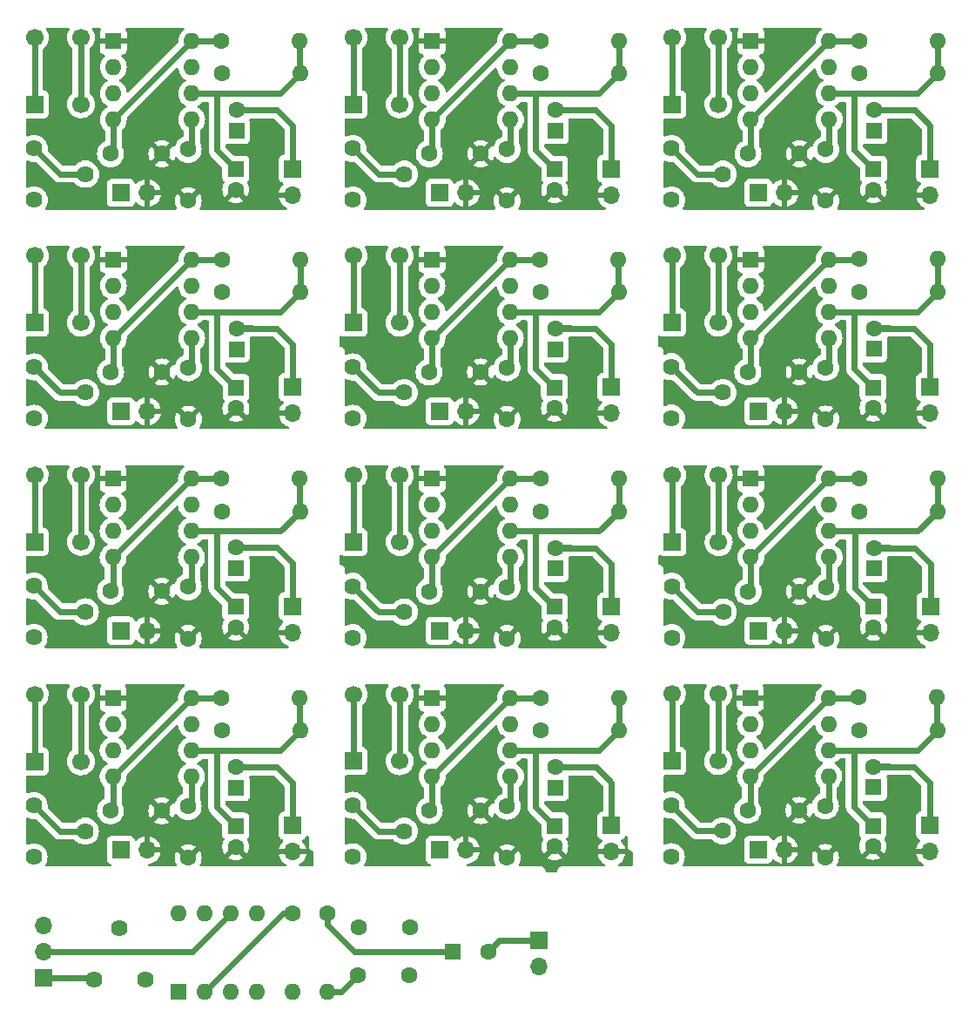
<source format=gbr>
%TF.GenerationSoftware,KiCad,Pcbnew,(6.0.5)*%
%TF.CreationDate,2023-08-07T19:05:30+01:00*%
%TF.ProjectId,SquareOscillator,53717561-7265-44f7-9363-696c6c61746f,rev?*%
%TF.SameCoordinates,Original*%
%TF.FileFunction,Copper,L1,Top*%
%TF.FilePolarity,Positive*%
%FSLAX46Y46*%
G04 Gerber Fmt 4.6, Leading zero omitted, Abs format (unit mm)*
G04 Created by KiCad (PCBNEW (6.0.5)) date 2023-08-07 19:05:30*
%MOMM*%
%LPD*%
G01*
G04 APERTURE LIST*
%TA.AperFunction,ComponentPad*%
%ADD10C,1.600000*%
%TD*%
%TA.AperFunction,ComponentPad*%
%ADD11R,1.600000X1.600000*%
%TD*%
%TA.AperFunction,ComponentPad*%
%ADD12O,1.600000X1.600000*%
%TD*%
%TA.AperFunction,ComponentPad*%
%ADD13C,1.620000*%
%TD*%
%TA.AperFunction,ComponentPad*%
%ADD14C,1.700000*%
%TD*%
%TA.AperFunction,ComponentPad*%
%ADD15R,1.700000X1.700000*%
%TD*%
%TA.AperFunction,ComponentPad*%
%ADD16O,1.700000X1.700000*%
%TD*%
%TA.AperFunction,Conductor*%
%ADD17C,0.600000*%
%TD*%
G04 APERTURE END LIST*
D10*
%TO.P,C2,2*%
%TO.N,GND*%
X107910000Y-83774888D03*
D11*
%TO.P,C2,1*%
%TO.N,Net-(C2-Pad1)*%
X107910000Y-81774888D03*
%TD*%
D10*
%TO.P,C4,2*%
%TO.N,Net-(C4-Pad2)*%
X107970000Y-76045113D03*
D11*
%TO.P,C4,1*%
%TO.N,Net-(C4-Pad1)*%
X107970000Y-78045113D03*
%TD*%
D12*
%TO.P,R2,2*%
%TO.N,Net-(C2-Pad1)*%
X114140000Y-69320000D03*
D10*
%TO.P,R2,1*%
%TO.N,Net-(C1-Pad1)*%
X106520000Y-69320000D03*
%TD*%
D12*
%TO.P,U1,8,VCC*%
%TO.N,Net-(C1-Pad1)*%
X103610000Y-69340000D03*
%TO.P,U1,7,DISCH*%
%TO.N,unconnected-(U1-Pad7)*%
X103610000Y-71880000D03*
%TO.P,U1,6,THRES*%
%TO.N,Net-(C2-Pad1)*%
X103610000Y-74420000D03*
%TO.P,U1,5,CONT*%
%TO.N,Net-(C3-Pad1)*%
X103610000Y-76960000D03*
%TO.P,U1,4,RESET*%
%TO.N,Net-(C1-Pad1)*%
X95990000Y-76960000D03*
%TO.P,U1,3,OUT*%
%TO.N,Net-(C4-Pad1)*%
X95990000Y-74420000D03*
%TO.P,U1,2,TRIG*%
%TO.N,Net-(C2-Pad1)*%
X95990000Y-71880000D03*
D11*
%TO.P,U1,1,GND*%
%TO.N,GND*%
X95990000Y-69340000D03*
%TD*%
D13*
%TO.P,RV1,3,3*%
%TO.N,Net-(C4-Pad1)*%
X88290000Y-79770000D03*
%TO.P,RV1,2,2*%
X93290000Y-82270000D03*
%TO.P,RV1,1,1*%
%TO.N,Net-(R3-Pad1)*%
X88290000Y-84770000D03*
%TD*%
D12*
%TO.P,U1,8,VCC*%
%TO.N,Net-(C1-Pad1)*%
X103560000Y-90610000D03*
%TO.P,U1,7,DISCH*%
%TO.N,unconnected-(U1-Pad7)*%
X103560000Y-93150000D03*
%TO.P,U1,6,THRES*%
%TO.N,Net-(C2-Pad1)*%
X103560000Y-95690000D03*
%TO.P,U1,5,CONT*%
%TO.N,Net-(C3-Pad1)*%
X103560000Y-98230000D03*
%TO.P,U1,4,RESET*%
%TO.N,Net-(C1-Pad1)*%
X95940000Y-98230000D03*
%TO.P,U1,3,OUT*%
%TO.N,Net-(C4-Pad1)*%
X95940000Y-95690000D03*
%TO.P,U1,2,TRIG*%
%TO.N,Net-(C2-Pad1)*%
X95940000Y-93150000D03*
D11*
%TO.P,U1,1,GND*%
%TO.N,GND*%
X95940000Y-90610000D03*
%TD*%
D14*
%TO.P,SW1,2*%
%TO.N,unconnected-(SW1-Pad2)*%
X92850000Y-75480000D03*
X92850000Y-68980000D03*
D15*
%TO.P,SW1,1*%
%TO.N,Net-(J1-Pad1)*%
X88350000Y-75480000D03*
D14*
X88350000Y-68980000D03*
%TD*%
D10*
%TO.P,C3,2*%
%TO.N,GND*%
X103230000Y-106130000D03*
%TO.P,C3,1*%
%TO.N,Net-(C3-Pad1)*%
X103230000Y-101130000D03*
%TD*%
D12*
%TO.P,R3,2*%
%TO.N,Net-(C2-Pad1)*%
X114160000Y-72500000D03*
D10*
%TO.P,R3,1*%
%TO.N,Net-(R3-Pad1)*%
X106540000Y-72500000D03*
%TD*%
D16*
%TO.P,J1,2,Pin_2*%
%TO.N,GND*%
X99270000Y-84100000D03*
D15*
%TO.P,J1,1,Pin_1*%
%TO.N,Net-(J1-Pad1)*%
X96730000Y-84100000D03*
%TD*%
D16*
%TO.P,J2,2,Pin_2*%
%TO.N,GND*%
X113440000Y-84280000D03*
D15*
%TO.P,J2,1,Pin_1*%
%TO.N,Net-(C4-Pad2)*%
X113440000Y-81740000D03*
%TD*%
D10*
%TO.P,C3,2*%
%TO.N,GND*%
X103280000Y-84860000D03*
%TO.P,C3,1*%
%TO.N,Net-(C3-Pad1)*%
X103280000Y-79860000D03*
%TD*%
%TO.P,C1,2*%
%TO.N,GND*%
X100720000Y-80280000D03*
%TO.P,C1,1*%
%TO.N,Net-(C1-Pad1)*%
X95720000Y-80280000D03*
%TD*%
D16*
%TO.P,J2,2,Pin_2*%
%TO.N,GND*%
X113390000Y-105550000D03*
D15*
%TO.P,J2,1,Pin_1*%
%TO.N,Net-(C4-Pad2)*%
X113390000Y-103010000D03*
%TD*%
D10*
%TO.P,C2,2*%
%TO.N,GND*%
X107860000Y-105044888D03*
D11*
%TO.P,C2,1*%
%TO.N,Net-(C2-Pad1)*%
X107860000Y-103044888D03*
%TD*%
D16*
%TO.P,J1,2,Pin_2*%
%TO.N,GND*%
X99220000Y-105370000D03*
D15*
%TO.P,J1,1,Pin_1*%
%TO.N,Net-(J1-Pad1)*%
X96680000Y-105370000D03*
%TD*%
D10*
%TO.P,C1,2*%
%TO.N,GND*%
X100670000Y-101550000D03*
%TO.P,C1,1*%
%TO.N,Net-(C1-Pad1)*%
X95670000Y-101550000D03*
%TD*%
%TO.P,C4,2*%
%TO.N,Net-(C4-Pad2)*%
X107920000Y-97315113D03*
D11*
%TO.P,C4,1*%
%TO.N,Net-(C4-Pad1)*%
X107920000Y-99315113D03*
%TD*%
D12*
%TO.P,R2,2*%
%TO.N,Net-(C2-Pad1)*%
X114090000Y-90590000D03*
D10*
%TO.P,R2,1*%
%TO.N,Net-(C1-Pad1)*%
X106470000Y-90590000D03*
%TD*%
D12*
%TO.P,R3,2*%
%TO.N,Net-(C2-Pad1)*%
X114110000Y-93770000D03*
D10*
%TO.P,R3,1*%
%TO.N,Net-(R3-Pad1)*%
X106490000Y-93770000D03*
%TD*%
D14*
%TO.P,SW1,2*%
%TO.N,unconnected-(SW1-Pad2)*%
X92800000Y-96750000D03*
X92800000Y-90250000D03*
D15*
%TO.P,SW1,1*%
%TO.N,Net-(J1-Pad1)*%
X88300000Y-96750000D03*
D14*
X88300000Y-90250000D03*
%TD*%
D13*
%TO.P,RV1,3,3*%
%TO.N,Net-(C4-Pad1)*%
X88240000Y-101040000D03*
%TO.P,RV1,2,2*%
X93240000Y-103540000D03*
%TO.P,RV1,1,1*%
%TO.N,Net-(R3-Pad1)*%
X88240000Y-106040000D03*
%TD*%
D10*
%TO.P,R3,1*%
%TO.N,Net-(R3-Pad1)*%
X106530000Y-29970000D03*
D12*
%TO.P,R3,2*%
%TO.N,Net-(C2-Pad1)*%
X114150000Y-29970000D03*
%TD*%
D15*
%TO.P,J1,1,Pin_1*%
%TO.N,Net-(J1-Pad1)*%
X96720000Y-41570000D03*
D16*
%TO.P,J1,2,Pin_2*%
%TO.N,GND*%
X99260000Y-41570000D03*
%TD*%
D15*
%TO.P,J2,1,Pin_1*%
%TO.N,Net-(C4-Pad2)*%
X113430000Y-39210000D03*
D16*
%TO.P,J2,2,Pin_2*%
%TO.N,GND*%
X113430000Y-41750000D03*
%TD*%
D11*
%TO.P,C2,1*%
%TO.N,Net-(C2-Pad1)*%
X107900000Y-39244888D03*
D10*
%TO.P,C2,2*%
%TO.N,GND*%
X107900000Y-41244888D03*
%TD*%
D11*
%TO.P,C4,1*%
%TO.N,Net-(C4-Pad1)*%
X107960000Y-35515113D03*
D10*
%TO.P,C4,2*%
%TO.N,Net-(C4-Pad2)*%
X107960000Y-33515113D03*
%TD*%
%TO.P,R2,1*%
%TO.N,Net-(C1-Pad1)*%
X106510000Y-26790000D03*
D12*
%TO.P,R2,2*%
%TO.N,Net-(C2-Pad1)*%
X114130000Y-26790000D03*
%TD*%
D13*
%TO.P,RV1,1,1*%
%TO.N,Net-(R3-Pad1)*%
X88280000Y-42240000D03*
%TO.P,RV1,2,2*%
%TO.N,Net-(C4-Pad1)*%
X93280000Y-39740000D03*
%TO.P,RV1,3,3*%
X88280000Y-37240000D03*
%TD*%
D10*
%TO.P,C3,1*%
%TO.N,Net-(C3-Pad1)*%
X103250000Y-58540000D03*
%TO.P,C3,2*%
%TO.N,GND*%
X103250000Y-63540000D03*
%TD*%
D11*
%TO.P,U1,1,GND*%
%TO.N,GND*%
X95960000Y-48020000D03*
D12*
%TO.P,U1,2,TRIG*%
%TO.N,Net-(C2-Pad1)*%
X95960000Y-50560000D03*
%TO.P,U1,3,OUT*%
%TO.N,Net-(C4-Pad1)*%
X95960000Y-53100000D03*
%TO.P,U1,4,RESET*%
%TO.N,Net-(C1-Pad1)*%
X95960000Y-55640000D03*
%TO.P,U1,5,CONT*%
%TO.N,Net-(C3-Pad1)*%
X103580000Y-55640000D03*
%TO.P,U1,6,THRES*%
%TO.N,Net-(C2-Pad1)*%
X103580000Y-53100000D03*
%TO.P,U1,7,DISCH*%
%TO.N,unconnected-(U1-Pad7)*%
X103580000Y-50560000D03*
%TO.P,U1,8,VCC*%
%TO.N,Net-(C1-Pad1)*%
X103580000Y-48020000D03*
%TD*%
D14*
%TO.P,SW1,1*%
%TO.N,Net-(J1-Pad1)*%
X88340000Y-26450000D03*
D15*
X88340000Y-32950000D03*
D14*
%TO.P,SW1,2*%
%TO.N,unconnected-(SW1-Pad2)*%
X92840000Y-26450000D03*
X92840000Y-32950000D03*
%TD*%
D10*
%TO.P,C1,1*%
%TO.N,Net-(C1-Pad1)*%
X95710000Y-37750000D03*
%TO.P,C1,2*%
%TO.N,GND*%
X100710000Y-37750000D03*
%TD*%
%TO.P,C3,1*%
%TO.N,Net-(C3-Pad1)*%
X103270000Y-37330000D03*
%TO.P,C3,2*%
%TO.N,GND*%
X103270000Y-42330000D03*
%TD*%
D11*
%TO.P,U1,1,GND*%
%TO.N,GND*%
X95980000Y-26810000D03*
D12*
%TO.P,U1,2,TRIG*%
%TO.N,Net-(C2-Pad1)*%
X95980000Y-29350000D03*
%TO.P,U1,3,OUT*%
%TO.N,Net-(C4-Pad1)*%
X95980000Y-31890000D03*
%TO.P,U1,4,RESET*%
%TO.N,Net-(C1-Pad1)*%
X95980000Y-34430000D03*
%TO.P,U1,5,CONT*%
%TO.N,Net-(C3-Pad1)*%
X103600000Y-34430000D03*
%TO.P,U1,6,THRES*%
%TO.N,Net-(C2-Pad1)*%
X103600000Y-31890000D03*
%TO.P,U1,7,DISCH*%
%TO.N,unconnected-(U1-Pad7)*%
X103600000Y-29350000D03*
%TO.P,U1,8,VCC*%
%TO.N,Net-(C1-Pad1)*%
X103600000Y-26810000D03*
%TD*%
D10*
%TO.P,R3,1*%
%TO.N,Net-(R3-Pad1)*%
X106510000Y-51180000D03*
D12*
%TO.P,R3,2*%
%TO.N,Net-(C2-Pad1)*%
X114130000Y-51180000D03*
%TD*%
D15*
%TO.P,J2,1,Pin_1*%
%TO.N,Net-(C4-Pad2)*%
X113410000Y-60420000D03*
D16*
%TO.P,J2,2,Pin_2*%
%TO.N,GND*%
X113410000Y-62960000D03*
%TD*%
D15*
%TO.P,J1,1,Pin_1*%
%TO.N,Net-(J1-Pad1)*%
X96700000Y-62780000D03*
D16*
%TO.P,J1,2,Pin_2*%
%TO.N,GND*%
X99240000Y-62780000D03*
%TD*%
D11*
%TO.P,C4,1*%
%TO.N,Net-(C4-Pad1)*%
X107940000Y-56725113D03*
D10*
%TO.P,C4,2*%
%TO.N,Net-(C4-Pad2)*%
X107940000Y-54725113D03*
%TD*%
D14*
%TO.P,SW1,1*%
%TO.N,Net-(J1-Pad1)*%
X88320000Y-47660000D03*
D15*
X88320000Y-54160000D03*
D14*
%TO.P,SW1,2*%
%TO.N,unconnected-(SW1-Pad2)*%
X92820000Y-47660000D03*
X92820000Y-54160000D03*
%TD*%
D10*
%TO.P,R2,1*%
%TO.N,Net-(C1-Pad1)*%
X106490000Y-48000000D03*
D12*
%TO.P,R2,2*%
%TO.N,Net-(C2-Pad1)*%
X114110000Y-48000000D03*
%TD*%
D10*
%TO.P,C1,1*%
%TO.N,Net-(C1-Pad1)*%
X95690000Y-58960000D03*
%TO.P,C1,2*%
%TO.N,GND*%
X100690000Y-58960000D03*
%TD*%
D13*
%TO.P,RV1,1,1*%
%TO.N,Net-(R3-Pad1)*%
X88260000Y-63450000D03*
%TO.P,RV1,2,2*%
%TO.N,Net-(C4-Pad1)*%
X93260000Y-60950000D03*
%TO.P,RV1,3,3*%
X88260000Y-58450000D03*
%TD*%
D11*
%TO.P,C2,1*%
%TO.N,Net-(C2-Pad1)*%
X107880000Y-60454888D03*
D10*
%TO.P,C2,2*%
%TO.N,GND*%
X107880000Y-62454888D03*
%TD*%
D16*
%TO.P,J2,2,Pin_2*%
%TO.N,GND*%
X51420000Y-105580000D03*
D15*
%TO.P,J2,1,Pin_1*%
%TO.N,Net-(C4-Pad2)*%
X51420000Y-103040000D03*
%TD*%
D12*
%TO.P,R3,2*%
%TO.N,Net-(C2-Pad1)*%
X52140000Y-93800000D03*
D10*
%TO.P,R3,1*%
%TO.N,Net-(R3-Pad1)*%
X44520000Y-93800000D03*
%TD*%
%TO.P,C1,2*%
%TO.N,GND*%
X38700000Y-101580000D03*
%TO.P,C1,1*%
%TO.N,Net-(C1-Pad1)*%
X33700000Y-101580000D03*
%TD*%
D12*
%TO.P,U1,8,VCC*%
%TO.N,Net-(C1-Pad1)*%
X41590000Y-90640000D03*
%TO.P,U1,7,DISCH*%
%TO.N,unconnected-(U1-Pad7)*%
X41590000Y-93180000D03*
%TO.P,U1,6,THRES*%
%TO.N,Net-(C2-Pad1)*%
X41590000Y-95720000D03*
%TO.P,U1,5,CONT*%
%TO.N,Net-(C3-Pad1)*%
X41590000Y-98260000D03*
%TO.P,U1,4,RESET*%
%TO.N,Net-(C1-Pad1)*%
X33970000Y-98260000D03*
%TO.P,U1,3,OUT*%
%TO.N,Net-(C4-Pad1)*%
X33970000Y-95720000D03*
%TO.P,U1,2,TRIG*%
%TO.N,Net-(C2-Pad1)*%
X33970000Y-93180000D03*
D11*
%TO.P,U1,1,GND*%
%TO.N,GND*%
X33970000Y-90640000D03*
%TD*%
D13*
%TO.P,RV1,3,3*%
%TO.N,Net-(C4-Pad1)*%
X26270000Y-101070000D03*
%TO.P,RV1,2,2*%
X31270000Y-103570000D03*
%TO.P,RV1,1,1*%
%TO.N,Net-(R3-Pad1)*%
X26270000Y-106070000D03*
%TD*%
D14*
%TO.P,SW1,2*%
%TO.N,unconnected-(SW1-Pad2)*%
X30830000Y-96780000D03*
X30830000Y-90280000D03*
D15*
%TO.P,SW1,1*%
%TO.N,Net-(J1-Pad1)*%
X26330000Y-96780000D03*
D14*
X26330000Y-90280000D03*
%TD*%
D16*
%TO.P,J1,2,Pin_2*%
%TO.N,GND*%
X37250000Y-105400000D03*
D15*
%TO.P,J1,1,Pin_1*%
%TO.N,Net-(J1-Pad1)*%
X34710000Y-105400000D03*
%TD*%
D10*
%TO.P,C3,1*%
%TO.N,Net-(C3-Pad1)*%
X72280000Y-101150000D03*
%TO.P,C3,2*%
%TO.N,GND*%
X72280000Y-106150000D03*
%TD*%
D11*
%TO.P,U1,1,GND*%
%TO.N,GND*%
X64990000Y-90630000D03*
D12*
%TO.P,U1,2,TRIG*%
%TO.N,Net-(C2-Pad1)*%
X64990000Y-93170000D03*
%TO.P,U1,3,OUT*%
%TO.N,Net-(C4-Pad1)*%
X64990000Y-95710000D03*
%TO.P,U1,4,RESET*%
%TO.N,Net-(C1-Pad1)*%
X64990000Y-98250000D03*
%TO.P,U1,5,CONT*%
%TO.N,Net-(C3-Pad1)*%
X72610000Y-98250000D03*
%TO.P,U1,6,THRES*%
%TO.N,Net-(C2-Pad1)*%
X72610000Y-95710000D03*
%TO.P,U1,7,DISCH*%
%TO.N,unconnected-(U1-Pad7)*%
X72610000Y-93170000D03*
%TO.P,U1,8,VCC*%
%TO.N,Net-(C1-Pad1)*%
X72610000Y-90630000D03*
%TD*%
D10*
%TO.P,C4,2*%
%TO.N,Net-(C4-Pad2)*%
X45950000Y-97345113D03*
D11*
%TO.P,C4,1*%
%TO.N,Net-(C4-Pad1)*%
X45950000Y-99345113D03*
%TD*%
D12*
%TO.P,R2,2*%
%TO.N,Net-(C2-Pad1)*%
X52120000Y-90620000D03*
D10*
%TO.P,R2,1*%
%TO.N,Net-(C1-Pad1)*%
X44500000Y-90620000D03*
%TD*%
%TO.P,C2,2*%
%TO.N,GND*%
X45890000Y-105074888D03*
D11*
%TO.P,C2,1*%
%TO.N,Net-(C2-Pad1)*%
X45890000Y-103074888D03*
%TD*%
D10*
%TO.P,C3,2*%
%TO.N,GND*%
X41260000Y-106160000D03*
%TO.P,C3,1*%
%TO.N,Net-(C3-Pad1)*%
X41260000Y-101160000D03*
%TD*%
%TO.P,R3,1*%
%TO.N,Net-(R3-Pad1)*%
X75540000Y-93790000D03*
D12*
%TO.P,R3,2*%
%TO.N,Net-(C2-Pad1)*%
X83160000Y-93790000D03*
%TD*%
D15*
%TO.P,J2,1,Pin_1*%
%TO.N,Net-(C4-Pad2)*%
X82440000Y-103030000D03*
D16*
%TO.P,J2,2,Pin_2*%
%TO.N,GND*%
X82440000Y-105570000D03*
%TD*%
D15*
%TO.P,J1,1,Pin_1*%
%TO.N,Net-(J1-Pad1)*%
X65730000Y-105390000D03*
D16*
%TO.P,J1,2,Pin_2*%
%TO.N,GND*%
X68270000Y-105390000D03*
%TD*%
D11*
%TO.P,C4,1*%
%TO.N,Net-(C4-Pad1)*%
X76970000Y-99335113D03*
D10*
%TO.P,C4,2*%
%TO.N,Net-(C4-Pad2)*%
X76970000Y-97335113D03*
%TD*%
D14*
%TO.P,SW1,1*%
%TO.N,Net-(J1-Pad1)*%
X57350000Y-90270000D03*
D15*
X57350000Y-96770000D03*
D14*
%TO.P,SW1,2*%
%TO.N,unconnected-(SW1-Pad2)*%
X61850000Y-90270000D03*
X61850000Y-96770000D03*
%TD*%
D10*
%TO.P,R2,1*%
%TO.N,Net-(C1-Pad1)*%
X75520000Y-90610000D03*
D12*
%TO.P,R2,2*%
%TO.N,Net-(C2-Pad1)*%
X83140000Y-90610000D03*
%TD*%
D10*
%TO.P,C1,1*%
%TO.N,Net-(C1-Pad1)*%
X64720000Y-101570000D03*
%TO.P,C1,2*%
%TO.N,GND*%
X69720000Y-101570000D03*
%TD*%
D13*
%TO.P,RV1,1,1*%
%TO.N,Net-(R3-Pad1)*%
X57290000Y-106060000D03*
%TO.P,RV1,2,2*%
%TO.N,Net-(C4-Pad1)*%
X62290000Y-103560000D03*
%TO.P,RV1,3,3*%
X57290000Y-101060000D03*
%TD*%
D11*
%TO.P,C2,1*%
%TO.N,Net-(C2-Pad1)*%
X76910000Y-103064888D03*
D10*
%TO.P,C2,2*%
%TO.N,GND*%
X76910000Y-105064888D03*
%TD*%
D16*
%TO.P,J2,2,Pin_2*%
%TO.N,GND*%
X51420000Y-84260000D03*
D15*
%TO.P,J2,1,Pin_1*%
%TO.N,Net-(C4-Pad2)*%
X51420000Y-81720000D03*
%TD*%
D12*
%TO.P,R3,2*%
%TO.N,Net-(C2-Pad1)*%
X52140000Y-72480000D03*
D10*
%TO.P,R3,1*%
%TO.N,Net-(R3-Pad1)*%
X44520000Y-72480000D03*
%TD*%
%TO.P,C1,2*%
%TO.N,GND*%
X38700000Y-80260000D03*
%TO.P,C1,1*%
%TO.N,Net-(C1-Pad1)*%
X33700000Y-80260000D03*
%TD*%
D12*
%TO.P,U1,8,VCC*%
%TO.N,Net-(C1-Pad1)*%
X41590000Y-69320000D03*
%TO.P,U1,7,DISCH*%
%TO.N,unconnected-(U1-Pad7)*%
X41590000Y-71860000D03*
%TO.P,U1,6,THRES*%
%TO.N,Net-(C2-Pad1)*%
X41590000Y-74400000D03*
%TO.P,U1,5,CONT*%
%TO.N,Net-(C3-Pad1)*%
X41590000Y-76940000D03*
%TO.P,U1,4,RESET*%
%TO.N,Net-(C1-Pad1)*%
X33970000Y-76940000D03*
%TO.P,U1,3,OUT*%
%TO.N,Net-(C4-Pad1)*%
X33970000Y-74400000D03*
%TO.P,U1,2,TRIG*%
%TO.N,Net-(C2-Pad1)*%
X33970000Y-71860000D03*
D11*
%TO.P,U1,1,GND*%
%TO.N,GND*%
X33970000Y-69320000D03*
%TD*%
D13*
%TO.P,RV1,3,3*%
%TO.N,Net-(C4-Pad1)*%
X26270000Y-79750000D03*
%TO.P,RV1,2,2*%
X31270000Y-82250000D03*
%TO.P,RV1,1,1*%
%TO.N,Net-(R3-Pad1)*%
X26270000Y-84750000D03*
%TD*%
D14*
%TO.P,SW1,2*%
%TO.N,unconnected-(SW1-Pad2)*%
X30830000Y-75460000D03*
X30830000Y-68960000D03*
D15*
%TO.P,SW1,1*%
%TO.N,Net-(J1-Pad1)*%
X26330000Y-75460000D03*
D14*
X26330000Y-68960000D03*
%TD*%
D16*
%TO.P,J1,2,Pin_2*%
%TO.N,GND*%
X37250000Y-84080000D03*
D15*
%TO.P,J1,1,Pin_1*%
%TO.N,Net-(J1-Pad1)*%
X34710000Y-84080000D03*
%TD*%
D10*
%TO.P,C3,1*%
%TO.N,Net-(C3-Pad1)*%
X72270000Y-79860000D03*
%TO.P,C3,2*%
%TO.N,GND*%
X72270000Y-84860000D03*
%TD*%
D11*
%TO.P,U1,1,GND*%
%TO.N,GND*%
X64980000Y-69340000D03*
D12*
%TO.P,U1,2,TRIG*%
%TO.N,Net-(C2-Pad1)*%
X64980000Y-71880000D03*
%TO.P,U1,3,OUT*%
%TO.N,Net-(C4-Pad1)*%
X64980000Y-74420000D03*
%TO.P,U1,4,RESET*%
%TO.N,Net-(C1-Pad1)*%
X64980000Y-76960000D03*
%TO.P,U1,5,CONT*%
%TO.N,Net-(C3-Pad1)*%
X72600000Y-76960000D03*
%TO.P,U1,6,THRES*%
%TO.N,Net-(C2-Pad1)*%
X72600000Y-74420000D03*
%TO.P,U1,7,DISCH*%
%TO.N,unconnected-(U1-Pad7)*%
X72600000Y-71880000D03*
%TO.P,U1,8,VCC*%
%TO.N,Net-(C1-Pad1)*%
X72600000Y-69340000D03*
%TD*%
D10*
%TO.P,C4,2*%
%TO.N,Net-(C4-Pad2)*%
X45950000Y-76025113D03*
D11*
%TO.P,C4,1*%
%TO.N,Net-(C4-Pad1)*%
X45950000Y-78025113D03*
%TD*%
D12*
%TO.P,R2,2*%
%TO.N,Net-(C2-Pad1)*%
X52120000Y-69300000D03*
D10*
%TO.P,R2,1*%
%TO.N,Net-(C1-Pad1)*%
X44500000Y-69300000D03*
%TD*%
%TO.P,C2,2*%
%TO.N,GND*%
X45890000Y-83754888D03*
D11*
%TO.P,C2,1*%
%TO.N,Net-(C2-Pad1)*%
X45890000Y-81754888D03*
%TD*%
D10*
%TO.P,C3,2*%
%TO.N,GND*%
X41260000Y-84840000D03*
%TO.P,C3,1*%
%TO.N,Net-(C3-Pad1)*%
X41260000Y-79840000D03*
%TD*%
%TO.P,R3,1*%
%TO.N,Net-(R3-Pad1)*%
X75530000Y-72500000D03*
D12*
%TO.P,R3,2*%
%TO.N,Net-(C2-Pad1)*%
X83150000Y-72500000D03*
%TD*%
D15*
%TO.P,J2,1,Pin_1*%
%TO.N,Net-(C4-Pad2)*%
X82430000Y-81740000D03*
D16*
%TO.P,J2,2,Pin_2*%
%TO.N,GND*%
X82430000Y-84280000D03*
%TD*%
D15*
%TO.P,J1,1,Pin_1*%
%TO.N,Net-(J1-Pad1)*%
X65720000Y-84100000D03*
D16*
%TO.P,J1,2,Pin_2*%
%TO.N,GND*%
X68260000Y-84100000D03*
%TD*%
D11*
%TO.P,C4,1*%
%TO.N,Net-(C4-Pad1)*%
X76960000Y-78045113D03*
D10*
%TO.P,C4,2*%
%TO.N,Net-(C4-Pad2)*%
X76960000Y-76045113D03*
%TD*%
D14*
%TO.P,SW1,1*%
%TO.N,Net-(J1-Pad1)*%
X57340000Y-68980000D03*
D15*
X57340000Y-75480000D03*
D14*
%TO.P,SW1,2*%
%TO.N,unconnected-(SW1-Pad2)*%
X61840000Y-68980000D03*
X61840000Y-75480000D03*
%TD*%
D10*
%TO.P,R2,1*%
%TO.N,Net-(C1-Pad1)*%
X75510000Y-69320000D03*
D12*
%TO.P,R2,2*%
%TO.N,Net-(C2-Pad1)*%
X83130000Y-69320000D03*
%TD*%
D10*
%TO.P,C1,1*%
%TO.N,Net-(C1-Pad1)*%
X64710000Y-80280000D03*
%TO.P,C1,2*%
%TO.N,GND*%
X69710000Y-80280000D03*
%TD*%
D13*
%TO.P,RV1,1,1*%
%TO.N,Net-(R3-Pad1)*%
X57280000Y-84770000D03*
%TO.P,RV1,2,2*%
%TO.N,Net-(C4-Pad1)*%
X62280000Y-82270000D03*
%TO.P,RV1,3,3*%
X57280000Y-79770000D03*
%TD*%
D11*
%TO.P,C2,1*%
%TO.N,Net-(C2-Pad1)*%
X76900000Y-81774888D03*
D10*
%TO.P,C2,2*%
%TO.N,GND*%
X76900000Y-83774888D03*
%TD*%
D12*
%TO.P,R3,2*%
%TO.N,Net-(C2-Pad1)*%
X83140000Y-51190000D03*
D10*
%TO.P,R3,1*%
%TO.N,Net-(R3-Pad1)*%
X75520000Y-51190000D03*
%TD*%
D16*
%TO.P,J1,2,Pin_2*%
%TO.N,GND*%
X68250000Y-62790000D03*
D15*
%TO.P,J1,1,Pin_1*%
%TO.N,Net-(J1-Pad1)*%
X65710000Y-62790000D03*
%TD*%
D16*
%TO.P,J2,2,Pin_2*%
%TO.N,GND*%
X82420000Y-62970000D03*
D15*
%TO.P,J2,1,Pin_1*%
%TO.N,Net-(C4-Pad2)*%
X82420000Y-60430000D03*
%TD*%
D10*
%TO.P,C2,2*%
%TO.N,GND*%
X76890000Y-62464888D03*
D11*
%TO.P,C2,1*%
%TO.N,Net-(C2-Pad1)*%
X76890000Y-60464888D03*
%TD*%
D10*
%TO.P,C4,2*%
%TO.N,Net-(C4-Pad2)*%
X76950000Y-54735113D03*
D11*
%TO.P,C4,1*%
%TO.N,Net-(C4-Pad1)*%
X76950000Y-56735113D03*
%TD*%
D12*
%TO.P,R2,2*%
%TO.N,Net-(C2-Pad1)*%
X83120000Y-48010000D03*
D10*
%TO.P,R2,1*%
%TO.N,Net-(C1-Pad1)*%
X75500000Y-48010000D03*
%TD*%
D13*
%TO.P,RV1,3,3*%
%TO.N,Net-(C4-Pad1)*%
X57270000Y-58460000D03*
%TO.P,RV1,2,2*%
X62270000Y-60960000D03*
%TO.P,RV1,1,1*%
%TO.N,Net-(R3-Pad1)*%
X57270000Y-63460000D03*
%TD*%
D14*
%TO.P,SW1,2*%
%TO.N,unconnected-(SW1-Pad2)*%
X61830000Y-54170000D03*
X61830000Y-47670000D03*
D15*
%TO.P,SW1,1*%
%TO.N,Net-(J1-Pad1)*%
X57330000Y-54170000D03*
D14*
X57330000Y-47670000D03*
%TD*%
D10*
%TO.P,C1,2*%
%TO.N,GND*%
X69700000Y-58970000D03*
%TO.P,C1,1*%
%TO.N,Net-(C1-Pad1)*%
X64700000Y-58970000D03*
%TD*%
%TO.P,C3,2*%
%TO.N,GND*%
X72260000Y-63550000D03*
%TO.P,C3,1*%
%TO.N,Net-(C3-Pad1)*%
X72260000Y-58550000D03*
%TD*%
D12*
%TO.P,U1,8,VCC*%
%TO.N,Net-(C1-Pad1)*%
X72590000Y-48030000D03*
%TO.P,U1,7,DISCH*%
%TO.N,unconnected-(U1-Pad7)*%
X72590000Y-50570000D03*
%TO.P,U1,6,THRES*%
%TO.N,Net-(C2-Pad1)*%
X72590000Y-53110000D03*
%TO.P,U1,5,CONT*%
%TO.N,Net-(C3-Pad1)*%
X72590000Y-55650000D03*
%TO.P,U1,4,RESET*%
%TO.N,Net-(C1-Pad1)*%
X64970000Y-55650000D03*
%TO.P,U1,3,OUT*%
%TO.N,Net-(C4-Pad1)*%
X64970000Y-53110000D03*
%TO.P,U1,2,TRIG*%
%TO.N,Net-(C2-Pad1)*%
X64970000Y-50570000D03*
D11*
%TO.P,U1,1,GND*%
%TO.N,GND*%
X64970000Y-48030000D03*
%TD*%
D10*
%TO.P,R3,1*%
%TO.N,Net-(R3-Pad1)*%
X44537785Y-51190000D03*
D12*
%TO.P,R3,2*%
%TO.N,Net-(C2-Pad1)*%
X52157785Y-51190000D03*
%TD*%
D15*
%TO.P,J2,1,Pin_1*%
%TO.N,Net-(C4-Pad2)*%
X51437785Y-60430000D03*
D16*
%TO.P,J2,2,Pin_2*%
%TO.N,GND*%
X51437785Y-62970000D03*
%TD*%
D10*
%TO.P,C1,1*%
%TO.N,Net-(C1-Pad1)*%
X33717785Y-58970000D03*
%TO.P,C1,2*%
%TO.N,GND*%
X38717785Y-58970000D03*
%TD*%
D11*
%TO.P,C2,1*%
%TO.N,Net-(C2-Pad1)*%
X45907785Y-60464888D03*
D10*
%TO.P,C2,2*%
%TO.N,GND*%
X45907785Y-62464888D03*
%TD*%
D11*
%TO.P,C4,1*%
%TO.N,Net-(C4-Pad1)*%
X45967785Y-56735113D03*
D10*
%TO.P,C4,2*%
%TO.N,Net-(C4-Pad2)*%
X45967785Y-54735113D03*
%TD*%
%TO.P,R2,1*%
%TO.N,Net-(C1-Pad1)*%
X44517785Y-48010000D03*
D12*
%TO.P,R2,2*%
%TO.N,Net-(C2-Pad1)*%
X52137785Y-48010000D03*
%TD*%
D11*
%TO.P,U1,1,GND*%
%TO.N,GND*%
X33987785Y-48030000D03*
D12*
%TO.P,U1,2,TRIG*%
%TO.N,Net-(C2-Pad1)*%
X33987785Y-50570000D03*
%TO.P,U1,3,OUT*%
%TO.N,Net-(C4-Pad1)*%
X33987785Y-53110000D03*
%TO.P,U1,4,RESET*%
%TO.N,Net-(C1-Pad1)*%
X33987785Y-55650000D03*
%TO.P,U1,5,CONT*%
%TO.N,Net-(C3-Pad1)*%
X41607785Y-55650000D03*
%TO.P,U1,6,THRES*%
%TO.N,Net-(C2-Pad1)*%
X41607785Y-53110000D03*
%TO.P,U1,7,DISCH*%
%TO.N,unconnected-(U1-Pad7)*%
X41607785Y-50570000D03*
%TO.P,U1,8,VCC*%
%TO.N,Net-(C1-Pad1)*%
X41607785Y-48030000D03*
%TD*%
D13*
%TO.P,RV1,1,1*%
%TO.N,Net-(R3-Pad1)*%
X26287785Y-63460000D03*
%TO.P,RV1,2,2*%
%TO.N,Net-(C4-Pad1)*%
X31287785Y-60960000D03*
%TO.P,RV1,3,3*%
X26287785Y-58460000D03*
%TD*%
D15*
%TO.P,J1,1,Pin_1*%
%TO.N,Net-(J1-Pad1)*%
X34727785Y-62790000D03*
D16*
%TO.P,J1,2,Pin_2*%
%TO.N,GND*%
X37267785Y-62790000D03*
%TD*%
D10*
%TO.P,C3,1*%
%TO.N,Net-(C3-Pad1)*%
X41277785Y-58550000D03*
%TO.P,C3,2*%
%TO.N,GND*%
X41277785Y-63550000D03*
%TD*%
D14*
%TO.P,SW1,1*%
%TO.N,Net-(J1-Pad1)*%
X26347785Y-47670000D03*
D15*
X26347785Y-54170000D03*
D14*
%TO.P,SW1,2*%
%TO.N,unconnected-(SW1-Pad2)*%
X30847785Y-47670000D03*
X30847785Y-54170000D03*
%TD*%
D10*
%TO.P,R3,1*%
%TO.N,Net-(R3-Pad1)*%
X75530000Y-29970000D03*
D12*
%TO.P,R3,2*%
%TO.N,Net-(C2-Pad1)*%
X83150000Y-29970000D03*
%TD*%
D15*
%TO.P,J2,1,Pin_1*%
%TO.N,Net-(C4-Pad2)*%
X82430000Y-39210000D03*
D16*
%TO.P,J2,2,Pin_2*%
%TO.N,GND*%
X82430000Y-41750000D03*
%TD*%
D10*
%TO.P,C1,1*%
%TO.N,Net-(C1-Pad1)*%
X64710000Y-37750000D03*
%TO.P,C1,2*%
%TO.N,GND*%
X69710000Y-37750000D03*
%TD*%
D11*
%TO.P,C2,1*%
%TO.N,Net-(C2-Pad1)*%
X76900000Y-39244888D03*
D10*
%TO.P,C2,2*%
%TO.N,GND*%
X76900000Y-41244888D03*
%TD*%
D11*
%TO.P,C4,1*%
%TO.N,Net-(C4-Pad1)*%
X76960000Y-35515113D03*
D10*
%TO.P,C4,2*%
%TO.N,Net-(C4-Pad2)*%
X76960000Y-33515113D03*
%TD*%
%TO.P,R2,1*%
%TO.N,Net-(C1-Pad1)*%
X75510000Y-26790000D03*
D12*
%TO.P,R2,2*%
%TO.N,Net-(C2-Pad1)*%
X83130000Y-26790000D03*
%TD*%
D11*
%TO.P,U1,1,GND*%
%TO.N,GND*%
X64980000Y-26810000D03*
D12*
%TO.P,U1,2,TRIG*%
%TO.N,Net-(C2-Pad1)*%
X64980000Y-29350000D03*
%TO.P,U1,3,OUT*%
%TO.N,Net-(C4-Pad1)*%
X64980000Y-31890000D03*
%TO.P,U1,4,RESET*%
%TO.N,Net-(C1-Pad1)*%
X64980000Y-34430000D03*
%TO.P,U1,5,CONT*%
%TO.N,Net-(C3-Pad1)*%
X72600000Y-34430000D03*
%TO.P,U1,6,THRES*%
%TO.N,Net-(C2-Pad1)*%
X72600000Y-31890000D03*
%TO.P,U1,7,DISCH*%
%TO.N,unconnected-(U1-Pad7)*%
X72600000Y-29350000D03*
%TO.P,U1,8,VCC*%
%TO.N,Net-(C1-Pad1)*%
X72600000Y-26810000D03*
%TD*%
D13*
%TO.P,RV1,1,1*%
%TO.N,Net-(R3-Pad1)*%
X57280000Y-42240000D03*
%TO.P,RV1,2,2*%
%TO.N,Net-(C4-Pad1)*%
X62280000Y-39740000D03*
%TO.P,RV1,3,3*%
X57280000Y-37240000D03*
%TD*%
D15*
%TO.P,J1,1,Pin_1*%
%TO.N,Net-(J1-Pad1)*%
X65720000Y-41570000D03*
D16*
%TO.P,J1,2,Pin_2*%
%TO.N,GND*%
X68260000Y-41570000D03*
%TD*%
D10*
%TO.P,C3,1*%
%TO.N,Net-(C3-Pad1)*%
X72270000Y-37330000D03*
%TO.P,C3,2*%
%TO.N,GND*%
X72270000Y-42330000D03*
%TD*%
D14*
%TO.P,SW1,1*%
%TO.N,Net-(J1-Pad1)*%
X57340000Y-26450000D03*
D15*
X57340000Y-32950000D03*
D14*
%TO.P,SW1,2*%
%TO.N,unconnected-(SW1-Pad2)*%
X61840000Y-26450000D03*
X61840000Y-32950000D03*
%TD*%
D12*
%TO.P,R1,2*%
%TO.N,GND*%
X51425000Y-119135000D03*
D10*
%TO.P,R1,1*%
%TO.N,Net-(R1-Pad1)*%
X51425000Y-111515000D03*
%TD*%
D12*
%TO.P,R4,2*%
%TO.N,Net-(C6-Pad1)*%
X54795000Y-119135000D03*
D10*
%TO.P,R4,1*%
%TO.N,Net-(C7-Pad1)*%
X54795000Y-111515000D03*
%TD*%
D12*
%TO.P,U2,8,GAIN*%
%TO.N,unconnected-(U2-Pad8)*%
X40355000Y-111515000D03*
%TO.P,U2,7,BYPASS*%
%TO.N,Net-(C5-Pad2)*%
X42895000Y-111515000D03*
%TO.P,U2,6,V+*%
%TO.N,Net-(J3-Pad2)*%
X45435000Y-111515000D03*
%TO.P,U2,5*%
%TO.N,Net-(C7-Pad1)*%
X47975000Y-111515000D03*
%TO.P,U2,4,GND*%
%TO.N,GND*%
X47975000Y-119135000D03*
%TO.P,U2,3,+*%
X45435000Y-119135000D03*
%TO.P,U2,2,-*%
%TO.N,Net-(R1-Pad1)*%
X42895000Y-119135000D03*
D11*
%TO.P,U2,1,GAIN*%
%TO.N,unconnected-(U2-Pad1)*%
X40355000Y-119135000D03*
%TD*%
D13*
%TO.P,RV2,3,3*%
%TO.N,Net-(RV2-Pad3)*%
X32105000Y-117965000D03*
%TO.P,RV2,2,2*%
%TO.N,Net-(R1-Pad1)*%
X34605000Y-112965000D03*
%TO.P,RV2,1,1*%
%TO.N,GND*%
X37105000Y-117965000D03*
%TD*%
D16*
%TO.P,LS1,2,2*%
%TO.N,GND*%
X75405000Y-116750000D03*
D15*
%TO.P,LS1,1,1*%
%TO.N,Net-(C7-Pad2)*%
X75405000Y-114210000D03*
%TD*%
D16*
%TO.P,J3,3,Pin_3*%
%TO.N,GND*%
X27195000Y-112750000D03*
%TO.P,J3,2,Pin_2*%
%TO.N,Net-(J3-Pad2)*%
X27195000Y-115290000D03*
D15*
%TO.P,J3,1,Pin_1*%
%TO.N,Net-(RV2-Pad3)*%
X27195000Y-117830000D03*
%TD*%
D10*
%TO.P,C7,2*%
%TO.N,Net-(C7-Pad2)*%
X70472349Y-115255000D03*
D11*
%TO.P,C7,1*%
%TO.N,Net-(C7-Pad1)*%
X66972349Y-115255000D03*
%TD*%
D10*
%TO.P,C6,2*%
%TO.N,GND*%
X62735000Y-117575000D03*
%TO.P,C6,1*%
%TO.N,Net-(C6-Pad1)*%
X57735000Y-117575000D03*
%TD*%
%TO.P,C5,2*%
%TO.N,Net-(C5-Pad2)*%
X57815000Y-112915000D03*
%TO.P,C5,1*%
%TO.N,GND*%
X62815000Y-112915000D03*
%TD*%
D14*
%TO.P,SW1,1*%
%TO.N,Net-(J1-Pad1)*%
X26340000Y-26450000D03*
D15*
X26340000Y-32950000D03*
D14*
%TO.P,SW1,2*%
%TO.N,unconnected-(SW1-Pad2)*%
X30840000Y-26450000D03*
X30840000Y-32950000D03*
%TD*%
D11*
%TO.P,U1,1,GND*%
%TO.N,GND*%
X33980000Y-26810000D03*
D12*
%TO.P,U1,2,TRIG*%
%TO.N,Net-(C2-Pad1)*%
X33980000Y-29350000D03*
%TO.P,U1,3,OUT*%
%TO.N,Net-(C4-Pad1)*%
X33980000Y-31890000D03*
%TO.P,U1,4,RESET*%
%TO.N,Net-(C1-Pad1)*%
X33980000Y-34430000D03*
%TO.P,U1,5,CONT*%
%TO.N,Net-(C3-Pad1)*%
X41600000Y-34430000D03*
%TO.P,U1,6,THRES*%
%TO.N,Net-(C2-Pad1)*%
X41600000Y-31890000D03*
%TO.P,U1,7,DISCH*%
%TO.N,unconnected-(U1-Pad7)*%
X41600000Y-29350000D03*
%TO.P,U1,8,VCC*%
%TO.N,Net-(C1-Pad1)*%
X41600000Y-26810000D03*
%TD*%
D11*
%TO.P,C4,1*%
%TO.N,Net-(C4-Pad1)*%
X45960000Y-35515113D03*
D10*
%TO.P,C4,2*%
%TO.N,Net-(C4-Pad2)*%
X45960000Y-33515113D03*
%TD*%
D15*
%TO.P,J1,1,Pin_1*%
%TO.N,Net-(J1-Pad1)*%
X34720000Y-41570000D03*
D16*
%TO.P,J1,2,Pin_2*%
%TO.N,GND*%
X37260000Y-41570000D03*
%TD*%
D13*
%TO.P,RV1,1,1*%
%TO.N,Net-(R3-Pad1)*%
X26280000Y-42240000D03*
%TO.P,RV1,2,2*%
%TO.N,Net-(C4-Pad1)*%
X31280000Y-39740000D03*
%TO.P,RV1,3,3*%
X26280000Y-37240000D03*
%TD*%
D11*
%TO.P,C2,1*%
%TO.N,Net-(C2-Pad1)*%
X45900000Y-39244888D03*
D10*
%TO.P,C2,2*%
%TO.N,GND*%
X45900000Y-41244888D03*
%TD*%
%TO.P,R2,1*%
%TO.N,Net-(C1-Pad1)*%
X44510000Y-26790000D03*
D12*
%TO.P,R2,2*%
%TO.N,Net-(C2-Pad1)*%
X52130000Y-26790000D03*
%TD*%
D10*
%TO.P,C3,1*%
%TO.N,Net-(C3-Pad1)*%
X41270000Y-37330000D03*
%TO.P,C3,2*%
%TO.N,GND*%
X41270000Y-42330000D03*
%TD*%
%TO.P,R3,1*%
%TO.N,Net-(R3-Pad1)*%
X44530000Y-29970000D03*
D12*
%TO.P,R3,2*%
%TO.N,Net-(C2-Pad1)*%
X52150000Y-29970000D03*
%TD*%
D10*
%TO.P,C1,1*%
%TO.N,Net-(C1-Pad1)*%
X33710000Y-37750000D03*
%TO.P,C1,2*%
%TO.N,GND*%
X38710000Y-37750000D03*
%TD*%
D15*
%TO.P,J2,1,Pin_1*%
%TO.N,Net-(C4-Pad2)*%
X51430000Y-39210000D03*
D16*
%TO.P,J2,2,Pin_2*%
%TO.N,GND*%
X51430000Y-41750000D03*
%TD*%
D17*
%TO.N,Net-(C4-Pad2)*%
X113440000Y-77560000D02*
X113440000Y-81740000D01*
%TO.N,Net-(C2-Pad1)*%
X112240000Y-74420000D02*
X114160000Y-72500000D01*
%TO.N,Net-(C1-Pad1)*%
X103610000Y-69340000D02*
X106500000Y-69340000D01*
%TO.N,Net-(C2-Pad1)*%
X106070000Y-79934888D02*
X107910000Y-81774888D01*
%TO.N,Net-(C4-Pad1)*%
X90790000Y-82270000D02*
X88290000Y-79770000D01*
%TO.N,Net-(C2-Pad1)*%
X106070000Y-74420000D02*
X106070000Y-79934888D01*
%TO.N,Net-(C4-Pad2)*%
X113440000Y-80023743D02*
X113440000Y-81740000D01*
%TO.N,Net-(C1-Pad1)*%
X106500000Y-69340000D02*
X106520000Y-69320000D01*
%TO.N,Net-(J1-Pad1)*%
X88350000Y-68980000D02*
X88350000Y-75480000D01*
%TO.N,Net-(C4-Pad2)*%
X108290000Y-76005113D02*
X109421370Y-76005113D01*
%TO.N,Net-(C2-Pad1)*%
X114140000Y-69320000D02*
X114140000Y-72480000D01*
%TO.N,Net-(C1-Pad1)*%
X95990000Y-80010000D02*
X95720000Y-80280000D01*
X103610000Y-69340000D02*
X95990000Y-76960000D01*
%TO.N,Net-(C4-Pad2)*%
X111925113Y-76045113D02*
X113440000Y-77560000D01*
%TO.N,unconnected-(SW1-Pad2)*%
X92850000Y-68980000D02*
X92850000Y-75480000D01*
%TO.N,Net-(C4-Pad2)*%
X107970000Y-76045113D02*
X111925113Y-76045113D01*
%TO.N,Net-(C2-Pad1)*%
X103610000Y-74420000D02*
X106070000Y-74420000D01*
X106070000Y-74420000D02*
X112240000Y-74420000D01*
%TO.N,Net-(C1-Pad1)*%
X95990000Y-76960000D02*
X95990000Y-80010000D01*
%TO.N,Net-(C3-Pad1)*%
X103610000Y-76960000D02*
X103610000Y-79530000D01*
%TO.N,Net-(C2-Pad1)*%
X103560000Y-95690000D02*
X106020000Y-95690000D01*
%TO.N,Net-(C4-Pad2)*%
X113390000Y-101293743D02*
X113390000Y-103010000D01*
%TO.N,Net-(C2-Pad1)*%
X114090000Y-90590000D02*
X114090000Y-93750000D01*
%TO.N,Net-(C4-Pad2)*%
X107920000Y-97315113D02*
X111875113Y-97315113D01*
%TO.N,Net-(C1-Pad1)*%
X106450000Y-90610000D02*
X106470000Y-90590000D01*
%TO.N,Net-(C2-Pad1)*%
X106020000Y-95690000D02*
X106020000Y-101204888D01*
%TO.N,Net-(C4-Pad2)*%
X113390000Y-98830000D02*
X113390000Y-103010000D01*
%TO.N,Net-(C2-Pad1)*%
X106020000Y-101204888D02*
X107860000Y-103044888D01*
X114090000Y-93750000D02*
X114110000Y-93770000D01*
%TO.N,Net-(C3-Pad1)*%
X103610000Y-79530000D02*
X103280000Y-79860000D01*
%TO.N,Net-(C4-Pad1)*%
X93290000Y-82270000D02*
X90790000Y-82270000D01*
%TO.N,Net-(C3-Pad1)*%
X103560000Y-98230000D02*
X103560000Y-100800000D01*
%TO.N,unconnected-(SW1-Pad2)*%
X92800000Y-90250000D02*
X92800000Y-96750000D01*
%TO.N,Net-(C1-Pad1)*%
X103560000Y-90610000D02*
X95940000Y-98230000D01*
%TO.N,Net-(C4-Pad1)*%
X90740000Y-103540000D02*
X88240000Y-101040000D01*
%TO.N,Net-(J1-Pad1)*%
X88300000Y-90250000D02*
X88300000Y-96750000D01*
%TO.N,Net-(C4-Pad1)*%
X93240000Y-103540000D02*
X90740000Y-103540000D01*
%TO.N,Net-(C4-Pad2)*%
X108240000Y-97275113D02*
X109371370Y-97275113D01*
%TO.N,Net-(C1-Pad1)*%
X95940000Y-101280000D02*
X95670000Y-101550000D01*
%TO.N,Net-(C3-Pad1)*%
X103560000Y-100800000D02*
X103230000Y-101130000D01*
%TO.N,Net-(C1-Pad1)*%
X95940000Y-98230000D02*
X95940000Y-101280000D01*
%TO.N,Net-(C4-Pad2)*%
X111875113Y-97315113D02*
X113390000Y-98830000D01*
%TO.N,Net-(C1-Pad1)*%
X103560000Y-90610000D02*
X106450000Y-90610000D01*
%TO.N,Net-(C2-Pad1)*%
X106020000Y-95690000D02*
X112190000Y-95690000D01*
X114140000Y-72480000D02*
X114160000Y-72500000D01*
X112190000Y-95690000D02*
X114110000Y-93770000D01*
%TO.N,Net-(C4-Pad2)*%
X113430000Y-37493743D02*
X113430000Y-39210000D01*
X108280000Y-33475113D02*
X109411370Y-33475113D01*
%TO.N,Net-(C1-Pad1)*%
X103600000Y-26810000D02*
X95980000Y-34430000D01*
X95980000Y-37480000D02*
X95710000Y-37750000D01*
%TO.N,Net-(C4-Pad1)*%
X90780000Y-39740000D02*
X88280000Y-37240000D01*
%TO.N,Net-(C1-Pad1)*%
X95980000Y-34430000D02*
X95980000Y-37480000D01*
X106490000Y-26810000D02*
X106510000Y-26790000D01*
%TO.N,Net-(C3-Pad1)*%
X103600000Y-34430000D02*
X103600000Y-37000000D01*
%TO.N,Net-(C4-Pad2)*%
X111915113Y-33515113D02*
X113430000Y-35030000D01*
%TO.N,Net-(C2-Pad1)*%
X106060000Y-37404888D02*
X107900000Y-39244888D01*
%TO.N,Net-(C4-Pad2)*%
X107960000Y-33515113D02*
X111915113Y-33515113D01*
X113430000Y-35030000D02*
X113430000Y-39210000D01*
%TO.N,Net-(C2-Pad1)*%
X106060000Y-31890000D02*
X106060000Y-37404888D01*
%TO.N,Net-(J1-Pad1)*%
X88340000Y-26450000D02*
X88340000Y-32950000D01*
%TO.N,unconnected-(SW1-Pad2)*%
X92840000Y-26450000D02*
X92840000Y-32950000D01*
%TO.N,Net-(C2-Pad1)*%
X106060000Y-31890000D02*
X112230000Y-31890000D01*
X114130000Y-26790000D02*
X114130000Y-29950000D01*
X103600000Y-31890000D02*
X106060000Y-31890000D01*
X112230000Y-31890000D02*
X114150000Y-29970000D01*
%TO.N,Net-(C1-Pad1)*%
X103600000Y-26810000D02*
X106490000Y-26810000D01*
%TO.N,Net-(C2-Pad1)*%
X114130000Y-29950000D02*
X114150000Y-29970000D01*
%TO.N,Net-(C3-Pad1)*%
X103600000Y-37000000D02*
X103270000Y-37330000D01*
%TO.N,Net-(C4-Pad1)*%
X93280000Y-39740000D02*
X90780000Y-39740000D01*
%TO.N,Net-(C2-Pad1)*%
X112210000Y-53100000D02*
X114130000Y-51180000D01*
%TO.N,Net-(C3-Pad1)*%
X103580000Y-55640000D02*
X103580000Y-58210000D01*
%TO.N,Net-(C2-Pad1)*%
X103580000Y-53100000D02*
X106040000Y-53100000D01*
%TO.N,Net-(C4-Pad2)*%
X113410000Y-58703743D02*
X113410000Y-60420000D01*
X108260000Y-54685113D02*
X109391370Y-54685113D01*
%TO.N,Net-(C1-Pad1)*%
X95960000Y-58690000D02*
X95690000Y-58960000D01*
%TO.N,Net-(C4-Pad2)*%
X107940000Y-54725113D02*
X111895113Y-54725113D01*
%TO.N,Net-(C1-Pad1)*%
X103580000Y-48020000D02*
X106470000Y-48020000D01*
%TO.N,Net-(C2-Pad1)*%
X106040000Y-58614888D02*
X107880000Y-60454888D01*
X114110000Y-48000000D02*
X114110000Y-51160000D01*
%TO.N,Net-(C1-Pad1)*%
X103580000Y-48020000D02*
X95960000Y-55640000D01*
%TO.N,Net-(C4-Pad1)*%
X90760000Y-60950000D02*
X88260000Y-58450000D01*
%TO.N,Net-(C1-Pad1)*%
X95960000Y-55640000D02*
X95960000Y-58690000D01*
X106470000Y-48020000D02*
X106490000Y-48000000D01*
%TO.N,Net-(J1-Pad1)*%
X88320000Y-47660000D02*
X88320000Y-54160000D01*
%TO.N,Net-(C2-Pad1)*%
X106040000Y-53100000D02*
X106040000Y-58614888D01*
%TO.N,Net-(C4-Pad2)*%
X111895113Y-54725113D02*
X113410000Y-56240000D01*
%TO.N,Net-(C4-Pad1)*%
X93260000Y-60950000D02*
X90760000Y-60950000D01*
%TO.N,Net-(C4-Pad2)*%
X113410000Y-56240000D02*
X113410000Y-60420000D01*
%TO.N,unconnected-(SW1-Pad2)*%
X92820000Y-47660000D02*
X92820000Y-54160000D01*
%TO.N,Net-(C2-Pad1)*%
X106040000Y-53100000D02*
X112210000Y-53100000D01*
X114110000Y-51160000D02*
X114130000Y-51180000D01*
%TO.N,Net-(C3-Pad1)*%
X103580000Y-58210000D02*
X103250000Y-58540000D01*
%TO.N,Net-(C2-Pad1)*%
X81240000Y-95710000D02*
X83160000Y-93790000D01*
%TO.N,Net-(C4-Pad2)*%
X51420000Y-98860000D02*
X51420000Y-103040000D01*
%TO.N,Net-(C3-Pad1)*%
X72610000Y-98250000D02*
X72610000Y-100820000D01*
%TO.N,Net-(C2-Pad1)*%
X72610000Y-95710000D02*
X75070000Y-95710000D01*
%TO.N,Net-(C4-Pad2)*%
X82440000Y-101313743D02*
X82440000Y-103030000D01*
X77290000Y-97295113D02*
X78421370Y-97295113D01*
%TO.N,Net-(C1-Pad1)*%
X64990000Y-101300000D02*
X64720000Y-101570000D01*
%TO.N,Net-(C4-Pad2)*%
X76970000Y-97335113D02*
X80925113Y-97335113D01*
%TO.N,Net-(C1-Pad1)*%
X72610000Y-90630000D02*
X75500000Y-90630000D01*
%TO.N,Net-(C2-Pad1)*%
X75070000Y-101224888D02*
X76910000Y-103064888D01*
X83140000Y-90610000D02*
X83140000Y-93770000D01*
%TO.N,Net-(C1-Pad1)*%
X72610000Y-90630000D02*
X64990000Y-98250000D01*
%TO.N,Net-(C4-Pad1)*%
X59790000Y-103560000D02*
X57290000Y-101060000D01*
%TO.N,Net-(C4-Pad2)*%
X46270000Y-97305113D02*
X47401370Y-97305113D01*
%TO.N,Net-(C1-Pad1)*%
X64990000Y-98250000D02*
X64990000Y-101300000D01*
X75500000Y-90630000D02*
X75520000Y-90610000D01*
%TO.N,Net-(C3-Pad1)*%
X41590000Y-98260000D02*
X41590000Y-100830000D01*
%TO.N,Net-(J1-Pad1)*%
X57350000Y-90270000D02*
X57350000Y-96770000D01*
%TO.N,Net-(C2-Pad1)*%
X75070000Y-95710000D02*
X75070000Y-101224888D01*
%TO.N,Net-(C4-Pad2)*%
X51420000Y-101323743D02*
X51420000Y-103040000D01*
X80925113Y-97335113D02*
X82440000Y-98850000D01*
%TO.N,Net-(C4-Pad1)*%
X62290000Y-103560000D02*
X59790000Y-103560000D01*
%TO.N,Net-(C4-Pad2)*%
X82440000Y-98850000D02*
X82440000Y-103030000D01*
%TO.N,unconnected-(SW1-Pad2)*%
X61850000Y-90270000D02*
X61850000Y-96770000D01*
%TO.N,Net-(C2-Pad1)*%
X75070000Y-95710000D02*
X81240000Y-95710000D01*
X83140000Y-93770000D02*
X83160000Y-93790000D01*
%TO.N,Net-(C3-Pad1)*%
X72610000Y-100820000D02*
X72280000Y-101150000D01*
%TO.N,Net-(C4-Pad2)*%
X45950000Y-97345113D02*
X49905113Y-97345113D01*
%TO.N,Net-(C2-Pad1)*%
X50220000Y-95720000D02*
X52140000Y-93800000D01*
%TO.N,Net-(C4-Pad1)*%
X28770000Y-103570000D02*
X26270000Y-101070000D01*
%TO.N,Net-(C3-Pad1)*%
X41590000Y-100830000D02*
X41260000Y-101160000D01*
%TO.N,Net-(C4-Pad1)*%
X31270000Y-103570000D02*
X28770000Y-103570000D01*
%TO.N,Net-(C4-Pad2)*%
X49905113Y-97345113D02*
X51420000Y-98860000D01*
%TO.N,Net-(C1-Pad1)*%
X33970000Y-98260000D02*
X33970000Y-101310000D01*
%TO.N,Net-(C2-Pad1)*%
X52120000Y-90620000D02*
X52120000Y-93780000D01*
%TO.N,Net-(C1-Pad1)*%
X33970000Y-101310000D02*
X33700000Y-101580000D01*
%TO.N,Net-(C2-Pad1)*%
X52120000Y-93780000D02*
X52140000Y-93800000D01*
%TO.N,Net-(J1-Pad1)*%
X26330000Y-90280000D02*
X26330000Y-96780000D01*
%TO.N,Net-(C2-Pad1)*%
X41590000Y-95720000D02*
X44050000Y-95720000D01*
%TO.N,unconnected-(SW1-Pad2)*%
X30830000Y-90280000D02*
X30830000Y-96780000D01*
%TO.N,Net-(C1-Pad1)*%
X44480000Y-90640000D02*
X44500000Y-90620000D01*
%TO.N,Net-(C2-Pad1)*%
X44050000Y-95720000D02*
X50220000Y-95720000D01*
%TO.N,Net-(C1-Pad1)*%
X41590000Y-90640000D02*
X33970000Y-98260000D01*
X41590000Y-90640000D02*
X44480000Y-90640000D01*
%TO.N,Net-(C2-Pad1)*%
X44050000Y-101234888D02*
X45890000Y-103074888D01*
X44050000Y-95720000D02*
X44050000Y-101234888D01*
X81230000Y-74420000D02*
X83150000Y-72500000D01*
%TO.N,Net-(C4-Pad2)*%
X51420000Y-77540000D02*
X51420000Y-81720000D01*
%TO.N,Net-(C3-Pad1)*%
X72600000Y-76960000D02*
X72600000Y-79530000D01*
%TO.N,Net-(C2-Pad1)*%
X72600000Y-74420000D02*
X75060000Y-74420000D01*
%TO.N,Net-(C4-Pad2)*%
X82430000Y-80023743D02*
X82430000Y-81740000D01*
X77280000Y-76005113D02*
X78411370Y-76005113D01*
%TO.N,Net-(C1-Pad1)*%
X64980000Y-80010000D02*
X64710000Y-80280000D01*
%TO.N,Net-(C4-Pad2)*%
X76960000Y-76045113D02*
X80915113Y-76045113D01*
%TO.N,Net-(C1-Pad1)*%
X72600000Y-69340000D02*
X75490000Y-69340000D01*
%TO.N,Net-(C2-Pad1)*%
X75060000Y-79934888D02*
X76900000Y-81774888D01*
X83130000Y-69320000D02*
X83130000Y-72480000D01*
%TO.N,Net-(C1-Pad1)*%
X72600000Y-69340000D02*
X64980000Y-76960000D01*
%TO.N,Net-(C4-Pad1)*%
X59780000Y-82270000D02*
X57280000Y-79770000D01*
%TO.N,Net-(C4-Pad2)*%
X46270000Y-75985113D02*
X47401370Y-75985113D01*
%TO.N,Net-(C1-Pad1)*%
X64980000Y-76960000D02*
X64980000Y-80010000D01*
X75490000Y-69340000D02*
X75510000Y-69320000D01*
%TO.N,Net-(C3-Pad1)*%
X41590000Y-76940000D02*
X41590000Y-79510000D01*
%TO.N,Net-(J1-Pad1)*%
X57340000Y-68980000D02*
X57340000Y-75480000D01*
%TO.N,Net-(C2-Pad1)*%
X75060000Y-74420000D02*
X75060000Y-79934888D01*
%TO.N,Net-(C4-Pad2)*%
X51420000Y-80003743D02*
X51420000Y-81720000D01*
X80915113Y-76045113D02*
X82430000Y-77560000D01*
%TO.N,Net-(C4-Pad1)*%
X62280000Y-82270000D02*
X59780000Y-82270000D01*
%TO.N,Net-(C4-Pad2)*%
X82430000Y-77560000D02*
X82430000Y-81740000D01*
%TO.N,unconnected-(SW1-Pad2)*%
X61840000Y-68980000D02*
X61840000Y-75480000D01*
%TO.N,Net-(C2-Pad1)*%
X75060000Y-74420000D02*
X81230000Y-74420000D01*
X83130000Y-72480000D02*
X83150000Y-72500000D01*
%TO.N,Net-(C3-Pad1)*%
X72600000Y-79530000D02*
X72270000Y-79860000D01*
%TO.N,Net-(C4-Pad2)*%
X45950000Y-76025113D02*
X49905113Y-76025113D01*
%TO.N,Net-(C2-Pad1)*%
X50220000Y-74400000D02*
X52140000Y-72480000D01*
%TO.N,Net-(C4-Pad1)*%
X28770000Y-82250000D02*
X26270000Y-79750000D01*
%TO.N,Net-(C3-Pad1)*%
X41590000Y-79510000D02*
X41260000Y-79840000D01*
%TO.N,Net-(C4-Pad1)*%
X31270000Y-82250000D02*
X28770000Y-82250000D01*
%TO.N,Net-(C4-Pad2)*%
X49905113Y-76025113D02*
X51420000Y-77540000D01*
%TO.N,Net-(C1-Pad1)*%
X33970000Y-76940000D02*
X33970000Y-79990000D01*
%TO.N,Net-(C2-Pad1)*%
X52120000Y-69300000D02*
X52120000Y-72460000D01*
%TO.N,Net-(C1-Pad1)*%
X33970000Y-79990000D02*
X33700000Y-80260000D01*
%TO.N,Net-(C2-Pad1)*%
X52120000Y-72460000D02*
X52140000Y-72480000D01*
%TO.N,Net-(J1-Pad1)*%
X26330000Y-68960000D02*
X26330000Y-75460000D01*
%TO.N,Net-(C2-Pad1)*%
X41590000Y-74400000D02*
X44050000Y-74400000D01*
%TO.N,unconnected-(SW1-Pad2)*%
X30830000Y-68960000D02*
X30830000Y-75460000D01*
%TO.N,Net-(C1-Pad1)*%
X44480000Y-69320000D02*
X44500000Y-69300000D01*
%TO.N,Net-(C2-Pad1)*%
X44050000Y-74400000D02*
X50220000Y-74400000D01*
%TO.N,Net-(C1-Pad1)*%
X41590000Y-69320000D02*
X33970000Y-76940000D01*
X41590000Y-69320000D02*
X44480000Y-69320000D01*
%TO.N,Net-(C2-Pad1)*%
X44050000Y-79914888D02*
X45890000Y-81754888D01*
X44050000Y-74400000D02*
X44050000Y-79914888D01*
%TO.N,Net-(C4-Pad2)*%
X82420000Y-58713743D02*
X82420000Y-60430000D01*
X77270000Y-54695113D02*
X78401370Y-54695113D01*
%TO.N,Net-(C1-Pad1)*%
X72590000Y-48030000D02*
X64970000Y-55650000D01*
X64970000Y-58700000D02*
X64700000Y-58970000D01*
%TO.N,Net-(C4-Pad1)*%
X59770000Y-60960000D02*
X57270000Y-58460000D01*
%TO.N,Net-(C1-Pad1)*%
X64970000Y-55650000D02*
X64970000Y-58700000D01*
X75480000Y-48030000D02*
X75500000Y-48010000D01*
%TO.N,Net-(C3-Pad1)*%
X72590000Y-55650000D02*
X72590000Y-58220000D01*
%TO.N,Net-(C4-Pad2)*%
X80905113Y-54735113D02*
X82420000Y-56250000D01*
%TO.N,Net-(C2-Pad1)*%
X75050000Y-58624888D02*
X76890000Y-60464888D01*
%TO.N,Net-(C4-Pad2)*%
X76950000Y-54735113D02*
X80905113Y-54735113D01*
X82420000Y-56250000D02*
X82420000Y-60430000D01*
%TO.N,Net-(C2-Pad1)*%
X75050000Y-53110000D02*
X75050000Y-58624888D01*
%TO.N,Net-(J1-Pad1)*%
X57330000Y-47670000D02*
X57330000Y-54170000D01*
%TO.N,unconnected-(SW1-Pad2)*%
X61830000Y-47670000D02*
X61830000Y-54170000D01*
%TO.N,Net-(C2-Pad1)*%
X75050000Y-53110000D02*
X81220000Y-53110000D01*
X83120000Y-48010000D02*
X83120000Y-51170000D01*
X72590000Y-53110000D02*
X75050000Y-53110000D01*
X81220000Y-53110000D02*
X83140000Y-51190000D01*
%TO.N,Net-(C1-Pad1)*%
X72590000Y-48030000D02*
X75480000Y-48030000D01*
%TO.N,Net-(C2-Pad1)*%
X83120000Y-51170000D02*
X83140000Y-51190000D01*
%TO.N,Net-(C3-Pad1)*%
X72590000Y-58220000D02*
X72260000Y-58550000D01*
%TO.N,Net-(C4-Pad1)*%
X62270000Y-60960000D02*
X59770000Y-60960000D01*
%TO.N,Net-(C3-Pad1)*%
X41607785Y-55650000D02*
X41607785Y-58220000D01*
%TO.N,Net-(C4-Pad2)*%
X51437785Y-58713743D02*
X51437785Y-60430000D01*
X45967785Y-54735113D02*
X49922898Y-54735113D01*
X46287785Y-54695113D02*
X47419155Y-54695113D01*
X51437785Y-56250000D02*
X51437785Y-60430000D01*
%TO.N,Net-(C1-Pad1)*%
X41607785Y-48030000D02*
X33987785Y-55650000D01*
X33987785Y-55650000D02*
X33987785Y-58700000D01*
%TO.N,Net-(C3-Pad1)*%
X41607785Y-58220000D02*
X41277785Y-58550000D01*
%TO.N,Net-(C2-Pad1)*%
X50237785Y-53110000D02*
X52157785Y-51190000D01*
X41607785Y-53110000D02*
X44067785Y-53110000D01*
%TO.N,Net-(C4-Pad1)*%
X28787785Y-60960000D02*
X26287785Y-58460000D01*
%TO.N,Net-(C1-Pad1)*%
X41607785Y-48030000D02*
X44497785Y-48030000D01*
%TO.N,Net-(C2-Pad1)*%
X52137785Y-48010000D02*
X52137785Y-51170000D01*
%TO.N,Net-(C1-Pad1)*%
X33987785Y-58700000D02*
X33717785Y-58970000D01*
%TO.N,Net-(C2-Pad1)*%
X52137785Y-51170000D02*
X52157785Y-51190000D01*
%TO.N,Net-(J1-Pad1)*%
X26347785Y-47670000D02*
X26347785Y-54170000D01*
%TO.N,unconnected-(SW1-Pad2)*%
X30847785Y-47670000D02*
X30847785Y-54170000D01*
%TO.N,Net-(C4-Pad1)*%
X31287785Y-60960000D02*
X28787785Y-60960000D01*
%TO.N,Net-(C2-Pad1)*%
X44067785Y-53110000D02*
X50237785Y-53110000D01*
%TO.N,Net-(C4-Pad2)*%
X49922898Y-54735113D02*
X51437785Y-56250000D01*
%TO.N,Net-(C2-Pad1)*%
X44067785Y-58624888D02*
X45907785Y-60464888D01*
X44067785Y-53110000D02*
X44067785Y-58624888D01*
%TO.N,Net-(C1-Pad1)*%
X44497785Y-48030000D02*
X44517785Y-48010000D01*
%TO.N,Net-(C3-Pad1)*%
X72600000Y-34430000D02*
X72600000Y-37000000D01*
%TO.N,Net-(C4-Pad2)*%
X82430000Y-37493743D02*
X82430000Y-39210000D01*
X76960000Y-33515113D02*
X80915113Y-33515113D01*
X77280000Y-33475113D02*
X78411370Y-33475113D01*
X82430000Y-35030000D02*
X82430000Y-39210000D01*
%TO.N,Net-(C1-Pad1)*%
X72600000Y-26810000D02*
X64980000Y-34430000D01*
X64980000Y-34430000D02*
X64980000Y-37480000D01*
%TO.N,Net-(C3-Pad1)*%
X72600000Y-37000000D02*
X72270000Y-37330000D01*
%TO.N,Net-(C2-Pad1)*%
X81230000Y-31890000D02*
X83150000Y-29970000D01*
X72600000Y-31890000D02*
X75060000Y-31890000D01*
%TO.N,Net-(C4-Pad1)*%
X59780000Y-39740000D02*
X57280000Y-37240000D01*
%TO.N,Net-(C1-Pad1)*%
X72600000Y-26810000D02*
X75490000Y-26810000D01*
%TO.N,Net-(C2-Pad1)*%
X83130000Y-26790000D02*
X83130000Y-29950000D01*
%TO.N,Net-(C1-Pad1)*%
X64980000Y-37480000D02*
X64710000Y-37750000D01*
%TO.N,Net-(C2-Pad1)*%
X83130000Y-29950000D02*
X83150000Y-29970000D01*
%TO.N,Net-(J1-Pad1)*%
X57340000Y-26450000D02*
X57340000Y-32950000D01*
%TO.N,unconnected-(SW1-Pad2)*%
X61840000Y-26450000D02*
X61840000Y-32950000D01*
%TO.N,Net-(C4-Pad1)*%
X62280000Y-39740000D02*
X59780000Y-39740000D01*
%TO.N,Net-(C2-Pad1)*%
X75060000Y-31890000D02*
X81230000Y-31890000D01*
%TO.N,Net-(C4-Pad2)*%
X80915113Y-33515113D02*
X82430000Y-35030000D01*
%TO.N,Net-(C2-Pad1)*%
X75060000Y-37404888D02*
X76900000Y-39244888D01*
X75060000Y-31890000D02*
X75060000Y-37404888D01*
%TO.N,Net-(C1-Pad1)*%
X75490000Y-26810000D02*
X75510000Y-26790000D01*
%TO.N,Net-(RV2-Pad3)*%
X31970000Y-117830000D02*
X32105000Y-117965000D01*
X27195000Y-117830000D02*
X31970000Y-117830000D01*
%TO.N,Net-(J3-Pad2)*%
X41660000Y-115290000D02*
X45435000Y-111515000D01*
X27195000Y-115290000D02*
X41660000Y-115290000D01*
%TO.N,Net-(C7-Pad2)*%
X71517349Y-114210000D02*
X70472349Y-115255000D01*
X75405000Y-114210000D02*
X71517349Y-114210000D01*
%TO.N,Net-(C7-Pad1)*%
X57403630Y-115255000D02*
X66972349Y-115255000D01*
X54795000Y-112646370D02*
X57403630Y-115255000D01*
X54795000Y-111515000D02*
X54795000Y-112646370D01*
%TO.N,Net-(R1-Pad1)*%
X50515000Y-111515000D02*
X51425000Y-111515000D01*
X42895000Y-119135000D02*
X50515000Y-111515000D01*
%TO.N,Net-(C6-Pad1)*%
X56175000Y-119135000D02*
X57735000Y-117575000D01*
X54795000Y-119135000D02*
X56175000Y-119135000D01*
%TO.N,Net-(C2-Pad1)*%
X41600000Y-31890000D02*
X44060000Y-31890000D01*
X44060000Y-31890000D02*
X44060000Y-37404888D01*
X44060000Y-37404888D02*
X45900000Y-39244888D01*
X50230000Y-31890000D02*
X52150000Y-29970000D01*
X52130000Y-29950000D02*
X52150000Y-29970000D01*
X44060000Y-31890000D02*
X50230000Y-31890000D01*
X52130000Y-26790000D02*
X52130000Y-29950000D01*
%TO.N,Net-(C3-Pad1)*%
X41600000Y-34430000D02*
X41600000Y-37000000D01*
X41600000Y-37000000D02*
X41270000Y-37330000D01*
%TO.N,Net-(C1-Pad1)*%
X41600000Y-26810000D02*
X44490000Y-26810000D01*
X44490000Y-26810000D02*
X44510000Y-26790000D01*
X33980000Y-34430000D02*
X33980000Y-37480000D01*
X41600000Y-26810000D02*
X33980000Y-34430000D01*
X33980000Y-37480000D02*
X33710000Y-37750000D01*
%TO.N,Net-(C4-Pad1)*%
X31280000Y-39740000D02*
X28780000Y-39740000D01*
X28780000Y-39740000D02*
X26280000Y-37240000D01*
%TO.N,Net-(C4-Pad2)*%
X51430000Y-35030000D02*
X51430000Y-39210000D01*
X45960000Y-33515113D02*
X49915113Y-33515113D01*
X51430000Y-37493743D02*
X51430000Y-39210000D01*
X49915113Y-33515113D02*
X51430000Y-35030000D01*
X46280000Y-33475113D02*
X47411370Y-33475113D01*
%TO.N,Net-(J1-Pad1)*%
X26340000Y-26450000D02*
X26340000Y-32950000D01*
%TO.N,unconnected-(SW1-Pad2)*%
X30840000Y-26450000D02*
X30840000Y-32950000D01*
%TD*%
%TA.AperFunction,Conductor*%
%TO.N,GND*%
G36*
X29667329Y-25528502D02*
G01*
X29713822Y-25582158D01*
X29723926Y-25652432D01*
X29703296Y-25705504D01*
X29654743Y-25776680D01*
X29640345Y-25807699D01*
X29570341Y-25958510D01*
X29560688Y-25979305D01*
X29500989Y-26194570D01*
X29477251Y-26416695D01*
X29477548Y-26421848D01*
X29477548Y-26421851D01*
X29485624Y-26561913D01*
X29490110Y-26639715D01*
X29491247Y-26644761D01*
X29491248Y-26644767D01*
X29511119Y-26732939D01*
X29539222Y-26857639D01*
X29577461Y-26951811D01*
X29606615Y-27023608D01*
X29623266Y-27064616D01*
X29652838Y-27112873D01*
X29686033Y-27167042D01*
X29739987Y-27255088D01*
X29886250Y-27423938D01*
X29890225Y-27427238D01*
X29890228Y-27427241D01*
X29985985Y-27506740D01*
X30025620Y-27565643D01*
X30031500Y-27603684D01*
X30031500Y-31795195D01*
X30011498Y-31863316D01*
X29981153Y-31895955D01*
X29939106Y-31927525D01*
X29939100Y-31927531D01*
X29934965Y-31930635D01*
X29780629Y-32092138D01*
X29654743Y-32276680D01*
X29560688Y-32479305D01*
X29500989Y-32694570D01*
X29477251Y-32916695D01*
X29477548Y-32921848D01*
X29477548Y-32921851D01*
X29487400Y-33092722D01*
X29490110Y-33139715D01*
X29491247Y-33144761D01*
X29491248Y-33144767D01*
X29509843Y-33227278D01*
X29539222Y-33357639D01*
X29623266Y-33564616D01*
X29739987Y-33755088D01*
X29886250Y-33923938D01*
X30058126Y-34066632D01*
X30251000Y-34179338D01*
X30459692Y-34259030D01*
X30464760Y-34260061D01*
X30464763Y-34260062D01*
X30531202Y-34273579D01*
X30678597Y-34303567D01*
X30683772Y-34303757D01*
X30683774Y-34303757D01*
X30896673Y-34311564D01*
X30896677Y-34311564D01*
X30901837Y-34311753D01*
X30906957Y-34311097D01*
X30906959Y-34311097D01*
X31118288Y-34284025D01*
X31118289Y-34284025D01*
X31123416Y-34283368D01*
X31143792Y-34277255D01*
X31332429Y-34220661D01*
X31332434Y-34220659D01*
X31337384Y-34219174D01*
X31537994Y-34120896D01*
X31719860Y-33991173D01*
X31730313Y-33980757D01*
X31863400Y-33848134D01*
X31878096Y-33833489D01*
X31924621Y-33768743D01*
X32005435Y-33656277D01*
X32008453Y-33652077D01*
X32041259Y-33585700D01*
X32105136Y-33456453D01*
X32105137Y-33456451D01*
X32107430Y-33451811D01*
X32172370Y-33238069D01*
X32201529Y-33016590D01*
X32203156Y-32950000D01*
X32184852Y-32727361D01*
X32130431Y-32510702D01*
X32041354Y-32305840D01*
X31920014Y-32118277D01*
X31769670Y-31953051D01*
X31765625Y-31949857D01*
X31765616Y-31949848D01*
X31696408Y-31895191D01*
X31655345Y-31837274D01*
X31648500Y-31796309D01*
X31648500Y-27606968D01*
X31668502Y-27538847D01*
X31701331Y-27504390D01*
X31715654Y-27494174D01*
X31715661Y-27494168D01*
X31719860Y-27491173D01*
X31878096Y-27333489D01*
X31937594Y-27250689D01*
X32005435Y-27156277D01*
X32008453Y-27152077D01*
X32045288Y-27077548D01*
X32105136Y-26956453D01*
X32105137Y-26956451D01*
X32107430Y-26951811D01*
X32172370Y-26738069D01*
X32201529Y-26516590D01*
X32203156Y-26450000D01*
X32184852Y-26227361D01*
X32130431Y-26010702D01*
X32041354Y-25805840D01*
X31974785Y-25702940D01*
X31954578Y-25634880D01*
X31974374Y-25566699D01*
X32027889Y-25520045D01*
X32080577Y-25508500D01*
X32669078Y-25508500D01*
X32737199Y-25528502D01*
X32783692Y-25582158D01*
X32793796Y-25652432D01*
X32769904Y-25710065D01*
X32735214Y-25756352D01*
X32726676Y-25771946D01*
X32681522Y-25892394D01*
X32677895Y-25907649D01*
X32672369Y-25958514D01*
X32672000Y-25965328D01*
X32672000Y-26537885D01*
X32676475Y-26553124D01*
X32677865Y-26554329D01*
X32685548Y-26556000D01*
X35269884Y-26556000D01*
X35285123Y-26551525D01*
X35286328Y-26550135D01*
X35287999Y-26542452D01*
X35287999Y-25965331D01*
X35287629Y-25958510D01*
X35282105Y-25907648D01*
X35278479Y-25892396D01*
X35233324Y-25771946D01*
X35224786Y-25756352D01*
X35190096Y-25710065D01*
X35165248Y-25643559D01*
X35180301Y-25574176D01*
X35230475Y-25523946D01*
X35290922Y-25508500D01*
X40777814Y-25508500D01*
X40845935Y-25528502D01*
X40892428Y-25582158D01*
X40902532Y-25652432D01*
X40873038Y-25717012D01*
X40850086Y-25737712D01*
X40810621Y-25765346D01*
X40760211Y-25800643D01*
X40760208Y-25800645D01*
X40755700Y-25803802D01*
X40593802Y-25965700D01*
X40590645Y-25970208D01*
X40590643Y-25970211D01*
X40553822Y-26022797D01*
X40462477Y-26153251D01*
X40460154Y-26158233D01*
X40460151Y-26158238D01*
X40377365Y-26335775D01*
X40365716Y-26360757D01*
X40364294Y-26366065D01*
X40364293Y-26366067D01*
X40307881Y-26576598D01*
X40306457Y-26581913D01*
X40286502Y-26810000D01*
X40286981Y-26815475D01*
X40286981Y-26815476D01*
X40295066Y-26907893D01*
X40281076Y-26977498D01*
X40258640Y-27007969D01*
X35491250Y-31775359D01*
X35428938Y-31809385D01*
X35358123Y-31804320D01*
X35301287Y-31761773D01*
X35276634Y-31697245D01*
X35274023Y-31667394D01*
X35274022Y-31667389D01*
X35273543Y-31661913D01*
X35214284Y-31440757D01*
X35153946Y-31311360D01*
X35119849Y-31238238D01*
X35119846Y-31238233D01*
X35117523Y-31233251D01*
X35031114Y-31109846D01*
X34989357Y-31050211D01*
X34989355Y-31050208D01*
X34986198Y-31045700D01*
X34824300Y-30883802D01*
X34819792Y-30880645D01*
X34819789Y-30880643D01*
X34718599Y-30809789D01*
X34636749Y-30752477D01*
X34631767Y-30750154D01*
X34631762Y-30750151D01*
X34597543Y-30734195D01*
X34544258Y-30687278D01*
X34524797Y-30619001D01*
X34545339Y-30551041D01*
X34597543Y-30505805D01*
X34631762Y-30489849D01*
X34631767Y-30489846D01*
X34636749Y-30487523D01*
X34741846Y-30413933D01*
X34819789Y-30359357D01*
X34819792Y-30359355D01*
X34824300Y-30356198D01*
X34986198Y-30194300D01*
X35117523Y-30006749D01*
X35119846Y-30001767D01*
X35119849Y-30001762D01*
X35211961Y-29804225D01*
X35211961Y-29804224D01*
X35214284Y-29799243D01*
X35273543Y-29578087D01*
X35293498Y-29350000D01*
X35273543Y-29121913D01*
X35214284Y-28900757D01*
X35137325Y-28735716D01*
X35119849Y-28698238D01*
X35119846Y-28698233D01*
X35117523Y-28693251D01*
X34986198Y-28505700D01*
X34824300Y-28343802D01*
X34819789Y-28340643D01*
X34815576Y-28337108D01*
X34816388Y-28336140D01*
X34775910Y-28285506D01*
X34768596Y-28214887D01*
X34800624Y-28151524D01*
X34861823Y-28115536D01*
X34878901Y-28112480D01*
X34882352Y-28112105D01*
X34897604Y-28108479D01*
X35018054Y-28063324D01*
X35033649Y-28054786D01*
X35135724Y-27978285D01*
X35148285Y-27965724D01*
X35224786Y-27863649D01*
X35233324Y-27848054D01*
X35278478Y-27727606D01*
X35282105Y-27712351D01*
X35287631Y-27661486D01*
X35288000Y-27654672D01*
X35288000Y-27082115D01*
X35283525Y-27066876D01*
X35282135Y-27065671D01*
X35274452Y-27064000D01*
X32690116Y-27064000D01*
X32674877Y-27068475D01*
X32673672Y-27069865D01*
X32672001Y-27077548D01*
X32672001Y-27654669D01*
X32672371Y-27661490D01*
X32677895Y-27712352D01*
X32681521Y-27727604D01*
X32726676Y-27848054D01*
X32735214Y-27863649D01*
X32811715Y-27965724D01*
X32824276Y-27978285D01*
X32926351Y-28054786D01*
X32941946Y-28063324D01*
X33062394Y-28108478D01*
X33077643Y-28112104D01*
X33081096Y-28112479D01*
X33083606Y-28113522D01*
X33085331Y-28113932D01*
X33085265Y-28114211D01*
X33146659Y-28139719D01*
X33187088Y-28198080D01*
X33189546Y-28269034D01*
X33153253Y-28330054D01*
X33141760Y-28339344D01*
X33140214Y-28340641D01*
X33135700Y-28343802D01*
X32973802Y-28505700D01*
X32842477Y-28693251D01*
X32840154Y-28698233D01*
X32840151Y-28698238D01*
X32822675Y-28735716D01*
X32745716Y-28900757D01*
X32686457Y-29121913D01*
X32666502Y-29350000D01*
X32686457Y-29578087D01*
X32745716Y-29799243D01*
X32748039Y-29804224D01*
X32748039Y-29804225D01*
X32840151Y-30001762D01*
X32840154Y-30001767D01*
X32842477Y-30006749D01*
X32973802Y-30194300D01*
X33135700Y-30356198D01*
X33140208Y-30359355D01*
X33140211Y-30359357D01*
X33218154Y-30413933D01*
X33323251Y-30487523D01*
X33328233Y-30489846D01*
X33328238Y-30489849D01*
X33362457Y-30505805D01*
X33415742Y-30552722D01*
X33435203Y-30620999D01*
X33414661Y-30688959D01*
X33362457Y-30734195D01*
X33328238Y-30750151D01*
X33328233Y-30750154D01*
X33323251Y-30752477D01*
X33241401Y-30809789D01*
X33140211Y-30880643D01*
X33140208Y-30880645D01*
X33135700Y-30883802D01*
X32973802Y-31045700D01*
X32970645Y-31050208D01*
X32970643Y-31050211D01*
X32928886Y-31109846D01*
X32842477Y-31233251D01*
X32840154Y-31238233D01*
X32840151Y-31238238D01*
X32806054Y-31311360D01*
X32745716Y-31440757D01*
X32686457Y-31661913D01*
X32666502Y-31890000D01*
X32686457Y-32118087D01*
X32687881Y-32123400D01*
X32687881Y-32123402D01*
X32736766Y-32305840D01*
X32745716Y-32339243D01*
X32748039Y-32344224D01*
X32748039Y-32344225D01*
X32840151Y-32541762D01*
X32840154Y-32541767D01*
X32842477Y-32546749D01*
X32881087Y-32601890D01*
X32962443Y-32718077D01*
X32973802Y-32734300D01*
X33135700Y-32896198D01*
X33140208Y-32899355D01*
X33140211Y-32899357D01*
X33172336Y-32921851D01*
X33323251Y-33027523D01*
X33328233Y-33029846D01*
X33328238Y-33029849D01*
X33362457Y-33045805D01*
X33415742Y-33092722D01*
X33435203Y-33160999D01*
X33414661Y-33228959D01*
X33362457Y-33274195D01*
X33328238Y-33290151D01*
X33328233Y-33290154D01*
X33323251Y-33292477D01*
X33230190Y-33357639D01*
X33140211Y-33420643D01*
X33140208Y-33420645D01*
X33135700Y-33423802D01*
X32973802Y-33585700D01*
X32842477Y-33773251D01*
X32840154Y-33778233D01*
X32840151Y-33778238D01*
X32782226Y-33902460D01*
X32745716Y-33980757D01*
X32744294Y-33986065D01*
X32744293Y-33986067D01*
X32692506Y-34179338D01*
X32686457Y-34201913D01*
X32666502Y-34430000D01*
X32686457Y-34658087D01*
X32687881Y-34663400D01*
X32687881Y-34663402D01*
X32729325Y-34818070D01*
X32745716Y-34879243D01*
X32748039Y-34884224D01*
X32748039Y-34884225D01*
X32840151Y-35081762D01*
X32840154Y-35081767D01*
X32842477Y-35086749D01*
X32973802Y-35274300D01*
X33134595Y-35435093D01*
X33168621Y-35497405D01*
X33171500Y-35524188D01*
X33171500Y-36477066D01*
X33151498Y-36545187D01*
X33098749Y-36591261D01*
X33058242Y-36610149D01*
X33058236Y-36610153D01*
X33053251Y-36612477D01*
X32996080Y-36652509D01*
X32870211Y-36740643D01*
X32870208Y-36740645D01*
X32865700Y-36743802D01*
X32703802Y-36905700D01*
X32572477Y-37093251D01*
X32570154Y-37098233D01*
X32570151Y-37098238D01*
X32478039Y-37295775D01*
X32475716Y-37300757D01*
X32474294Y-37306065D01*
X32474293Y-37306067D01*
X32453019Y-37385461D01*
X32416457Y-37521913D01*
X32396502Y-37750000D01*
X32416457Y-37978087D01*
X32417881Y-37983400D01*
X32417881Y-37983402D01*
X32464768Y-38158383D01*
X32475716Y-38199243D01*
X32478039Y-38204224D01*
X32478039Y-38204225D01*
X32570151Y-38401762D01*
X32570154Y-38401767D01*
X32572477Y-38406749D01*
X32593359Y-38436571D01*
X32685494Y-38568153D01*
X32703802Y-38594300D01*
X32865700Y-38756198D01*
X32870208Y-38759355D01*
X32870211Y-38759357D01*
X32948389Y-38814098D01*
X33053251Y-38887523D01*
X33058233Y-38889846D01*
X33058238Y-38889849D01*
X33254765Y-38981490D01*
X33260757Y-38984284D01*
X33266065Y-38985706D01*
X33266067Y-38985707D01*
X33476598Y-39042119D01*
X33476600Y-39042119D01*
X33481913Y-39043543D01*
X33710000Y-39063498D01*
X33938087Y-39043543D01*
X33943400Y-39042119D01*
X33943402Y-39042119D01*
X34153933Y-38985707D01*
X34153935Y-38985706D01*
X34159243Y-38984284D01*
X34165235Y-38981490D01*
X34361762Y-38889849D01*
X34361767Y-38889846D01*
X34366749Y-38887523D01*
X34440243Y-38836062D01*
X37988493Y-38836062D01*
X37997789Y-38848077D01*
X38048994Y-38883931D01*
X38058489Y-38889414D01*
X38255947Y-38981490D01*
X38266239Y-38985236D01*
X38476688Y-39041625D01*
X38487481Y-39043528D01*
X38704525Y-39062517D01*
X38715475Y-39062517D01*
X38932519Y-39043528D01*
X38943312Y-39041625D01*
X39153761Y-38985236D01*
X39164053Y-38981490D01*
X39361511Y-38889414D01*
X39371006Y-38883931D01*
X39423048Y-38847491D01*
X39431424Y-38837012D01*
X39424356Y-38823566D01*
X38722812Y-38122022D01*
X38708868Y-38114408D01*
X38707035Y-38114539D01*
X38700420Y-38118790D01*
X37994923Y-38824287D01*
X37988493Y-38836062D01*
X34440243Y-38836062D01*
X34471611Y-38814098D01*
X34549789Y-38759357D01*
X34549792Y-38759355D01*
X34554300Y-38756198D01*
X34716198Y-38594300D01*
X34734507Y-38568153D01*
X34826641Y-38436571D01*
X34847523Y-38406749D01*
X34849846Y-38401767D01*
X34849849Y-38401762D01*
X34941961Y-38204225D01*
X34941961Y-38204224D01*
X34944284Y-38199243D01*
X34955233Y-38158383D01*
X35002119Y-37983402D01*
X35002119Y-37983400D01*
X35003543Y-37978087D01*
X35023019Y-37755475D01*
X37397483Y-37755475D01*
X37416472Y-37972519D01*
X37418375Y-37983312D01*
X37474764Y-38193761D01*
X37478510Y-38204053D01*
X37570586Y-38401511D01*
X37576069Y-38411006D01*
X37612509Y-38463048D01*
X37622988Y-38471424D01*
X37636434Y-38464356D01*
X38337978Y-37762812D01*
X38345592Y-37748868D01*
X38345461Y-37747035D01*
X38341210Y-37740420D01*
X37635713Y-37034923D01*
X37623938Y-37028493D01*
X37611923Y-37037789D01*
X37576069Y-37088994D01*
X37570586Y-37098489D01*
X37478510Y-37295947D01*
X37474764Y-37306239D01*
X37418375Y-37516688D01*
X37416472Y-37527481D01*
X37397483Y-37744525D01*
X37397483Y-37755475D01*
X35023019Y-37755475D01*
X35023498Y-37750000D01*
X35003543Y-37521913D01*
X34966981Y-37385461D01*
X34945707Y-37306067D01*
X34945706Y-37306065D01*
X34944284Y-37300757D01*
X34941961Y-37295775D01*
X34849849Y-37098238D01*
X34849846Y-37098233D01*
X34847523Y-37093251D01*
X34811287Y-37041501D01*
X34788500Y-36969230D01*
X34788500Y-36662988D01*
X37988576Y-36662988D01*
X37995644Y-36676434D01*
X38697188Y-37377978D01*
X38711132Y-37385592D01*
X38712965Y-37385461D01*
X38719580Y-37381210D01*
X39425077Y-36675713D01*
X39431507Y-36663938D01*
X39422211Y-36651923D01*
X39371006Y-36616069D01*
X39361511Y-36610586D01*
X39164053Y-36518510D01*
X39153761Y-36514764D01*
X38943312Y-36458375D01*
X38932519Y-36456472D01*
X38715475Y-36437483D01*
X38704525Y-36437483D01*
X38487481Y-36456472D01*
X38476688Y-36458375D01*
X38266239Y-36514764D01*
X38255947Y-36518510D01*
X38058489Y-36610586D01*
X38048994Y-36616069D01*
X37996952Y-36652509D01*
X37988576Y-36662988D01*
X34788500Y-36662988D01*
X34788500Y-35524188D01*
X34808502Y-35456067D01*
X34825405Y-35435093D01*
X34986198Y-35274300D01*
X35117523Y-35086749D01*
X35119846Y-35081767D01*
X35119849Y-35081762D01*
X35211961Y-34884225D01*
X35211961Y-34884224D01*
X35214284Y-34879243D01*
X35230676Y-34818070D01*
X35272119Y-34663402D01*
X35272119Y-34663400D01*
X35273543Y-34658087D01*
X35293498Y-34430000D01*
X35290516Y-34395918D01*
X35284934Y-34332108D01*
X35298924Y-34262503D01*
X35321360Y-34232032D01*
X40088750Y-29464642D01*
X40151062Y-29430616D01*
X40221877Y-29435681D01*
X40278713Y-29478228D01*
X40303366Y-29542756D01*
X40305977Y-29572606D01*
X40305978Y-29572611D01*
X40306457Y-29578087D01*
X40365716Y-29799243D01*
X40368039Y-29804224D01*
X40368039Y-29804225D01*
X40460151Y-30001762D01*
X40460154Y-30001767D01*
X40462477Y-30006749D01*
X40593802Y-30194300D01*
X40755700Y-30356198D01*
X40760208Y-30359355D01*
X40760211Y-30359357D01*
X40838154Y-30413933D01*
X40943251Y-30487523D01*
X40948233Y-30489846D01*
X40948238Y-30489849D01*
X40982457Y-30505805D01*
X41035742Y-30552722D01*
X41055203Y-30620999D01*
X41034661Y-30688959D01*
X40982457Y-30734195D01*
X40948238Y-30750151D01*
X40948233Y-30750154D01*
X40943251Y-30752477D01*
X40861401Y-30809789D01*
X40760211Y-30880643D01*
X40760208Y-30880645D01*
X40755700Y-30883802D01*
X40593802Y-31045700D01*
X40590645Y-31050208D01*
X40590643Y-31050211D01*
X40548886Y-31109846D01*
X40462477Y-31233251D01*
X40460154Y-31238233D01*
X40460151Y-31238238D01*
X40426054Y-31311360D01*
X40365716Y-31440757D01*
X40306457Y-31661913D01*
X40286502Y-31890000D01*
X40306457Y-32118087D01*
X40307881Y-32123400D01*
X40307881Y-32123402D01*
X40356766Y-32305840D01*
X40365716Y-32339243D01*
X40368039Y-32344224D01*
X40368039Y-32344225D01*
X40460151Y-32541762D01*
X40460154Y-32541767D01*
X40462477Y-32546749D01*
X40501087Y-32601890D01*
X40582443Y-32718077D01*
X40593802Y-32734300D01*
X40755700Y-32896198D01*
X40760208Y-32899355D01*
X40760211Y-32899357D01*
X40792336Y-32921851D01*
X40943251Y-33027523D01*
X40948233Y-33029846D01*
X40948238Y-33029849D01*
X40982457Y-33045805D01*
X41035742Y-33092722D01*
X41055203Y-33160999D01*
X41034661Y-33228959D01*
X40982457Y-33274195D01*
X40948238Y-33290151D01*
X40948233Y-33290154D01*
X40943251Y-33292477D01*
X40850190Y-33357639D01*
X40760211Y-33420643D01*
X40760208Y-33420645D01*
X40755700Y-33423802D01*
X40593802Y-33585700D01*
X40462477Y-33773251D01*
X40460154Y-33778233D01*
X40460151Y-33778238D01*
X40402226Y-33902460D01*
X40365716Y-33980757D01*
X40364294Y-33986065D01*
X40364293Y-33986067D01*
X40312506Y-34179338D01*
X40306457Y-34201913D01*
X40286502Y-34430000D01*
X40306457Y-34658087D01*
X40307881Y-34663400D01*
X40307881Y-34663402D01*
X40349325Y-34818070D01*
X40365716Y-34879243D01*
X40368039Y-34884224D01*
X40368039Y-34884225D01*
X40460151Y-35081762D01*
X40460154Y-35081767D01*
X40462477Y-35086749D01*
X40593802Y-35274300D01*
X40754595Y-35435093D01*
X40788621Y-35497405D01*
X40791500Y-35524188D01*
X40791500Y-36029088D01*
X40771498Y-36097209D01*
X40718749Y-36143283D01*
X40613251Y-36192477D01*
X40533876Y-36248056D01*
X40430211Y-36320643D01*
X40430208Y-36320645D01*
X40425700Y-36323802D01*
X40263802Y-36485700D01*
X40132477Y-36673251D01*
X40130154Y-36678233D01*
X40130151Y-36678238D01*
X40038039Y-36875775D01*
X40035716Y-36880757D01*
X40034294Y-36886064D01*
X40034290Y-36886075D01*
X40010856Y-36973531D01*
X39973905Y-37034153D01*
X39910044Y-37065175D01*
X39839549Y-37056746D01*
X39810479Y-37039341D01*
X39797012Y-37028576D01*
X39783566Y-37035644D01*
X39082022Y-37737188D01*
X39074408Y-37751132D01*
X39074539Y-37752965D01*
X39078790Y-37759580D01*
X39784287Y-38465077D01*
X39796062Y-38471507D01*
X39808077Y-38462211D01*
X39843931Y-38411006D01*
X39849414Y-38401511D01*
X39941490Y-38204053D01*
X39945236Y-38193761D01*
X39967239Y-38111644D01*
X40004191Y-38051021D01*
X40068051Y-38020000D01*
X40138546Y-38028428D01*
X40192159Y-38071984D01*
X40260643Y-38169789D01*
X40263802Y-38174300D01*
X40425700Y-38336198D01*
X40430208Y-38339355D01*
X40430211Y-38339357D01*
X40434597Y-38342428D01*
X40613251Y-38467523D01*
X40618233Y-38469846D01*
X40618238Y-38469849D01*
X40674927Y-38496283D01*
X40820757Y-38564284D01*
X40826065Y-38565706D01*
X40826067Y-38565707D01*
X41036598Y-38622119D01*
X41036600Y-38622119D01*
X41041913Y-38623543D01*
X41270000Y-38643498D01*
X41498087Y-38623543D01*
X41503400Y-38622119D01*
X41503402Y-38622119D01*
X41713933Y-38565707D01*
X41713935Y-38565706D01*
X41719243Y-38564284D01*
X41865073Y-38496283D01*
X41921762Y-38469849D01*
X41921767Y-38469846D01*
X41926749Y-38467523D01*
X42105403Y-38342428D01*
X42109789Y-38339357D01*
X42109792Y-38339355D01*
X42114300Y-38336198D01*
X42276198Y-38174300D01*
X42287344Y-38158383D01*
X42336061Y-38088807D01*
X42407523Y-37986749D01*
X42409846Y-37981767D01*
X42409849Y-37981762D01*
X42501961Y-37784225D01*
X42501961Y-37784224D01*
X42504284Y-37779243D01*
X42511817Y-37751132D01*
X42562119Y-37563402D01*
X42562119Y-37563400D01*
X42563543Y-37558087D01*
X42583498Y-37330000D01*
X42563543Y-37101913D01*
X42561222Y-37093251D01*
X42505707Y-36886067D01*
X42505706Y-36886065D01*
X42504284Y-36880757D01*
X42501961Y-36875775D01*
X42501961Y-36875774D01*
X42420305Y-36700662D01*
X42408500Y-36647412D01*
X42408500Y-35524188D01*
X42428502Y-35456067D01*
X42445405Y-35435093D01*
X42606198Y-35274300D01*
X42737523Y-35086749D01*
X42739846Y-35081767D01*
X42739849Y-35081762D01*
X42831961Y-34884225D01*
X42831961Y-34884224D01*
X42834284Y-34879243D01*
X42850676Y-34818070D01*
X42892119Y-34663402D01*
X42892119Y-34663400D01*
X42893543Y-34658087D01*
X42913498Y-34430000D01*
X42893543Y-34201913D01*
X42887494Y-34179338D01*
X42835707Y-33986067D01*
X42835706Y-33986065D01*
X42834284Y-33980757D01*
X42797774Y-33902460D01*
X42739849Y-33778238D01*
X42739846Y-33778233D01*
X42737523Y-33773251D01*
X42606198Y-33585700D01*
X42444300Y-33423802D01*
X42439792Y-33420645D01*
X42439789Y-33420643D01*
X42349810Y-33357639D01*
X42256749Y-33292477D01*
X42251767Y-33290154D01*
X42251762Y-33290151D01*
X42217543Y-33274195D01*
X42164258Y-33227278D01*
X42144797Y-33159001D01*
X42165339Y-33091041D01*
X42217543Y-33045805D01*
X42251762Y-33029849D01*
X42251767Y-33029846D01*
X42256749Y-33027523D01*
X42407664Y-32921851D01*
X42439789Y-32899357D01*
X42439792Y-32899355D01*
X42444300Y-32896198D01*
X42605093Y-32735405D01*
X42667405Y-32701379D01*
X42694188Y-32698500D01*
X43125500Y-32698500D01*
X43193621Y-32718502D01*
X43240114Y-32772158D01*
X43251500Y-32824500D01*
X43251500Y-37395674D01*
X43251493Y-37396994D01*
X43250549Y-37487109D01*
X43259711Y-37529485D01*
X43261769Y-37542051D01*
X43266603Y-37585143D01*
X43268919Y-37591794D01*
X43268920Y-37591798D01*
X43277633Y-37616818D01*
X43281796Y-37631630D01*
X43288881Y-37664398D01*
X43307208Y-37703701D01*
X43311990Y-37715477D01*
X43326255Y-37756440D01*
X43329989Y-37762415D01*
X43329990Y-37762418D01*
X43344027Y-37784883D01*
X43351366Y-37798400D01*
X43362559Y-37822402D01*
X43365538Y-37828790D01*
X43369855Y-37834355D01*
X43369856Y-37834357D01*
X43392106Y-37863041D01*
X43399402Y-37873500D01*
X43415638Y-37899483D01*
X43422374Y-37910264D01*
X43427334Y-37915259D01*
X43427335Y-37915260D01*
X43450976Y-37939067D01*
X43451561Y-37939692D01*
X43452078Y-37940358D01*
X43478068Y-37966348D01*
X43550185Y-38038970D01*
X43551222Y-38039628D01*
X43552451Y-38040731D01*
X44554595Y-39042875D01*
X44588621Y-39105187D01*
X44591500Y-39131970D01*
X44591500Y-40093022D01*
X44598255Y-40155204D01*
X44649385Y-40291593D01*
X44667834Y-40316209D01*
X44731355Y-40400966D01*
X44731358Y-40400969D01*
X44736739Y-40408149D01*
X44743919Y-40413530D01*
X44750270Y-40419881D01*
X44748128Y-40422023D01*
X44781564Y-40466734D01*
X44786594Y-40537552D01*
X44768477Y-40578923D01*
X44768818Y-40579120D01*
X44767048Y-40582186D01*
X44766701Y-40582978D01*
X44766071Y-40583877D01*
X44760586Y-40593377D01*
X44668510Y-40790835D01*
X44664764Y-40801127D01*
X44608375Y-41011576D01*
X44606472Y-41022369D01*
X44587483Y-41239413D01*
X44587483Y-41250363D01*
X44606472Y-41467407D01*
X44608375Y-41478200D01*
X44664764Y-41688649D01*
X44668510Y-41698941D01*
X44760586Y-41896399D01*
X44766069Y-41905894D01*
X44802509Y-41957936D01*
X44812988Y-41966312D01*
X44826434Y-41959244D01*
X45810905Y-40974773D01*
X45873217Y-40940747D01*
X45944032Y-40945812D01*
X45989095Y-40974773D01*
X46974287Y-41959965D01*
X46986062Y-41966395D01*
X46998077Y-41957099D01*
X47033931Y-41905894D01*
X47039414Y-41896399D01*
X47131490Y-41698941D01*
X47135236Y-41688649D01*
X47191625Y-41478200D01*
X47193528Y-41467407D01*
X47212517Y-41250363D01*
X47212517Y-41239413D01*
X47193528Y-41022369D01*
X47191625Y-41011576D01*
X47135236Y-40801127D01*
X47131490Y-40790835D01*
X47039414Y-40593377D01*
X47033929Y-40583877D01*
X47033299Y-40582978D01*
X47033144Y-40582518D01*
X47031182Y-40579120D01*
X47031865Y-40578726D01*
X47010612Y-40515704D01*
X47027898Y-40446844D01*
X47050934Y-40421085D01*
X47049730Y-40419881D01*
X47056081Y-40413530D01*
X47063261Y-40408149D01*
X47068642Y-40400969D01*
X47068645Y-40400966D01*
X47132166Y-40316209D01*
X47150615Y-40291593D01*
X47201745Y-40155204D01*
X47208500Y-40093022D01*
X47208500Y-38396754D01*
X47201745Y-38334572D01*
X47150615Y-38198183D01*
X47063261Y-38081627D01*
X46946705Y-37994273D01*
X46810316Y-37943143D01*
X46748134Y-37936388D01*
X45787082Y-37936388D01*
X45718961Y-37916386D01*
X45697987Y-37899483D01*
X44905405Y-37106901D01*
X44871379Y-37044589D01*
X44868500Y-37017806D01*
X44868500Y-36930734D01*
X44888502Y-36862613D01*
X44942158Y-36816120D01*
X45012432Y-36806016D01*
X45038725Y-36812750D01*
X45042284Y-36814084D01*
X45049684Y-36816858D01*
X45111866Y-36823613D01*
X46808134Y-36823613D01*
X46870316Y-36816858D01*
X47006705Y-36765728D01*
X47123261Y-36678374D01*
X47210615Y-36561818D01*
X47261745Y-36425429D01*
X47268500Y-36363247D01*
X47268500Y-34666979D01*
X47261745Y-34604797D01*
X47220150Y-34493842D01*
X47214967Y-34423036D01*
X47248888Y-34360667D01*
X47311143Y-34326537D01*
X47338132Y-34323613D01*
X49528031Y-34323613D01*
X49596152Y-34343615D01*
X49617126Y-34360518D01*
X50584595Y-35327987D01*
X50618621Y-35390299D01*
X50621500Y-35417082D01*
X50621500Y-37728709D01*
X50601498Y-37796830D01*
X50547842Y-37843323D01*
X50509108Y-37853972D01*
X50496914Y-37855297D01*
X50469684Y-37858255D01*
X50333295Y-37909385D01*
X50216739Y-37996739D01*
X50129385Y-38113295D01*
X50078255Y-38249684D01*
X50071500Y-38311866D01*
X50071500Y-40108134D01*
X50078255Y-40170316D01*
X50129385Y-40306705D01*
X50216739Y-40423261D01*
X50333295Y-40510615D01*
X50341704Y-40513767D01*
X50341705Y-40513768D01*
X50450960Y-40554726D01*
X50507725Y-40597367D01*
X50532425Y-40663929D01*
X50517218Y-40733278D01*
X50497825Y-40759759D01*
X50374590Y-40888717D01*
X50368104Y-40896727D01*
X50248098Y-41072649D01*
X50243000Y-41081623D01*
X50153338Y-41274783D01*
X50149775Y-41284470D01*
X50094389Y-41484183D01*
X50095912Y-41492607D01*
X50108292Y-41496000D01*
X51558000Y-41496000D01*
X51626121Y-41516002D01*
X51672614Y-41569658D01*
X51684000Y-41622000D01*
X51684000Y-41878000D01*
X51663998Y-41946121D01*
X51610342Y-41992614D01*
X51558000Y-42004000D01*
X50113225Y-42004000D01*
X50099694Y-42007973D01*
X50098257Y-42017966D01*
X50128565Y-42152446D01*
X50131645Y-42162275D01*
X50211770Y-42359603D01*
X50216413Y-42368794D01*
X50327694Y-42550388D01*
X50333777Y-42558699D01*
X50473213Y-42719667D01*
X50480580Y-42726883D01*
X50644434Y-42862916D01*
X50652881Y-42868831D01*
X50803271Y-42956712D01*
X50851995Y-43008351D01*
X50865066Y-43078134D01*
X50838335Y-43143905D01*
X50780288Y-43184784D01*
X50739701Y-43191500D01*
X42505588Y-43191500D01*
X42437467Y-43171498D01*
X42390974Y-43117842D01*
X42380870Y-43047568D01*
X42401335Y-42995856D01*
X42401182Y-42995768D01*
X42401778Y-42994735D01*
X42402374Y-42993230D01*
X42403932Y-42991005D01*
X42409414Y-42981511D01*
X42501490Y-42784053D01*
X42505236Y-42773761D01*
X42561625Y-42563312D01*
X42563528Y-42552519D01*
X42582517Y-42335475D01*
X42582517Y-42330950D01*
X45178493Y-42330950D01*
X45187789Y-42342965D01*
X45238994Y-42378819D01*
X45248489Y-42384302D01*
X45445947Y-42476378D01*
X45456239Y-42480124D01*
X45666688Y-42536513D01*
X45677481Y-42538416D01*
X45894525Y-42557405D01*
X45905475Y-42557405D01*
X46122519Y-42538416D01*
X46133312Y-42536513D01*
X46343761Y-42480124D01*
X46354053Y-42476378D01*
X46551511Y-42384302D01*
X46561006Y-42378819D01*
X46613048Y-42342379D01*
X46621424Y-42331900D01*
X46614356Y-42318454D01*
X45912812Y-41616910D01*
X45898868Y-41609296D01*
X45897035Y-41609427D01*
X45890420Y-41613678D01*
X45184923Y-42319175D01*
X45178493Y-42330950D01*
X42582517Y-42330950D01*
X42582517Y-42324525D01*
X42563528Y-42107481D01*
X42561625Y-42096685D01*
X42505236Y-41886239D01*
X42501490Y-41875947D01*
X42409414Y-41678489D01*
X42403931Y-41668994D01*
X42367491Y-41616952D01*
X42357012Y-41608576D01*
X42343566Y-41615644D01*
X41359095Y-42600115D01*
X41296783Y-42634141D01*
X41225968Y-42629076D01*
X41180905Y-42600115D01*
X40195713Y-41614923D01*
X40183938Y-41608493D01*
X40171923Y-41617789D01*
X40136069Y-41668994D01*
X40130586Y-41678489D01*
X40038510Y-41875947D01*
X40034764Y-41886239D01*
X39978375Y-42096685D01*
X39976472Y-42107481D01*
X39957483Y-42324525D01*
X39957483Y-42335475D01*
X39976472Y-42552519D01*
X39978375Y-42563312D01*
X40034764Y-42773761D01*
X40038510Y-42784053D01*
X40130586Y-42981511D01*
X40136068Y-42991005D01*
X40137626Y-42993230D01*
X40138010Y-42994368D01*
X40138818Y-42995768D01*
X40138537Y-42995930D01*
X40160313Y-43060505D01*
X40143027Y-43129365D01*
X40091257Y-43177948D01*
X40034412Y-43191500D01*
X27465387Y-43191500D01*
X27397266Y-43171498D01*
X27350773Y-43117842D01*
X27340669Y-43047568D01*
X27362174Y-42993229D01*
X27370379Y-42981511D01*
X27426216Y-42901768D01*
X27428539Y-42896786D01*
X27428542Y-42896781D01*
X27484825Y-42776081D01*
X27523717Y-42692676D01*
X27583429Y-42469830D01*
X27583577Y-42468134D01*
X33361500Y-42468134D01*
X33368255Y-42530316D01*
X33419385Y-42666705D01*
X33506739Y-42783261D01*
X33623295Y-42870615D01*
X33759684Y-42921745D01*
X33821866Y-42928500D01*
X35618134Y-42928500D01*
X35680316Y-42921745D01*
X35816705Y-42870615D01*
X35933261Y-42783261D01*
X36020615Y-42666705D01*
X36032823Y-42634141D01*
X36064798Y-42548848D01*
X36107440Y-42492084D01*
X36174001Y-42467384D01*
X36243350Y-42482592D01*
X36278017Y-42510580D01*
X36303218Y-42539673D01*
X36310580Y-42546883D01*
X36474434Y-42682916D01*
X36482881Y-42688831D01*
X36666756Y-42796279D01*
X36676042Y-42800729D01*
X36875001Y-42876703D01*
X36884899Y-42879579D01*
X36988250Y-42900606D01*
X37002299Y-42899410D01*
X37006000Y-42889065D01*
X37006000Y-42888517D01*
X37514000Y-42888517D01*
X37518064Y-42902359D01*
X37531478Y-42904393D01*
X37538184Y-42903534D01*
X37548262Y-42901392D01*
X37752255Y-42840191D01*
X37761842Y-42836433D01*
X37953095Y-42742739D01*
X37961945Y-42737464D01*
X38135328Y-42613792D01*
X38143200Y-42607139D01*
X38294052Y-42456812D01*
X38300730Y-42448965D01*
X38425003Y-42276020D01*
X38430313Y-42267183D01*
X38524670Y-42076267D01*
X38528469Y-42066672D01*
X38590377Y-41862910D01*
X38592555Y-41852837D01*
X38593986Y-41841962D01*
X38591775Y-41827778D01*
X38578617Y-41824000D01*
X37532115Y-41824000D01*
X37516876Y-41828475D01*
X37515671Y-41829865D01*
X37514000Y-41837548D01*
X37514000Y-42888517D01*
X37006000Y-42888517D01*
X37006000Y-41297885D01*
X37514000Y-41297885D01*
X37518475Y-41313124D01*
X37519865Y-41314329D01*
X37527548Y-41316000D01*
X38578344Y-41316000D01*
X38591875Y-41312027D01*
X38593180Y-41302947D01*
X38578119Y-41242988D01*
X40548576Y-41242988D01*
X40555644Y-41256434D01*
X41257188Y-41957978D01*
X41271132Y-41965592D01*
X41272965Y-41965461D01*
X41279580Y-41961210D01*
X41985077Y-41255713D01*
X41991507Y-41243938D01*
X41982211Y-41231923D01*
X41931006Y-41196069D01*
X41921511Y-41190586D01*
X41724053Y-41098510D01*
X41713761Y-41094764D01*
X41503312Y-41038375D01*
X41492519Y-41036472D01*
X41275475Y-41017483D01*
X41264525Y-41017483D01*
X41047481Y-41036472D01*
X41036688Y-41038375D01*
X40826239Y-41094764D01*
X40815947Y-41098510D01*
X40618489Y-41190586D01*
X40608994Y-41196069D01*
X40556952Y-41232509D01*
X40548576Y-41242988D01*
X38578119Y-41242988D01*
X38551214Y-41135875D01*
X38547894Y-41126124D01*
X38462972Y-40930814D01*
X38458105Y-40921739D01*
X38342426Y-40742926D01*
X38336136Y-40734757D01*
X38192806Y-40577240D01*
X38185273Y-40570215D01*
X38018139Y-40438222D01*
X38009552Y-40432517D01*
X37823117Y-40329599D01*
X37813705Y-40325369D01*
X37612959Y-40254280D01*
X37602988Y-40251646D01*
X37531837Y-40238972D01*
X37518540Y-40240432D01*
X37514000Y-40254989D01*
X37514000Y-41297885D01*
X37006000Y-41297885D01*
X37006000Y-40253102D01*
X37002082Y-40239758D01*
X36987806Y-40237771D01*
X36949324Y-40243660D01*
X36939288Y-40246051D01*
X36736868Y-40312212D01*
X36727359Y-40316209D01*
X36538463Y-40414542D01*
X36529738Y-40420036D01*
X36359433Y-40547905D01*
X36351726Y-40554748D01*
X36274478Y-40635584D01*
X36212954Y-40671014D01*
X36142042Y-40667557D01*
X36084255Y-40626311D01*
X36065402Y-40592763D01*
X36023767Y-40481703D01*
X36020615Y-40473295D01*
X35933261Y-40356739D01*
X35816705Y-40269385D01*
X35680316Y-40218255D01*
X35618134Y-40211500D01*
X33821866Y-40211500D01*
X33759684Y-40218255D01*
X33623295Y-40269385D01*
X33506739Y-40356739D01*
X33419385Y-40473295D01*
X33368255Y-40609684D01*
X33361500Y-40671866D01*
X33361500Y-42468134D01*
X27583577Y-42468134D01*
X27603536Y-42240000D01*
X27583429Y-42010170D01*
X27523717Y-41787324D01*
X27468539Y-41668994D01*
X27428542Y-41583219D01*
X27428539Y-41583214D01*
X27426216Y-41578232D01*
X27330273Y-41441211D01*
X27297046Y-41393758D01*
X27297044Y-41393755D01*
X27293887Y-41389247D01*
X27130753Y-41226113D01*
X27126245Y-41222956D01*
X27126242Y-41222954D01*
X26966089Y-41110814D01*
X26941768Y-41093784D01*
X26936786Y-41091461D01*
X26936781Y-41091458D01*
X26818862Y-41036472D01*
X26732676Y-40996283D01*
X26509830Y-40936571D01*
X26280000Y-40916464D01*
X26050170Y-40936571D01*
X25827324Y-40996283D01*
X25726219Y-41043429D01*
X25689417Y-41060590D01*
X25619225Y-41071251D01*
X25554413Y-41042271D01*
X25515556Y-40982851D01*
X25510167Y-40946408D01*
X25509970Y-39063019D01*
X25509914Y-38533499D01*
X25529909Y-38465377D01*
X25583560Y-38418879D01*
X25653833Y-38408768D01*
X25689164Y-38419292D01*
X25827324Y-38483717D01*
X26050170Y-38543429D01*
X26280000Y-38563536D01*
X26387123Y-38554164D01*
X26456726Y-38568153D01*
X26487198Y-38590590D01*
X28201766Y-40305158D01*
X28202694Y-40306095D01*
X28259320Y-40363919D01*
X28265771Y-40370507D01*
X28302221Y-40393998D01*
X28312546Y-40401417D01*
X28346443Y-40428476D01*
X28352784Y-40431541D01*
X28352785Y-40431542D01*
X28376637Y-40443072D01*
X28390054Y-40450601D01*
X28418238Y-40468765D01*
X28424855Y-40471173D01*
X28424860Y-40471176D01*
X28458973Y-40483592D01*
X28470716Y-40488553D01*
X28503400Y-40504353D01*
X28503409Y-40504356D01*
X28509749Y-40507421D01*
X28516614Y-40509006D01*
X28542428Y-40514966D01*
X28557168Y-40519332D01*
X28588685Y-40530803D01*
X28595670Y-40531685D01*
X28595677Y-40531687D01*
X28631692Y-40536237D01*
X28644243Y-40538472D01*
X28686485Y-40548225D01*
X28693529Y-40548250D01*
X28693533Y-40548250D01*
X28727072Y-40548367D01*
X28727942Y-40548396D01*
X28728769Y-40548500D01*
X28765258Y-40548500D01*
X28765697Y-40548501D01*
X28864343Y-40548845D01*
X28864348Y-40548845D01*
X28867870Y-40548857D01*
X28869070Y-40548589D01*
X28870708Y-40548500D01*
X30172530Y-40548500D01*
X30240651Y-40568502D01*
X30266024Y-40590842D01*
X30266113Y-40590753D01*
X30429247Y-40753887D01*
X30433755Y-40757044D01*
X30433758Y-40757046D01*
X30512630Y-40812272D01*
X30618232Y-40886216D01*
X30623214Y-40888539D01*
X30623219Y-40888542D01*
X30679438Y-40914757D01*
X30827324Y-40983717D01*
X31050170Y-41043429D01*
X31280000Y-41063536D01*
X31509830Y-41043429D01*
X31732676Y-40983717D01*
X31880562Y-40914757D01*
X31936781Y-40888542D01*
X31936786Y-40888539D01*
X31941768Y-40886216D01*
X32047370Y-40812272D01*
X32126242Y-40757046D01*
X32126245Y-40757044D01*
X32130753Y-40753887D01*
X32293887Y-40590753D01*
X32299654Y-40582518D01*
X32365448Y-40488553D01*
X32426216Y-40401768D01*
X32428539Y-40396786D01*
X32428542Y-40396781D01*
X32481512Y-40283185D01*
X32523717Y-40192676D01*
X32583429Y-39969830D01*
X32603536Y-39740000D01*
X32583429Y-39510170D01*
X32523717Y-39287324D01*
X32478128Y-39189558D01*
X32428542Y-39083219D01*
X32428539Y-39083214D01*
X32426216Y-39078232D01*
X32319496Y-38925820D01*
X32297046Y-38893758D01*
X32297044Y-38893755D01*
X32293887Y-38889247D01*
X32130753Y-38726113D01*
X32126245Y-38722956D01*
X32126242Y-38722954D01*
X32012767Y-38643498D01*
X31941768Y-38593784D01*
X31936786Y-38591461D01*
X31936781Y-38591458D01*
X31812488Y-38533500D01*
X31732676Y-38496283D01*
X31509830Y-38436571D01*
X31280000Y-38416464D01*
X31050170Y-38436571D01*
X30827324Y-38496283D01*
X30747512Y-38533500D01*
X30623219Y-38591458D01*
X30623214Y-38591461D01*
X30618232Y-38593784D01*
X30547233Y-38643498D01*
X30433758Y-38722954D01*
X30433755Y-38722956D01*
X30429247Y-38726113D01*
X30266113Y-38889247D01*
X30265633Y-38888767D01*
X30209935Y-38925820D01*
X30172530Y-38931500D01*
X29167082Y-38931500D01*
X29098961Y-38911498D01*
X29077987Y-38894595D01*
X27630590Y-37447198D01*
X27596564Y-37384886D01*
X27594164Y-37347125D01*
X27603536Y-37240000D01*
X27583429Y-37010170D01*
X27523717Y-36787324D01*
X27472913Y-36678374D01*
X27428542Y-36583219D01*
X27428539Y-36583214D01*
X27426216Y-36578232D01*
X27293887Y-36389247D01*
X27130753Y-36226113D01*
X27126245Y-36222956D01*
X27126242Y-36222954D01*
X26946659Y-36097209D01*
X26941768Y-36093784D01*
X26936786Y-36091461D01*
X26936781Y-36091458D01*
X26830442Y-36041872D01*
X26732676Y-35996283D01*
X26509830Y-35936571D01*
X26280000Y-35916464D01*
X26050170Y-35936571D01*
X25827324Y-35996283D01*
X25728179Y-36042515D01*
X25688894Y-36060834D01*
X25618702Y-36071495D01*
X25553890Y-36042515D01*
X25515033Y-35983095D01*
X25509644Y-35946652D01*
X25509512Y-34685096D01*
X25509486Y-34434513D01*
X25529481Y-34366390D01*
X25583132Y-34319892D01*
X25635486Y-34308500D01*
X27238134Y-34308500D01*
X27300316Y-34301745D01*
X27436705Y-34250615D01*
X27553261Y-34163261D01*
X27640615Y-34046705D01*
X27691745Y-33910316D01*
X27698500Y-33848134D01*
X27698500Y-32051866D01*
X27691745Y-31989684D01*
X27640615Y-31853295D01*
X27553261Y-31736739D01*
X27436705Y-31649385D01*
X27300316Y-31598255D01*
X27273086Y-31595297D01*
X27260892Y-31593972D01*
X27195330Y-31566730D01*
X27154904Y-31508366D01*
X27148500Y-31468709D01*
X27148500Y-27606968D01*
X27168502Y-27538847D01*
X27201331Y-27504390D01*
X27215654Y-27494174D01*
X27215661Y-27494168D01*
X27219860Y-27491173D01*
X27378096Y-27333489D01*
X27437594Y-27250689D01*
X27505435Y-27156277D01*
X27508453Y-27152077D01*
X27545288Y-27077548D01*
X27605136Y-26956453D01*
X27605137Y-26956451D01*
X27607430Y-26951811D01*
X27672370Y-26738069D01*
X27701529Y-26516590D01*
X27703156Y-26450000D01*
X27684852Y-26227361D01*
X27630431Y-26010702D01*
X27541354Y-25805840D01*
X27474785Y-25702940D01*
X27454578Y-25634880D01*
X27474374Y-25566699D01*
X27527889Y-25520045D01*
X27580577Y-25508500D01*
X29599208Y-25508500D01*
X29667329Y-25528502D01*
G37*
%TD.AperFunction*%
%TD*%
%TA.AperFunction,Conductor*%
%TO.N,GND*%
G36*
X60667329Y-25528502D02*
G01*
X60713822Y-25582158D01*
X60723926Y-25652432D01*
X60703296Y-25705504D01*
X60654743Y-25776680D01*
X60640345Y-25807699D01*
X60570341Y-25958510D01*
X60560688Y-25979305D01*
X60500989Y-26194570D01*
X60477251Y-26416695D01*
X60477548Y-26421848D01*
X60477548Y-26421851D01*
X60485624Y-26561913D01*
X60490110Y-26639715D01*
X60491247Y-26644761D01*
X60491248Y-26644767D01*
X60511119Y-26732939D01*
X60539222Y-26857639D01*
X60577461Y-26951811D01*
X60606615Y-27023608D01*
X60623266Y-27064616D01*
X60650327Y-27108776D01*
X60686033Y-27167042D01*
X60739987Y-27255088D01*
X60886250Y-27423938D01*
X60890225Y-27427238D01*
X60890228Y-27427241D01*
X60985985Y-27506740D01*
X61025620Y-27565643D01*
X61031500Y-27603684D01*
X61031500Y-31795195D01*
X61011498Y-31863316D01*
X60981153Y-31895955D01*
X60939106Y-31927525D01*
X60939100Y-31927531D01*
X60934965Y-31930635D01*
X60780629Y-32092138D01*
X60654743Y-32276680D01*
X60560688Y-32479305D01*
X60500989Y-32694570D01*
X60477251Y-32916695D01*
X60477548Y-32921848D01*
X60477548Y-32921851D01*
X60487400Y-33092722D01*
X60490110Y-33139715D01*
X60491247Y-33144761D01*
X60491248Y-33144767D01*
X60509843Y-33227278D01*
X60539222Y-33357639D01*
X60623266Y-33564616D01*
X60739987Y-33755088D01*
X60886250Y-33923938D01*
X61058126Y-34066632D01*
X61251000Y-34179338D01*
X61459692Y-34259030D01*
X61464760Y-34260061D01*
X61464763Y-34260062D01*
X61531202Y-34273579D01*
X61678597Y-34303567D01*
X61683772Y-34303757D01*
X61683774Y-34303757D01*
X61896673Y-34311564D01*
X61896677Y-34311564D01*
X61901837Y-34311753D01*
X61906957Y-34311097D01*
X61906959Y-34311097D01*
X62118288Y-34284025D01*
X62118289Y-34284025D01*
X62123416Y-34283368D01*
X62143792Y-34277255D01*
X62332429Y-34220661D01*
X62332434Y-34220659D01*
X62337384Y-34219174D01*
X62537994Y-34120896D01*
X62719860Y-33991173D01*
X62730313Y-33980757D01*
X62863400Y-33848134D01*
X62878096Y-33833489D01*
X62924621Y-33768743D01*
X63005435Y-33656277D01*
X63008453Y-33652077D01*
X63041259Y-33585700D01*
X63105136Y-33456453D01*
X63105137Y-33456451D01*
X63107430Y-33451811D01*
X63172370Y-33238069D01*
X63201529Y-33016590D01*
X63203156Y-32950000D01*
X63184852Y-32727361D01*
X63130431Y-32510702D01*
X63041354Y-32305840D01*
X62920014Y-32118277D01*
X62769670Y-31953051D01*
X62765625Y-31949857D01*
X62765616Y-31949848D01*
X62696408Y-31895191D01*
X62655345Y-31837274D01*
X62648500Y-31796309D01*
X62648500Y-27606968D01*
X62668502Y-27538847D01*
X62701331Y-27504390D01*
X62715654Y-27494174D01*
X62715661Y-27494168D01*
X62719860Y-27491173D01*
X62878096Y-27333489D01*
X62937594Y-27250689D01*
X63005435Y-27156277D01*
X63008453Y-27152077D01*
X63045288Y-27077548D01*
X63105136Y-26956453D01*
X63105137Y-26956451D01*
X63107430Y-26951811D01*
X63172370Y-26738069D01*
X63201529Y-26516590D01*
X63203156Y-26450000D01*
X63184852Y-26227361D01*
X63130431Y-26010702D01*
X63041354Y-25805840D01*
X62974785Y-25702940D01*
X62954578Y-25634880D01*
X62974374Y-25566699D01*
X63027889Y-25520045D01*
X63080577Y-25508500D01*
X63669078Y-25508500D01*
X63737199Y-25528502D01*
X63783692Y-25582158D01*
X63793796Y-25652432D01*
X63769904Y-25710065D01*
X63735214Y-25756352D01*
X63726676Y-25771946D01*
X63681522Y-25892394D01*
X63677895Y-25907649D01*
X63672369Y-25958514D01*
X63672000Y-25965328D01*
X63672000Y-26537885D01*
X63676475Y-26553124D01*
X63677865Y-26554329D01*
X63685548Y-26556000D01*
X66269884Y-26556000D01*
X66285123Y-26551525D01*
X66286328Y-26550135D01*
X66287999Y-26542452D01*
X66287999Y-25965331D01*
X66287629Y-25958510D01*
X66282105Y-25907648D01*
X66278479Y-25892396D01*
X66233324Y-25771946D01*
X66224786Y-25756352D01*
X66190096Y-25710065D01*
X66165248Y-25643559D01*
X66180301Y-25574176D01*
X66230475Y-25523946D01*
X66290922Y-25508500D01*
X71777814Y-25508500D01*
X71845935Y-25528502D01*
X71892428Y-25582158D01*
X71902532Y-25652432D01*
X71873038Y-25717012D01*
X71850086Y-25737712D01*
X71810621Y-25765346D01*
X71760211Y-25800643D01*
X71760208Y-25800645D01*
X71755700Y-25803802D01*
X71593802Y-25965700D01*
X71590645Y-25970208D01*
X71590643Y-25970211D01*
X71553822Y-26022797D01*
X71462477Y-26153251D01*
X71460154Y-26158233D01*
X71460151Y-26158238D01*
X71377365Y-26335775D01*
X71365716Y-26360757D01*
X71364294Y-26366065D01*
X71364293Y-26366067D01*
X71307881Y-26576598D01*
X71306457Y-26581913D01*
X71286502Y-26810000D01*
X71286981Y-26815475D01*
X71286981Y-26815476D01*
X71295066Y-26907893D01*
X71281076Y-26977498D01*
X71258640Y-27007969D01*
X66491250Y-31775359D01*
X66428938Y-31809385D01*
X66358123Y-31804320D01*
X66301287Y-31761773D01*
X66276634Y-31697245D01*
X66274023Y-31667394D01*
X66274022Y-31667389D01*
X66273543Y-31661913D01*
X66214284Y-31440757D01*
X66153946Y-31311360D01*
X66119849Y-31238238D01*
X66119846Y-31238233D01*
X66117523Y-31233251D01*
X66031114Y-31109846D01*
X65989357Y-31050211D01*
X65989355Y-31050208D01*
X65986198Y-31045700D01*
X65824300Y-30883802D01*
X65819792Y-30880645D01*
X65819789Y-30880643D01*
X65718599Y-30809789D01*
X65636749Y-30752477D01*
X65631767Y-30750154D01*
X65631762Y-30750151D01*
X65597543Y-30734195D01*
X65544258Y-30687278D01*
X65524797Y-30619001D01*
X65545339Y-30551041D01*
X65597543Y-30505805D01*
X65631762Y-30489849D01*
X65631767Y-30489846D01*
X65636749Y-30487523D01*
X65741846Y-30413933D01*
X65819789Y-30359357D01*
X65819792Y-30359355D01*
X65824300Y-30356198D01*
X65986198Y-30194300D01*
X66117523Y-30006749D01*
X66119846Y-30001767D01*
X66119849Y-30001762D01*
X66211961Y-29804225D01*
X66211961Y-29804224D01*
X66214284Y-29799243D01*
X66273543Y-29578087D01*
X66293498Y-29350000D01*
X66273543Y-29121913D01*
X66214284Y-28900757D01*
X66137325Y-28735716D01*
X66119849Y-28698238D01*
X66119846Y-28698233D01*
X66117523Y-28693251D01*
X65986198Y-28505700D01*
X65824300Y-28343802D01*
X65819789Y-28340643D01*
X65815576Y-28337108D01*
X65816388Y-28336140D01*
X65775910Y-28285506D01*
X65768596Y-28214887D01*
X65800624Y-28151524D01*
X65861823Y-28115536D01*
X65878901Y-28112480D01*
X65882352Y-28112105D01*
X65897604Y-28108479D01*
X66018054Y-28063324D01*
X66033649Y-28054786D01*
X66135724Y-27978285D01*
X66148285Y-27965724D01*
X66224786Y-27863649D01*
X66233324Y-27848054D01*
X66278478Y-27727606D01*
X66282105Y-27712351D01*
X66287631Y-27661486D01*
X66288000Y-27654672D01*
X66288000Y-27082115D01*
X66283525Y-27066876D01*
X66282135Y-27065671D01*
X66274452Y-27064000D01*
X63690116Y-27064000D01*
X63674877Y-27068475D01*
X63673672Y-27069865D01*
X63672001Y-27077548D01*
X63672001Y-27654669D01*
X63672371Y-27661490D01*
X63677895Y-27712352D01*
X63681521Y-27727604D01*
X63726676Y-27848054D01*
X63735214Y-27863649D01*
X63811715Y-27965724D01*
X63824276Y-27978285D01*
X63926351Y-28054786D01*
X63941946Y-28063324D01*
X64062394Y-28108478D01*
X64077643Y-28112104D01*
X64081096Y-28112479D01*
X64083606Y-28113522D01*
X64085331Y-28113932D01*
X64085265Y-28114211D01*
X64146659Y-28139719D01*
X64187088Y-28198080D01*
X64189546Y-28269034D01*
X64153253Y-28330054D01*
X64141760Y-28339344D01*
X64140214Y-28340641D01*
X64135700Y-28343802D01*
X63973802Y-28505700D01*
X63842477Y-28693251D01*
X63840154Y-28698233D01*
X63840151Y-28698238D01*
X63822675Y-28735716D01*
X63745716Y-28900757D01*
X63686457Y-29121913D01*
X63666502Y-29350000D01*
X63686457Y-29578087D01*
X63745716Y-29799243D01*
X63748039Y-29804224D01*
X63748039Y-29804225D01*
X63840151Y-30001762D01*
X63840154Y-30001767D01*
X63842477Y-30006749D01*
X63973802Y-30194300D01*
X64135700Y-30356198D01*
X64140208Y-30359355D01*
X64140211Y-30359357D01*
X64218154Y-30413933D01*
X64323251Y-30487523D01*
X64328233Y-30489846D01*
X64328238Y-30489849D01*
X64362457Y-30505805D01*
X64415742Y-30552722D01*
X64435203Y-30620999D01*
X64414661Y-30688959D01*
X64362457Y-30734195D01*
X64328238Y-30750151D01*
X64328233Y-30750154D01*
X64323251Y-30752477D01*
X64241401Y-30809789D01*
X64140211Y-30880643D01*
X64140208Y-30880645D01*
X64135700Y-30883802D01*
X63973802Y-31045700D01*
X63970645Y-31050208D01*
X63970643Y-31050211D01*
X63928886Y-31109846D01*
X63842477Y-31233251D01*
X63840154Y-31238233D01*
X63840151Y-31238238D01*
X63806054Y-31311360D01*
X63745716Y-31440757D01*
X63686457Y-31661913D01*
X63666502Y-31890000D01*
X63686457Y-32118087D01*
X63687881Y-32123400D01*
X63687881Y-32123402D01*
X63736766Y-32305840D01*
X63745716Y-32339243D01*
X63748039Y-32344224D01*
X63748039Y-32344225D01*
X63840151Y-32541762D01*
X63840154Y-32541767D01*
X63842477Y-32546749D01*
X63881087Y-32601890D01*
X63962443Y-32718077D01*
X63973802Y-32734300D01*
X64135700Y-32896198D01*
X64140208Y-32899355D01*
X64140211Y-32899357D01*
X64172336Y-32921851D01*
X64323251Y-33027523D01*
X64328233Y-33029846D01*
X64328238Y-33029849D01*
X64362457Y-33045805D01*
X64415742Y-33092722D01*
X64435203Y-33160999D01*
X64414661Y-33228959D01*
X64362457Y-33274195D01*
X64328238Y-33290151D01*
X64328233Y-33290154D01*
X64323251Y-33292477D01*
X64230190Y-33357639D01*
X64140211Y-33420643D01*
X64140208Y-33420645D01*
X64135700Y-33423802D01*
X63973802Y-33585700D01*
X63842477Y-33773251D01*
X63840154Y-33778233D01*
X63840151Y-33778238D01*
X63782226Y-33902460D01*
X63745716Y-33980757D01*
X63744294Y-33986065D01*
X63744293Y-33986067D01*
X63692506Y-34179338D01*
X63686457Y-34201913D01*
X63666502Y-34430000D01*
X63686457Y-34658087D01*
X63687881Y-34663400D01*
X63687881Y-34663402D01*
X63729325Y-34818070D01*
X63745716Y-34879243D01*
X63748039Y-34884224D01*
X63748039Y-34884225D01*
X63840151Y-35081762D01*
X63840154Y-35081767D01*
X63842477Y-35086749D01*
X63973802Y-35274300D01*
X64134595Y-35435093D01*
X64168621Y-35497405D01*
X64171500Y-35524188D01*
X64171500Y-36477066D01*
X64151498Y-36545187D01*
X64098749Y-36591261D01*
X64058242Y-36610149D01*
X64058236Y-36610153D01*
X64053251Y-36612477D01*
X63996080Y-36652509D01*
X63870211Y-36740643D01*
X63870208Y-36740645D01*
X63865700Y-36743802D01*
X63703802Y-36905700D01*
X63572477Y-37093251D01*
X63570154Y-37098233D01*
X63570151Y-37098238D01*
X63478039Y-37295775D01*
X63475716Y-37300757D01*
X63474294Y-37306065D01*
X63474293Y-37306067D01*
X63453019Y-37385461D01*
X63416457Y-37521913D01*
X63396502Y-37750000D01*
X63416457Y-37978087D01*
X63417881Y-37983400D01*
X63417881Y-37983402D01*
X63464768Y-38158383D01*
X63475716Y-38199243D01*
X63478039Y-38204224D01*
X63478039Y-38204225D01*
X63570151Y-38401762D01*
X63570154Y-38401767D01*
X63572477Y-38406749D01*
X63593359Y-38436571D01*
X63685494Y-38568153D01*
X63703802Y-38594300D01*
X63865700Y-38756198D01*
X63870208Y-38759355D01*
X63870211Y-38759357D01*
X63948389Y-38814098D01*
X64053251Y-38887523D01*
X64058233Y-38889846D01*
X64058238Y-38889849D01*
X64254765Y-38981490D01*
X64260757Y-38984284D01*
X64266065Y-38985706D01*
X64266067Y-38985707D01*
X64476598Y-39042119D01*
X64476600Y-39042119D01*
X64481913Y-39043543D01*
X64710000Y-39063498D01*
X64938087Y-39043543D01*
X64943400Y-39042119D01*
X64943402Y-39042119D01*
X65153933Y-38985707D01*
X65153935Y-38985706D01*
X65159243Y-38984284D01*
X65165235Y-38981490D01*
X65361762Y-38889849D01*
X65361767Y-38889846D01*
X65366749Y-38887523D01*
X65440243Y-38836062D01*
X68988493Y-38836062D01*
X68997789Y-38848077D01*
X69048994Y-38883931D01*
X69058489Y-38889414D01*
X69255947Y-38981490D01*
X69266239Y-38985236D01*
X69476688Y-39041625D01*
X69487481Y-39043528D01*
X69704525Y-39062517D01*
X69715475Y-39062517D01*
X69932519Y-39043528D01*
X69943312Y-39041625D01*
X70153761Y-38985236D01*
X70164053Y-38981490D01*
X70361511Y-38889414D01*
X70371006Y-38883931D01*
X70423048Y-38847491D01*
X70431424Y-38837012D01*
X70424356Y-38823566D01*
X69722812Y-38122022D01*
X69708868Y-38114408D01*
X69707035Y-38114539D01*
X69700420Y-38118790D01*
X68994923Y-38824287D01*
X68988493Y-38836062D01*
X65440243Y-38836062D01*
X65471611Y-38814098D01*
X65549789Y-38759357D01*
X65549792Y-38759355D01*
X65554300Y-38756198D01*
X65716198Y-38594300D01*
X65734507Y-38568153D01*
X65826641Y-38436571D01*
X65847523Y-38406749D01*
X65849846Y-38401767D01*
X65849849Y-38401762D01*
X65941961Y-38204225D01*
X65941961Y-38204224D01*
X65944284Y-38199243D01*
X65955233Y-38158383D01*
X66002119Y-37983402D01*
X66002119Y-37983400D01*
X66003543Y-37978087D01*
X66023019Y-37755475D01*
X68397483Y-37755475D01*
X68416472Y-37972519D01*
X68418375Y-37983312D01*
X68474764Y-38193761D01*
X68478510Y-38204053D01*
X68570586Y-38401511D01*
X68576069Y-38411006D01*
X68612509Y-38463048D01*
X68622988Y-38471424D01*
X68636434Y-38464356D01*
X69337978Y-37762812D01*
X69345592Y-37748868D01*
X69345461Y-37747035D01*
X69341210Y-37740420D01*
X68635713Y-37034923D01*
X68623938Y-37028493D01*
X68611923Y-37037789D01*
X68576069Y-37088994D01*
X68570586Y-37098489D01*
X68478510Y-37295947D01*
X68474764Y-37306239D01*
X68418375Y-37516688D01*
X68416472Y-37527481D01*
X68397483Y-37744525D01*
X68397483Y-37755475D01*
X66023019Y-37755475D01*
X66023498Y-37750000D01*
X66003543Y-37521913D01*
X65966981Y-37385461D01*
X65945707Y-37306067D01*
X65945706Y-37306065D01*
X65944284Y-37300757D01*
X65941961Y-37295775D01*
X65849849Y-37098238D01*
X65849846Y-37098233D01*
X65847523Y-37093251D01*
X65811287Y-37041501D01*
X65788500Y-36969230D01*
X65788500Y-36662988D01*
X68988576Y-36662988D01*
X68995644Y-36676434D01*
X69697188Y-37377978D01*
X69711132Y-37385592D01*
X69712965Y-37385461D01*
X69719580Y-37381210D01*
X70425077Y-36675713D01*
X70431507Y-36663938D01*
X70422211Y-36651923D01*
X70371006Y-36616069D01*
X70361511Y-36610586D01*
X70164053Y-36518510D01*
X70153761Y-36514764D01*
X69943312Y-36458375D01*
X69932519Y-36456472D01*
X69715475Y-36437483D01*
X69704525Y-36437483D01*
X69487481Y-36456472D01*
X69476688Y-36458375D01*
X69266239Y-36514764D01*
X69255947Y-36518510D01*
X69058489Y-36610586D01*
X69048994Y-36616069D01*
X68996952Y-36652509D01*
X68988576Y-36662988D01*
X65788500Y-36662988D01*
X65788500Y-35524188D01*
X65808502Y-35456067D01*
X65825405Y-35435093D01*
X65986198Y-35274300D01*
X66117523Y-35086749D01*
X66119846Y-35081767D01*
X66119849Y-35081762D01*
X66211961Y-34884225D01*
X66211961Y-34884224D01*
X66214284Y-34879243D01*
X66230676Y-34818070D01*
X66272119Y-34663402D01*
X66272119Y-34663400D01*
X66273543Y-34658087D01*
X66293498Y-34430000D01*
X66290516Y-34395918D01*
X66284934Y-34332108D01*
X66298924Y-34262503D01*
X66321360Y-34232032D01*
X71088750Y-29464642D01*
X71151062Y-29430616D01*
X71221877Y-29435681D01*
X71278713Y-29478228D01*
X71303366Y-29542756D01*
X71305977Y-29572606D01*
X71305978Y-29572611D01*
X71306457Y-29578087D01*
X71365716Y-29799243D01*
X71368039Y-29804224D01*
X71368039Y-29804225D01*
X71460151Y-30001762D01*
X71460154Y-30001767D01*
X71462477Y-30006749D01*
X71593802Y-30194300D01*
X71755700Y-30356198D01*
X71760208Y-30359355D01*
X71760211Y-30359357D01*
X71838154Y-30413933D01*
X71943251Y-30487523D01*
X71948233Y-30489846D01*
X71948238Y-30489849D01*
X71982457Y-30505805D01*
X72035742Y-30552722D01*
X72055203Y-30620999D01*
X72034661Y-30688959D01*
X71982457Y-30734195D01*
X71948238Y-30750151D01*
X71948233Y-30750154D01*
X71943251Y-30752477D01*
X71861401Y-30809789D01*
X71760211Y-30880643D01*
X71760208Y-30880645D01*
X71755700Y-30883802D01*
X71593802Y-31045700D01*
X71590645Y-31050208D01*
X71590643Y-31050211D01*
X71548886Y-31109846D01*
X71462477Y-31233251D01*
X71460154Y-31238233D01*
X71460151Y-31238238D01*
X71426054Y-31311360D01*
X71365716Y-31440757D01*
X71306457Y-31661913D01*
X71286502Y-31890000D01*
X71306457Y-32118087D01*
X71307881Y-32123400D01*
X71307881Y-32123402D01*
X71356766Y-32305840D01*
X71365716Y-32339243D01*
X71368039Y-32344224D01*
X71368039Y-32344225D01*
X71460151Y-32541762D01*
X71460154Y-32541767D01*
X71462477Y-32546749D01*
X71501087Y-32601890D01*
X71582443Y-32718077D01*
X71593802Y-32734300D01*
X71755700Y-32896198D01*
X71760208Y-32899355D01*
X71760211Y-32899357D01*
X71792336Y-32921851D01*
X71943251Y-33027523D01*
X71948233Y-33029846D01*
X71948238Y-33029849D01*
X71982457Y-33045805D01*
X72035742Y-33092722D01*
X72055203Y-33160999D01*
X72034661Y-33228959D01*
X71982457Y-33274195D01*
X71948238Y-33290151D01*
X71948233Y-33290154D01*
X71943251Y-33292477D01*
X71850190Y-33357639D01*
X71760211Y-33420643D01*
X71760208Y-33420645D01*
X71755700Y-33423802D01*
X71593802Y-33585700D01*
X71462477Y-33773251D01*
X71460154Y-33778233D01*
X71460151Y-33778238D01*
X71402226Y-33902460D01*
X71365716Y-33980757D01*
X71364294Y-33986065D01*
X71364293Y-33986067D01*
X71312506Y-34179338D01*
X71306457Y-34201913D01*
X71286502Y-34430000D01*
X71306457Y-34658087D01*
X71307881Y-34663400D01*
X71307881Y-34663402D01*
X71349325Y-34818070D01*
X71365716Y-34879243D01*
X71368039Y-34884224D01*
X71368039Y-34884225D01*
X71460151Y-35081762D01*
X71460154Y-35081767D01*
X71462477Y-35086749D01*
X71593802Y-35274300D01*
X71754595Y-35435093D01*
X71788621Y-35497405D01*
X71791500Y-35524188D01*
X71791500Y-36029088D01*
X71771498Y-36097209D01*
X71718749Y-36143283D01*
X71613251Y-36192477D01*
X71533876Y-36248056D01*
X71430211Y-36320643D01*
X71430208Y-36320645D01*
X71425700Y-36323802D01*
X71263802Y-36485700D01*
X71132477Y-36673251D01*
X71130154Y-36678233D01*
X71130151Y-36678238D01*
X71038039Y-36875775D01*
X71035716Y-36880757D01*
X71034294Y-36886064D01*
X71034290Y-36886075D01*
X71010856Y-36973531D01*
X70973905Y-37034153D01*
X70910044Y-37065175D01*
X70839549Y-37056746D01*
X70810479Y-37039341D01*
X70797012Y-37028576D01*
X70783566Y-37035644D01*
X70082022Y-37737188D01*
X70074408Y-37751132D01*
X70074539Y-37752965D01*
X70078790Y-37759580D01*
X70784287Y-38465077D01*
X70796062Y-38471507D01*
X70808077Y-38462211D01*
X70843931Y-38411006D01*
X70849414Y-38401511D01*
X70941490Y-38204053D01*
X70945236Y-38193761D01*
X70967239Y-38111644D01*
X71004191Y-38051021D01*
X71068051Y-38020000D01*
X71138546Y-38028428D01*
X71192159Y-38071984D01*
X71260643Y-38169789D01*
X71263802Y-38174300D01*
X71425700Y-38336198D01*
X71430208Y-38339355D01*
X71430211Y-38339357D01*
X71434597Y-38342428D01*
X71613251Y-38467523D01*
X71618233Y-38469846D01*
X71618238Y-38469849D01*
X71772981Y-38542006D01*
X71820757Y-38564284D01*
X71826065Y-38565706D01*
X71826067Y-38565707D01*
X72036598Y-38622119D01*
X72036600Y-38622119D01*
X72041913Y-38623543D01*
X72270000Y-38643498D01*
X72498087Y-38623543D01*
X72503400Y-38622119D01*
X72503402Y-38622119D01*
X72713933Y-38565707D01*
X72713935Y-38565706D01*
X72719243Y-38564284D01*
X72767019Y-38542006D01*
X72921762Y-38469849D01*
X72921767Y-38469846D01*
X72926749Y-38467523D01*
X73105403Y-38342428D01*
X73109789Y-38339357D01*
X73109792Y-38339355D01*
X73114300Y-38336198D01*
X73276198Y-38174300D01*
X73287344Y-38158383D01*
X73336061Y-38088807D01*
X73407523Y-37986749D01*
X73409846Y-37981767D01*
X73409849Y-37981762D01*
X73501961Y-37784225D01*
X73501961Y-37784224D01*
X73504284Y-37779243D01*
X73511817Y-37751132D01*
X73562119Y-37563402D01*
X73562119Y-37563400D01*
X73563543Y-37558087D01*
X73583498Y-37330000D01*
X73563543Y-37101913D01*
X73561222Y-37093251D01*
X73505707Y-36886067D01*
X73505706Y-36886065D01*
X73504284Y-36880757D01*
X73501961Y-36875775D01*
X73501961Y-36875774D01*
X73420305Y-36700662D01*
X73408500Y-36647412D01*
X73408500Y-35524188D01*
X73428502Y-35456067D01*
X73445405Y-35435093D01*
X73606198Y-35274300D01*
X73737523Y-35086749D01*
X73739846Y-35081767D01*
X73739849Y-35081762D01*
X73831961Y-34884225D01*
X73831961Y-34884224D01*
X73834284Y-34879243D01*
X73850676Y-34818070D01*
X73892119Y-34663402D01*
X73892119Y-34663400D01*
X73893543Y-34658087D01*
X73913498Y-34430000D01*
X73893543Y-34201913D01*
X73887494Y-34179338D01*
X73835707Y-33986067D01*
X73835706Y-33986065D01*
X73834284Y-33980757D01*
X73797774Y-33902460D01*
X73739849Y-33778238D01*
X73739846Y-33778233D01*
X73737523Y-33773251D01*
X73606198Y-33585700D01*
X73444300Y-33423802D01*
X73439792Y-33420645D01*
X73439789Y-33420643D01*
X73349810Y-33357639D01*
X73256749Y-33292477D01*
X73251767Y-33290154D01*
X73251762Y-33290151D01*
X73217543Y-33274195D01*
X73164258Y-33227278D01*
X73144797Y-33159001D01*
X73165339Y-33091041D01*
X73217543Y-33045805D01*
X73251762Y-33029849D01*
X73251767Y-33029846D01*
X73256749Y-33027523D01*
X73407664Y-32921851D01*
X73439789Y-32899357D01*
X73439792Y-32899355D01*
X73444300Y-32896198D01*
X73605093Y-32735405D01*
X73667405Y-32701379D01*
X73694188Y-32698500D01*
X74125500Y-32698500D01*
X74193621Y-32718502D01*
X74240114Y-32772158D01*
X74251500Y-32824500D01*
X74251500Y-37395674D01*
X74251493Y-37396994D01*
X74250549Y-37487109D01*
X74259711Y-37529485D01*
X74261769Y-37542051D01*
X74266603Y-37585143D01*
X74268919Y-37591794D01*
X74268920Y-37591798D01*
X74277633Y-37616818D01*
X74281796Y-37631630D01*
X74288881Y-37664398D01*
X74307208Y-37703701D01*
X74311990Y-37715477D01*
X74326255Y-37756440D01*
X74329989Y-37762415D01*
X74329990Y-37762418D01*
X74344027Y-37784883D01*
X74351366Y-37798400D01*
X74362559Y-37822402D01*
X74365538Y-37828790D01*
X74369855Y-37834355D01*
X74369856Y-37834357D01*
X74392106Y-37863041D01*
X74399402Y-37873500D01*
X74415638Y-37899483D01*
X74422374Y-37910264D01*
X74427334Y-37915259D01*
X74427335Y-37915260D01*
X74450976Y-37939067D01*
X74451561Y-37939692D01*
X74452078Y-37940358D01*
X74478068Y-37966348D01*
X74550185Y-38038970D01*
X74551222Y-38039628D01*
X74552451Y-38040731D01*
X75554595Y-39042875D01*
X75588621Y-39105187D01*
X75591500Y-39131970D01*
X75591500Y-40093022D01*
X75598255Y-40155204D01*
X75649385Y-40291593D01*
X75667834Y-40316209D01*
X75731355Y-40400966D01*
X75731358Y-40400969D01*
X75736739Y-40408149D01*
X75743919Y-40413530D01*
X75750270Y-40419881D01*
X75748128Y-40422023D01*
X75781564Y-40466734D01*
X75786594Y-40537552D01*
X75768477Y-40578923D01*
X75768818Y-40579120D01*
X75767048Y-40582186D01*
X75766701Y-40582978D01*
X75766071Y-40583877D01*
X75760586Y-40593377D01*
X75668510Y-40790835D01*
X75664764Y-40801127D01*
X75608375Y-41011576D01*
X75606472Y-41022369D01*
X75587483Y-41239413D01*
X75587483Y-41250363D01*
X75606472Y-41467407D01*
X75608375Y-41478200D01*
X75664764Y-41688649D01*
X75668510Y-41698941D01*
X75760586Y-41896399D01*
X75766069Y-41905894D01*
X75802509Y-41957936D01*
X75812988Y-41966312D01*
X75826434Y-41959244D01*
X76810905Y-40974773D01*
X76873217Y-40940747D01*
X76944032Y-40945812D01*
X76989095Y-40974773D01*
X77974287Y-41959965D01*
X77986062Y-41966395D01*
X77998077Y-41957099D01*
X78033931Y-41905894D01*
X78039414Y-41896399D01*
X78131490Y-41698941D01*
X78135236Y-41688649D01*
X78191625Y-41478200D01*
X78193528Y-41467407D01*
X78212517Y-41250363D01*
X78212517Y-41239413D01*
X78193528Y-41022369D01*
X78191625Y-41011576D01*
X78135236Y-40801127D01*
X78131490Y-40790835D01*
X78039414Y-40593377D01*
X78033929Y-40583877D01*
X78033299Y-40582978D01*
X78033144Y-40582518D01*
X78031182Y-40579120D01*
X78031865Y-40578726D01*
X78010612Y-40515704D01*
X78027898Y-40446844D01*
X78050934Y-40421085D01*
X78049730Y-40419881D01*
X78056081Y-40413530D01*
X78063261Y-40408149D01*
X78068642Y-40400969D01*
X78068645Y-40400966D01*
X78132166Y-40316209D01*
X78150615Y-40291593D01*
X78201745Y-40155204D01*
X78208500Y-40093022D01*
X78208500Y-38396754D01*
X78201745Y-38334572D01*
X78150615Y-38198183D01*
X78063261Y-38081627D01*
X77946705Y-37994273D01*
X77810316Y-37943143D01*
X77748134Y-37936388D01*
X76787082Y-37936388D01*
X76718961Y-37916386D01*
X76697987Y-37899483D01*
X75905405Y-37106901D01*
X75871379Y-37044589D01*
X75868500Y-37017806D01*
X75868500Y-36930734D01*
X75888502Y-36862613D01*
X75942158Y-36816120D01*
X76012432Y-36806016D01*
X76038725Y-36812750D01*
X76042284Y-36814084D01*
X76049684Y-36816858D01*
X76111866Y-36823613D01*
X77808134Y-36823613D01*
X77870316Y-36816858D01*
X78006705Y-36765728D01*
X78123261Y-36678374D01*
X78210615Y-36561818D01*
X78261745Y-36425429D01*
X78268500Y-36363247D01*
X78268500Y-34666979D01*
X78261745Y-34604797D01*
X78220150Y-34493842D01*
X78214967Y-34423036D01*
X78248888Y-34360667D01*
X78311143Y-34326537D01*
X78338132Y-34323613D01*
X80528031Y-34323613D01*
X80596152Y-34343615D01*
X80617126Y-34360518D01*
X81584595Y-35327987D01*
X81618621Y-35390299D01*
X81621500Y-35417082D01*
X81621500Y-37728709D01*
X81601498Y-37796830D01*
X81547842Y-37843323D01*
X81509108Y-37853972D01*
X81496914Y-37855297D01*
X81469684Y-37858255D01*
X81333295Y-37909385D01*
X81216739Y-37996739D01*
X81129385Y-38113295D01*
X81078255Y-38249684D01*
X81071500Y-38311866D01*
X81071500Y-40108134D01*
X81078255Y-40170316D01*
X81129385Y-40306705D01*
X81216739Y-40423261D01*
X81333295Y-40510615D01*
X81341704Y-40513767D01*
X81341705Y-40513768D01*
X81450960Y-40554726D01*
X81507725Y-40597367D01*
X81532425Y-40663929D01*
X81517218Y-40733278D01*
X81497825Y-40759759D01*
X81374590Y-40888717D01*
X81368104Y-40896727D01*
X81248098Y-41072649D01*
X81243000Y-41081623D01*
X81153338Y-41274783D01*
X81149775Y-41284470D01*
X81094389Y-41484183D01*
X81095912Y-41492607D01*
X81108292Y-41496000D01*
X82558000Y-41496000D01*
X82626121Y-41516002D01*
X82672614Y-41569658D01*
X82684000Y-41622000D01*
X82684000Y-41878000D01*
X82663998Y-41946121D01*
X82610342Y-41992614D01*
X82558000Y-42004000D01*
X81113225Y-42004000D01*
X81099694Y-42007973D01*
X81098257Y-42017966D01*
X81128565Y-42152446D01*
X81131645Y-42162275D01*
X81211770Y-42359603D01*
X81216413Y-42368794D01*
X81327694Y-42550388D01*
X81333777Y-42558699D01*
X81473213Y-42719667D01*
X81480580Y-42726883D01*
X81644434Y-42862916D01*
X81652881Y-42868831D01*
X81803271Y-42956712D01*
X81851995Y-43008351D01*
X81865066Y-43078134D01*
X81838335Y-43143905D01*
X81780288Y-43184784D01*
X81739701Y-43191500D01*
X73505588Y-43191500D01*
X73437467Y-43171498D01*
X73390974Y-43117842D01*
X73380870Y-43047568D01*
X73401335Y-42995856D01*
X73401182Y-42995768D01*
X73401778Y-42994735D01*
X73402374Y-42993230D01*
X73403932Y-42991005D01*
X73409414Y-42981511D01*
X73501490Y-42784053D01*
X73505236Y-42773761D01*
X73561625Y-42563312D01*
X73563528Y-42552519D01*
X73582517Y-42335475D01*
X73582517Y-42330950D01*
X76178493Y-42330950D01*
X76187789Y-42342965D01*
X76238994Y-42378819D01*
X76248489Y-42384302D01*
X76445947Y-42476378D01*
X76456239Y-42480124D01*
X76666688Y-42536513D01*
X76677481Y-42538416D01*
X76894525Y-42557405D01*
X76905475Y-42557405D01*
X77122519Y-42538416D01*
X77133312Y-42536513D01*
X77343761Y-42480124D01*
X77354053Y-42476378D01*
X77551511Y-42384302D01*
X77561006Y-42378819D01*
X77613048Y-42342379D01*
X77621424Y-42331900D01*
X77614356Y-42318454D01*
X76912812Y-41616910D01*
X76898868Y-41609296D01*
X76897035Y-41609427D01*
X76890420Y-41613678D01*
X76184923Y-42319175D01*
X76178493Y-42330950D01*
X73582517Y-42330950D01*
X73582517Y-42324525D01*
X73563528Y-42107481D01*
X73561625Y-42096685D01*
X73505236Y-41886239D01*
X73501490Y-41875947D01*
X73409414Y-41678489D01*
X73403931Y-41668994D01*
X73367491Y-41616952D01*
X73357012Y-41608576D01*
X73343566Y-41615644D01*
X72359095Y-42600115D01*
X72296783Y-42634141D01*
X72225968Y-42629076D01*
X72180905Y-42600115D01*
X71195713Y-41614923D01*
X71183938Y-41608493D01*
X71171923Y-41617789D01*
X71136069Y-41668994D01*
X71130586Y-41678489D01*
X71038510Y-41875947D01*
X71034764Y-41886239D01*
X70978375Y-42096685D01*
X70976472Y-42107481D01*
X70957483Y-42324525D01*
X70957483Y-42335475D01*
X70976472Y-42552519D01*
X70978375Y-42563312D01*
X71034764Y-42773761D01*
X71038510Y-42784053D01*
X71130586Y-42981511D01*
X71136068Y-42991005D01*
X71137626Y-42993230D01*
X71138010Y-42994368D01*
X71138818Y-42995768D01*
X71138537Y-42995930D01*
X71160313Y-43060505D01*
X71143027Y-43129365D01*
X71091257Y-43177948D01*
X71034412Y-43191500D01*
X58465387Y-43191500D01*
X58397266Y-43171498D01*
X58350773Y-43117842D01*
X58340669Y-43047568D01*
X58362174Y-42993229D01*
X58370379Y-42981511D01*
X58426216Y-42901768D01*
X58428539Y-42896786D01*
X58428542Y-42896781D01*
X58484825Y-42776081D01*
X58523717Y-42692676D01*
X58583429Y-42469830D01*
X58583577Y-42468134D01*
X64361500Y-42468134D01*
X64368255Y-42530316D01*
X64419385Y-42666705D01*
X64506739Y-42783261D01*
X64623295Y-42870615D01*
X64759684Y-42921745D01*
X64821866Y-42928500D01*
X66618134Y-42928500D01*
X66680316Y-42921745D01*
X66816705Y-42870615D01*
X66933261Y-42783261D01*
X67020615Y-42666705D01*
X67032823Y-42634141D01*
X67064798Y-42548848D01*
X67107440Y-42492084D01*
X67174001Y-42467384D01*
X67243350Y-42482592D01*
X67278017Y-42510580D01*
X67303218Y-42539673D01*
X67310580Y-42546883D01*
X67474434Y-42682916D01*
X67482881Y-42688831D01*
X67666756Y-42796279D01*
X67676042Y-42800729D01*
X67875001Y-42876703D01*
X67884899Y-42879579D01*
X67988250Y-42900606D01*
X68002299Y-42899410D01*
X68006000Y-42889065D01*
X68006000Y-42888517D01*
X68514000Y-42888517D01*
X68518064Y-42902359D01*
X68531478Y-42904393D01*
X68538184Y-42903534D01*
X68548262Y-42901392D01*
X68752255Y-42840191D01*
X68761842Y-42836433D01*
X68953095Y-42742739D01*
X68961945Y-42737464D01*
X69135328Y-42613792D01*
X69143200Y-42607139D01*
X69294052Y-42456812D01*
X69300730Y-42448965D01*
X69425003Y-42276020D01*
X69430313Y-42267183D01*
X69524670Y-42076267D01*
X69528469Y-42066672D01*
X69590377Y-41862910D01*
X69592555Y-41852837D01*
X69593986Y-41841962D01*
X69591775Y-41827778D01*
X69578617Y-41824000D01*
X68532115Y-41824000D01*
X68516876Y-41828475D01*
X68515671Y-41829865D01*
X68514000Y-41837548D01*
X68514000Y-42888517D01*
X68006000Y-42888517D01*
X68006000Y-41297885D01*
X68514000Y-41297885D01*
X68518475Y-41313124D01*
X68519865Y-41314329D01*
X68527548Y-41316000D01*
X69578344Y-41316000D01*
X69591875Y-41312027D01*
X69593180Y-41302947D01*
X69578119Y-41242988D01*
X71548576Y-41242988D01*
X71555644Y-41256434D01*
X72257188Y-41957978D01*
X72271132Y-41965592D01*
X72272965Y-41965461D01*
X72279580Y-41961210D01*
X72985077Y-41255713D01*
X72991507Y-41243938D01*
X72982211Y-41231923D01*
X72931006Y-41196069D01*
X72921511Y-41190586D01*
X72724053Y-41098510D01*
X72713761Y-41094764D01*
X72503312Y-41038375D01*
X72492519Y-41036472D01*
X72275475Y-41017483D01*
X72264525Y-41017483D01*
X72047481Y-41036472D01*
X72036688Y-41038375D01*
X71826239Y-41094764D01*
X71815947Y-41098510D01*
X71618489Y-41190586D01*
X71608994Y-41196069D01*
X71556952Y-41232509D01*
X71548576Y-41242988D01*
X69578119Y-41242988D01*
X69551214Y-41135875D01*
X69547894Y-41126124D01*
X69462972Y-40930814D01*
X69458105Y-40921739D01*
X69342426Y-40742926D01*
X69336136Y-40734757D01*
X69192806Y-40577240D01*
X69185273Y-40570215D01*
X69018139Y-40438222D01*
X69009552Y-40432517D01*
X68823117Y-40329599D01*
X68813705Y-40325369D01*
X68612959Y-40254280D01*
X68602988Y-40251646D01*
X68531837Y-40238972D01*
X68518540Y-40240432D01*
X68514000Y-40254989D01*
X68514000Y-41297885D01*
X68006000Y-41297885D01*
X68006000Y-40253102D01*
X68002082Y-40239758D01*
X67987806Y-40237771D01*
X67949324Y-40243660D01*
X67939288Y-40246051D01*
X67736868Y-40312212D01*
X67727359Y-40316209D01*
X67538463Y-40414542D01*
X67529738Y-40420036D01*
X67359433Y-40547905D01*
X67351726Y-40554748D01*
X67274478Y-40635584D01*
X67212954Y-40671014D01*
X67142042Y-40667557D01*
X67084255Y-40626311D01*
X67065402Y-40592763D01*
X67023767Y-40481703D01*
X67020615Y-40473295D01*
X66933261Y-40356739D01*
X66816705Y-40269385D01*
X66680316Y-40218255D01*
X66618134Y-40211500D01*
X64821866Y-40211500D01*
X64759684Y-40218255D01*
X64623295Y-40269385D01*
X64506739Y-40356739D01*
X64419385Y-40473295D01*
X64368255Y-40609684D01*
X64361500Y-40671866D01*
X64361500Y-42468134D01*
X58583577Y-42468134D01*
X58603536Y-42240000D01*
X58583429Y-42010170D01*
X58523717Y-41787324D01*
X58468539Y-41668994D01*
X58428542Y-41583219D01*
X58428539Y-41583214D01*
X58426216Y-41578232D01*
X58330273Y-41441211D01*
X58297046Y-41393758D01*
X58297044Y-41393755D01*
X58293887Y-41389247D01*
X58130753Y-41226113D01*
X58126245Y-41222956D01*
X58126242Y-41222954D01*
X57966089Y-41110814D01*
X57941768Y-41093784D01*
X57936786Y-41091461D01*
X57936781Y-41091458D01*
X57818862Y-41036472D01*
X57732676Y-40996283D01*
X57509830Y-40936571D01*
X57280000Y-40916464D01*
X57050170Y-40936571D01*
X56827324Y-40996283D01*
X56741138Y-41036472D01*
X56687750Y-41061367D01*
X56617558Y-41072028D01*
X56552745Y-41043048D01*
X56513889Y-40983628D01*
X56508500Y-40947172D01*
X56508500Y-38532828D01*
X56528502Y-38464707D01*
X56582158Y-38418214D01*
X56652432Y-38408110D01*
X56687750Y-38418633D01*
X56739824Y-38442915D01*
X56827324Y-38483717D01*
X57050170Y-38543429D01*
X57280000Y-38563536D01*
X57387123Y-38554164D01*
X57456726Y-38568153D01*
X57487198Y-38590590D01*
X59201766Y-40305158D01*
X59202694Y-40306095D01*
X59259320Y-40363919D01*
X59265771Y-40370507D01*
X59302221Y-40393998D01*
X59312546Y-40401417D01*
X59346443Y-40428476D01*
X59352784Y-40431541D01*
X59352785Y-40431542D01*
X59376637Y-40443072D01*
X59390054Y-40450601D01*
X59418238Y-40468765D01*
X59424855Y-40471173D01*
X59424860Y-40471176D01*
X59458973Y-40483592D01*
X59470716Y-40488553D01*
X59503400Y-40504353D01*
X59503409Y-40504356D01*
X59509749Y-40507421D01*
X59516614Y-40509006D01*
X59542428Y-40514966D01*
X59557168Y-40519332D01*
X59588685Y-40530803D01*
X59595670Y-40531685D01*
X59595677Y-40531687D01*
X59631692Y-40536237D01*
X59644243Y-40538472D01*
X59686485Y-40548225D01*
X59693529Y-40548250D01*
X59693533Y-40548250D01*
X59727072Y-40548367D01*
X59727942Y-40548396D01*
X59728769Y-40548500D01*
X59765258Y-40548500D01*
X59765697Y-40548501D01*
X59864343Y-40548845D01*
X59864348Y-40548845D01*
X59867870Y-40548857D01*
X59869070Y-40548589D01*
X59870708Y-40548500D01*
X61172530Y-40548500D01*
X61240651Y-40568502D01*
X61266024Y-40590842D01*
X61266113Y-40590753D01*
X61429247Y-40753887D01*
X61433755Y-40757044D01*
X61433758Y-40757046D01*
X61512630Y-40812272D01*
X61618232Y-40886216D01*
X61623214Y-40888539D01*
X61623219Y-40888542D01*
X61679438Y-40914757D01*
X61827324Y-40983717D01*
X62050170Y-41043429D01*
X62280000Y-41063536D01*
X62509830Y-41043429D01*
X62732676Y-40983717D01*
X62880562Y-40914757D01*
X62936781Y-40888542D01*
X62936786Y-40888539D01*
X62941768Y-40886216D01*
X63047370Y-40812272D01*
X63126242Y-40757046D01*
X63126245Y-40757044D01*
X63130753Y-40753887D01*
X63293887Y-40590753D01*
X63299654Y-40582518D01*
X63365448Y-40488553D01*
X63426216Y-40401768D01*
X63428539Y-40396786D01*
X63428542Y-40396781D01*
X63481512Y-40283185D01*
X63523717Y-40192676D01*
X63583429Y-39969830D01*
X63603536Y-39740000D01*
X63583429Y-39510170D01*
X63523717Y-39287324D01*
X63478128Y-39189558D01*
X63428542Y-39083219D01*
X63428539Y-39083214D01*
X63426216Y-39078232D01*
X63319496Y-38925820D01*
X63297046Y-38893758D01*
X63297044Y-38893755D01*
X63293887Y-38889247D01*
X63130753Y-38726113D01*
X63126245Y-38722956D01*
X63126242Y-38722954D01*
X63012767Y-38643498D01*
X62941768Y-38593784D01*
X62936786Y-38591461D01*
X62936781Y-38591458D01*
X62811047Y-38532828D01*
X62732676Y-38496283D01*
X62509830Y-38436571D01*
X62280000Y-38416464D01*
X62050170Y-38436571D01*
X61827324Y-38496283D01*
X61748953Y-38532828D01*
X61623219Y-38591458D01*
X61623214Y-38591461D01*
X61618232Y-38593784D01*
X61547233Y-38643498D01*
X61433758Y-38722954D01*
X61433755Y-38722956D01*
X61429247Y-38726113D01*
X61266113Y-38889247D01*
X61265633Y-38888767D01*
X61209935Y-38925820D01*
X61172530Y-38931500D01*
X60167082Y-38931500D01*
X60098961Y-38911498D01*
X60077987Y-38894595D01*
X58630590Y-37447198D01*
X58596564Y-37384886D01*
X58594164Y-37347125D01*
X58603536Y-37240000D01*
X58583429Y-37010170D01*
X58523717Y-36787324D01*
X58472913Y-36678374D01*
X58428542Y-36583219D01*
X58428539Y-36583214D01*
X58426216Y-36578232D01*
X58293887Y-36389247D01*
X58130753Y-36226113D01*
X58126245Y-36222956D01*
X58126242Y-36222954D01*
X57946659Y-36097209D01*
X57941768Y-36093784D01*
X57936786Y-36091461D01*
X57936781Y-36091458D01*
X57830442Y-36041872D01*
X57732676Y-35996283D01*
X57509830Y-35936571D01*
X57280000Y-35916464D01*
X57050170Y-35936571D01*
X56827324Y-35996283D01*
X56739824Y-36037085D01*
X56687750Y-36061367D01*
X56617558Y-36072028D01*
X56552745Y-36043048D01*
X56513889Y-35983628D01*
X56508500Y-35947172D01*
X56508500Y-34434500D01*
X56528502Y-34366379D01*
X56582158Y-34319886D01*
X56634500Y-34308500D01*
X58238134Y-34308500D01*
X58300316Y-34301745D01*
X58436705Y-34250615D01*
X58553261Y-34163261D01*
X58640615Y-34046705D01*
X58691745Y-33910316D01*
X58698500Y-33848134D01*
X58698500Y-32051866D01*
X58691745Y-31989684D01*
X58640615Y-31853295D01*
X58553261Y-31736739D01*
X58436705Y-31649385D01*
X58300316Y-31598255D01*
X58273086Y-31595297D01*
X58260892Y-31593972D01*
X58195330Y-31566730D01*
X58154904Y-31508366D01*
X58148500Y-31468709D01*
X58148500Y-27606968D01*
X58168502Y-27538847D01*
X58201331Y-27504390D01*
X58215654Y-27494174D01*
X58215661Y-27494168D01*
X58219860Y-27491173D01*
X58378096Y-27333489D01*
X58437594Y-27250689D01*
X58505435Y-27156277D01*
X58508453Y-27152077D01*
X58545288Y-27077548D01*
X58605136Y-26956453D01*
X58605137Y-26956451D01*
X58607430Y-26951811D01*
X58672370Y-26738069D01*
X58701529Y-26516590D01*
X58703156Y-26450000D01*
X58684852Y-26227361D01*
X58630431Y-26010702D01*
X58541354Y-25805840D01*
X58474785Y-25702940D01*
X58454578Y-25634880D01*
X58474374Y-25566699D01*
X58527889Y-25520045D01*
X58580577Y-25508500D01*
X60599208Y-25508500D01*
X60667329Y-25528502D01*
G37*
%TD.AperFunction*%
%TD*%
%TA.AperFunction,Conductor*%
%TO.N,GND*%
G36*
X29688757Y-46728502D02*
G01*
X29735250Y-46782158D01*
X29745354Y-46852432D01*
X29724724Y-46905504D01*
X29662528Y-46996680D01*
X29648130Y-47027699D01*
X29578126Y-47178510D01*
X29568473Y-47199305D01*
X29508774Y-47414570D01*
X29485036Y-47636695D01*
X29485333Y-47641848D01*
X29485333Y-47641851D01*
X29493409Y-47781913D01*
X29497895Y-47859715D01*
X29499032Y-47864761D01*
X29499033Y-47864767D01*
X29518904Y-47952939D01*
X29547007Y-48077639D01*
X29631051Y-48284616D01*
X29747772Y-48475088D01*
X29894035Y-48643938D01*
X29898010Y-48647238D01*
X29898013Y-48647241D01*
X29993770Y-48726740D01*
X30033405Y-48785643D01*
X30039285Y-48823684D01*
X30039285Y-53015195D01*
X30019283Y-53083316D01*
X29988938Y-53115955D01*
X29946891Y-53147525D01*
X29946885Y-53147531D01*
X29942750Y-53150635D01*
X29788414Y-53312138D01*
X29662528Y-53496680D01*
X29568473Y-53699305D01*
X29508774Y-53914570D01*
X29485036Y-54136695D01*
X29485333Y-54141848D01*
X29485333Y-54141851D01*
X29495185Y-54312722D01*
X29497895Y-54359715D01*
X29499032Y-54364761D01*
X29499033Y-54364767D01*
X29517628Y-54447278D01*
X29547007Y-54577639D01*
X29631051Y-54784616D01*
X29643971Y-54805700D01*
X29743995Y-54968924D01*
X29747772Y-54975088D01*
X29894035Y-55143938D01*
X30065911Y-55286632D01*
X30258785Y-55399338D01*
X30467477Y-55479030D01*
X30472545Y-55480061D01*
X30472548Y-55480062D01*
X30538987Y-55493579D01*
X30686382Y-55523567D01*
X30691557Y-55523757D01*
X30691559Y-55523757D01*
X30904458Y-55531564D01*
X30904462Y-55531564D01*
X30909622Y-55531753D01*
X30914742Y-55531097D01*
X30914744Y-55531097D01*
X31126073Y-55504025D01*
X31126074Y-55504025D01*
X31131201Y-55503368D01*
X31151577Y-55497255D01*
X31340214Y-55440661D01*
X31340219Y-55440659D01*
X31345169Y-55439174D01*
X31545779Y-55340896D01*
X31727645Y-55211173D01*
X31738098Y-55200757D01*
X31820031Y-55119109D01*
X31885881Y-55053489D01*
X31906457Y-55024855D01*
X32013220Y-54876277D01*
X32016238Y-54872077D01*
X32020911Y-54862623D01*
X32112921Y-54676453D01*
X32112922Y-54676451D01*
X32115215Y-54671811D01*
X32180155Y-54458069D01*
X32209314Y-54236590D01*
X32210941Y-54170000D01*
X32192637Y-53947361D01*
X32138216Y-53730702D01*
X32049139Y-53525840D01*
X31927799Y-53338277D01*
X31777455Y-53173051D01*
X31773410Y-53169857D01*
X31773401Y-53169848D01*
X31704193Y-53115191D01*
X31663130Y-53057274D01*
X31656285Y-53016309D01*
X31656285Y-48826968D01*
X31676287Y-48758847D01*
X31709116Y-48724390D01*
X31723439Y-48714174D01*
X31723446Y-48714168D01*
X31727645Y-48711173D01*
X31885881Y-48553489D01*
X31945379Y-48470689D01*
X32013220Y-48376277D01*
X32016238Y-48372077D01*
X32053073Y-48297548D01*
X32112921Y-48176453D01*
X32112922Y-48176451D01*
X32115215Y-48171811D01*
X32180155Y-47958069D01*
X32209314Y-47736590D01*
X32210941Y-47670000D01*
X32192637Y-47447361D01*
X32138216Y-47230702D01*
X32049139Y-47025840D01*
X31969631Y-46902939D01*
X31949424Y-46834880D01*
X31969220Y-46766699D01*
X32022735Y-46720045D01*
X32075423Y-46708500D01*
X32691852Y-46708500D01*
X32759973Y-46728502D01*
X32806466Y-46782158D01*
X32816570Y-46852432D01*
X32792678Y-46910065D01*
X32742999Y-46976352D01*
X32734461Y-46991946D01*
X32689307Y-47112394D01*
X32685680Y-47127649D01*
X32680154Y-47178514D01*
X32679785Y-47185328D01*
X32679785Y-47757885D01*
X32684260Y-47773124D01*
X32685650Y-47774329D01*
X32693333Y-47776000D01*
X35277669Y-47776000D01*
X35292908Y-47771525D01*
X35294113Y-47770135D01*
X35295784Y-47762452D01*
X35295784Y-47185331D01*
X35295414Y-47178510D01*
X35289890Y-47127648D01*
X35286264Y-47112396D01*
X35241109Y-46991946D01*
X35232571Y-46976352D01*
X35182892Y-46910065D01*
X35158044Y-46843559D01*
X35173097Y-46774176D01*
X35223271Y-46723946D01*
X35283718Y-46708500D01*
X40814161Y-46708500D01*
X40882282Y-46728502D01*
X40928775Y-46782158D01*
X40938879Y-46852432D01*
X40909385Y-46917012D01*
X40886432Y-46937713D01*
X40767996Y-47020643D01*
X40767993Y-47020645D01*
X40763485Y-47023802D01*
X40601587Y-47185700D01*
X40598430Y-47190208D01*
X40598428Y-47190211D01*
X40543687Y-47268389D01*
X40470262Y-47373251D01*
X40467939Y-47378233D01*
X40467936Y-47378238D01*
X40385150Y-47555775D01*
X40373501Y-47580757D01*
X40372079Y-47586065D01*
X40372078Y-47586067D01*
X40315666Y-47796598D01*
X40314242Y-47801913D01*
X40294287Y-48030000D01*
X40294766Y-48035475D01*
X40294766Y-48035476D01*
X40302851Y-48127893D01*
X40288861Y-48197498D01*
X40266425Y-48227969D01*
X35499035Y-52995359D01*
X35436723Y-53029385D01*
X35365908Y-53024320D01*
X35309072Y-52981773D01*
X35284419Y-52917245D01*
X35281808Y-52887394D01*
X35281807Y-52887389D01*
X35281328Y-52881913D01*
X35222069Y-52660757D01*
X35161731Y-52531360D01*
X35127634Y-52458238D01*
X35127631Y-52458233D01*
X35125308Y-52453251D01*
X34993983Y-52265700D01*
X34832085Y-52103802D01*
X34827577Y-52100645D01*
X34827574Y-52100643D01*
X34726384Y-52029789D01*
X34644534Y-51972477D01*
X34639552Y-51970154D01*
X34639547Y-51970151D01*
X34605328Y-51954195D01*
X34552043Y-51907278D01*
X34532582Y-51839001D01*
X34553124Y-51771041D01*
X34605328Y-51725805D01*
X34639547Y-51709849D01*
X34639552Y-51709846D01*
X34644534Y-51707523D01*
X34749631Y-51633933D01*
X34827574Y-51579357D01*
X34827577Y-51579355D01*
X34832085Y-51576198D01*
X34993983Y-51414300D01*
X35125308Y-51226749D01*
X35127631Y-51221767D01*
X35127634Y-51221762D01*
X35219746Y-51024225D01*
X35219746Y-51024224D01*
X35222069Y-51019243D01*
X35281328Y-50798087D01*
X35301283Y-50570000D01*
X35281328Y-50341913D01*
X35222069Y-50120757D01*
X35145110Y-49955716D01*
X35127634Y-49918238D01*
X35127631Y-49918233D01*
X35125308Y-49913251D01*
X34993983Y-49725700D01*
X34832085Y-49563802D01*
X34827574Y-49560643D01*
X34823361Y-49557108D01*
X34824173Y-49556140D01*
X34783695Y-49505506D01*
X34776381Y-49434887D01*
X34808409Y-49371524D01*
X34869608Y-49335536D01*
X34886686Y-49332480D01*
X34890137Y-49332105D01*
X34905389Y-49328479D01*
X35025839Y-49283324D01*
X35041434Y-49274786D01*
X35143509Y-49198285D01*
X35156070Y-49185724D01*
X35232571Y-49083649D01*
X35241109Y-49068054D01*
X35286263Y-48947606D01*
X35289890Y-48932351D01*
X35295416Y-48881486D01*
X35295785Y-48874672D01*
X35295785Y-48302115D01*
X35291310Y-48286876D01*
X35289920Y-48285671D01*
X35282237Y-48284000D01*
X32697901Y-48284000D01*
X32682662Y-48288475D01*
X32681457Y-48289865D01*
X32679786Y-48297548D01*
X32679786Y-48874669D01*
X32680156Y-48881490D01*
X32685680Y-48932352D01*
X32689306Y-48947604D01*
X32734461Y-49068054D01*
X32742999Y-49083649D01*
X32819500Y-49185724D01*
X32832061Y-49198285D01*
X32934136Y-49274786D01*
X32949731Y-49283324D01*
X33070179Y-49328478D01*
X33085428Y-49332104D01*
X33088881Y-49332479D01*
X33091391Y-49333522D01*
X33093116Y-49333932D01*
X33093050Y-49334211D01*
X33154444Y-49359719D01*
X33194873Y-49418080D01*
X33197331Y-49489034D01*
X33161038Y-49550054D01*
X33149545Y-49559344D01*
X33147999Y-49560641D01*
X33143485Y-49563802D01*
X32981587Y-49725700D01*
X32850262Y-49913251D01*
X32847939Y-49918233D01*
X32847936Y-49918238D01*
X32830460Y-49955716D01*
X32753501Y-50120757D01*
X32694242Y-50341913D01*
X32674287Y-50570000D01*
X32694242Y-50798087D01*
X32753501Y-51019243D01*
X32755824Y-51024224D01*
X32755824Y-51024225D01*
X32847936Y-51221762D01*
X32847939Y-51221767D01*
X32850262Y-51226749D01*
X32981587Y-51414300D01*
X33143485Y-51576198D01*
X33147993Y-51579355D01*
X33147996Y-51579357D01*
X33225939Y-51633933D01*
X33331036Y-51707523D01*
X33336018Y-51709846D01*
X33336023Y-51709849D01*
X33370242Y-51725805D01*
X33423527Y-51772722D01*
X33442988Y-51840999D01*
X33422446Y-51908959D01*
X33370242Y-51954195D01*
X33336023Y-51970151D01*
X33336018Y-51970154D01*
X33331036Y-51972477D01*
X33249186Y-52029789D01*
X33147996Y-52100643D01*
X33147993Y-52100645D01*
X33143485Y-52103802D01*
X32981587Y-52265700D01*
X32850262Y-52453251D01*
X32847939Y-52458233D01*
X32847936Y-52458238D01*
X32813839Y-52531360D01*
X32753501Y-52660757D01*
X32694242Y-52881913D01*
X32674287Y-53110000D01*
X32694242Y-53338087D01*
X32695666Y-53343400D01*
X32695666Y-53343402D01*
X32744551Y-53525840D01*
X32753501Y-53559243D01*
X32755824Y-53564224D01*
X32755824Y-53564225D01*
X32847936Y-53761762D01*
X32847939Y-53761767D01*
X32850262Y-53766749D01*
X32888872Y-53821890D01*
X32970228Y-53938077D01*
X32981587Y-53954300D01*
X33143485Y-54116198D01*
X33147993Y-54119355D01*
X33147996Y-54119357D01*
X33180121Y-54141851D01*
X33331036Y-54247523D01*
X33336018Y-54249846D01*
X33336023Y-54249849D01*
X33370242Y-54265805D01*
X33423527Y-54312722D01*
X33442988Y-54380999D01*
X33422446Y-54448959D01*
X33370242Y-54494195D01*
X33336023Y-54510151D01*
X33336018Y-54510154D01*
X33331036Y-54512477D01*
X33240410Y-54575934D01*
X33147996Y-54640643D01*
X33147993Y-54640645D01*
X33143485Y-54643802D01*
X32981587Y-54805700D01*
X32978430Y-54810208D01*
X32978428Y-54810211D01*
X32959171Y-54837713D01*
X32850262Y-54993251D01*
X32847939Y-54998233D01*
X32847936Y-54998238D01*
X32807467Y-55085026D01*
X32753501Y-55200757D01*
X32752079Y-55206065D01*
X32752078Y-55206067D01*
X32700291Y-55399338D01*
X32694242Y-55421913D01*
X32674287Y-55650000D01*
X32694242Y-55878087D01*
X32695666Y-55883400D01*
X32695666Y-55883402D01*
X32737110Y-56038070D01*
X32753501Y-56099243D01*
X32755824Y-56104224D01*
X32755824Y-56104225D01*
X32847936Y-56301762D01*
X32847939Y-56301767D01*
X32850262Y-56306749D01*
X32981587Y-56494300D01*
X33142380Y-56655093D01*
X33176406Y-56717405D01*
X33179285Y-56744188D01*
X33179285Y-57697066D01*
X33159283Y-57765187D01*
X33106534Y-57811261D01*
X33066027Y-57830149D01*
X33066021Y-57830153D01*
X33061036Y-57832477D01*
X33003865Y-57872509D01*
X32877996Y-57960643D01*
X32877993Y-57960645D01*
X32873485Y-57963802D01*
X32711587Y-58125700D01*
X32580262Y-58313251D01*
X32577939Y-58318233D01*
X32577936Y-58318238D01*
X32485824Y-58515775D01*
X32483501Y-58520757D01*
X32482079Y-58526065D01*
X32482078Y-58526067D01*
X32460804Y-58605461D01*
X32424242Y-58741913D01*
X32404287Y-58970000D01*
X32424242Y-59198087D01*
X32425666Y-59203400D01*
X32425666Y-59203402D01*
X32462810Y-59342022D01*
X32483501Y-59419243D01*
X32485824Y-59424224D01*
X32485824Y-59424225D01*
X32577936Y-59621762D01*
X32577939Y-59621767D01*
X32580262Y-59626749D01*
X32601144Y-59656571D01*
X32693279Y-59788153D01*
X32711587Y-59814300D01*
X32873485Y-59976198D01*
X32877993Y-59979355D01*
X32877996Y-59979357D01*
X32956174Y-60034098D01*
X33061036Y-60107523D01*
X33066018Y-60109846D01*
X33066023Y-60109849D01*
X33262550Y-60201490D01*
X33268542Y-60204284D01*
X33273850Y-60205706D01*
X33273852Y-60205707D01*
X33484383Y-60262119D01*
X33484385Y-60262119D01*
X33489698Y-60263543D01*
X33717785Y-60283498D01*
X33945872Y-60263543D01*
X33951185Y-60262119D01*
X33951187Y-60262119D01*
X34161718Y-60205707D01*
X34161720Y-60205706D01*
X34167028Y-60204284D01*
X34173020Y-60201490D01*
X34369547Y-60109849D01*
X34369552Y-60109846D01*
X34374534Y-60107523D01*
X34448028Y-60056062D01*
X37996278Y-60056062D01*
X38005574Y-60068077D01*
X38056779Y-60103931D01*
X38066274Y-60109414D01*
X38263732Y-60201490D01*
X38274024Y-60205236D01*
X38484473Y-60261625D01*
X38495266Y-60263528D01*
X38712310Y-60282517D01*
X38723260Y-60282517D01*
X38940304Y-60263528D01*
X38951097Y-60261625D01*
X39161546Y-60205236D01*
X39171838Y-60201490D01*
X39369296Y-60109414D01*
X39378791Y-60103931D01*
X39430833Y-60067491D01*
X39439209Y-60057012D01*
X39432141Y-60043566D01*
X38730597Y-59342022D01*
X38716653Y-59334408D01*
X38714820Y-59334539D01*
X38708205Y-59338790D01*
X38002708Y-60044287D01*
X37996278Y-60056062D01*
X34448028Y-60056062D01*
X34479396Y-60034098D01*
X34557574Y-59979357D01*
X34557577Y-59979355D01*
X34562085Y-59976198D01*
X34723983Y-59814300D01*
X34742292Y-59788153D01*
X34834426Y-59656571D01*
X34855308Y-59626749D01*
X34857631Y-59621767D01*
X34857634Y-59621762D01*
X34949746Y-59424225D01*
X34949746Y-59424224D01*
X34952069Y-59419243D01*
X34972761Y-59342022D01*
X35009904Y-59203402D01*
X35009904Y-59203400D01*
X35011328Y-59198087D01*
X35030804Y-58975475D01*
X37405268Y-58975475D01*
X37424257Y-59192519D01*
X37426160Y-59203312D01*
X37482549Y-59413761D01*
X37486295Y-59424053D01*
X37578371Y-59621511D01*
X37583854Y-59631006D01*
X37620294Y-59683048D01*
X37630773Y-59691424D01*
X37644219Y-59684356D01*
X38345763Y-58982812D01*
X38353377Y-58968868D01*
X38353246Y-58967035D01*
X38348995Y-58960420D01*
X37643498Y-58254923D01*
X37631723Y-58248493D01*
X37619708Y-58257789D01*
X37583854Y-58308994D01*
X37578371Y-58318489D01*
X37486295Y-58515947D01*
X37482549Y-58526239D01*
X37426160Y-58736688D01*
X37424257Y-58747481D01*
X37405268Y-58964525D01*
X37405268Y-58975475D01*
X35030804Y-58975475D01*
X35031283Y-58970000D01*
X35011328Y-58741913D01*
X34974766Y-58605461D01*
X34953492Y-58526067D01*
X34953491Y-58526065D01*
X34952069Y-58520757D01*
X34949746Y-58515775D01*
X34857634Y-58318238D01*
X34857631Y-58318233D01*
X34855308Y-58313251D01*
X34819072Y-58261501D01*
X34796285Y-58189230D01*
X34796285Y-57882988D01*
X37996361Y-57882988D01*
X38003429Y-57896434D01*
X38704973Y-58597978D01*
X38718917Y-58605592D01*
X38720750Y-58605461D01*
X38727365Y-58601210D01*
X39432862Y-57895713D01*
X39439292Y-57883938D01*
X39429996Y-57871923D01*
X39378791Y-57836069D01*
X39369296Y-57830586D01*
X39171838Y-57738510D01*
X39161546Y-57734764D01*
X38951097Y-57678375D01*
X38940304Y-57676472D01*
X38723260Y-57657483D01*
X38712310Y-57657483D01*
X38495266Y-57676472D01*
X38484473Y-57678375D01*
X38274024Y-57734764D01*
X38263732Y-57738510D01*
X38066274Y-57830586D01*
X38056779Y-57836069D01*
X38004737Y-57872509D01*
X37996361Y-57882988D01*
X34796285Y-57882988D01*
X34796285Y-56744188D01*
X34816287Y-56676067D01*
X34833190Y-56655093D01*
X34993983Y-56494300D01*
X35125308Y-56306749D01*
X35127631Y-56301767D01*
X35127634Y-56301762D01*
X35219746Y-56104225D01*
X35219746Y-56104224D01*
X35222069Y-56099243D01*
X35238461Y-56038070D01*
X35279904Y-55883402D01*
X35279904Y-55883400D01*
X35281328Y-55878087D01*
X35301283Y-55650000D01*
X35298301Y-55615918D01*
X35292719Y-55552108D01*
X35306709Y-55482503D01*
X35329145Y-55452032D01*
X40096535Y-50684642D01*
X40158847Y-50650616D01*
X40229662Y-50655681D01*
X40286498Y-50698228D01*
X40311151Y-50762756D01*
X40313762Y-50792606D01*
X40313763Y-50792611D01*
X40314242Y-50798087D01*
X40373501Y-51019243D01*
X40375824Y-51024224D01*
X40375824Y-51024225D01*
X40467936Y-51221762D01*
X40467939Y-51221767D01*
X40470262Y-51226749D01*
X40601587Y-51414300D01*
X40763485Y-51576198D01*
X40767993Y-51579355D01*
X40767996Y-51579357D01*
X40845939Y-51633933D01*
X40951036Y-51707523D01*
X40956018Y-51709846D01*
X40956023Y-51709849D01*
X40990242Y-51725805D01*
X41043527Y-51772722D01*
X41062988Y-51840999D01*
X41042446Y-51908959D01*
X40990242Y-51954195D01*
X40956023Y-51970151D01*
X40956018Y-51970154D01*
X40951036Y-51972477D01*
X40869186Y-52029789D01*
X40767996Y-52100643D01*
X40767993Y-52100645D01*
X40763485Y-52103802D01*
X40601587Y-52265700D01*
X40470262Y-52453251D01*
X40467939Y-52458233D01*
X40467936Y-52458238D01*
X40433839Y-52531360D01*
X40373501Y-52660757D01*
X40314242Y-52881913D01*
X40294287Y-53110000D01*
X40314242Y-53338087D01*
X40315666Y-53343400D01*
X40315666Y-53343402D01*
X40364551Y-53525840D01*
X40373501Y-53559243D01*
X40375824Y-53564224D01*
X40375824Y-53564225D01*
X40467936Y-53761762D01*
X40467939Y-53761767D01*
X40470262Y-53766749D01*
X40508872Y-53821890D01*
X40590228Y-53938077D01*
X40601587Y-53954300D01*
X40763485Y-54116198D01*
X40767993Y-54119355D01*
X40767996Y-54119357D01*
X40800121Y-54141851D01*
X40951036Y-54247523D01*
X40956018Y-54249846D01*
X40956023Y-54249849D01*
X40990242Y-54265805D01*
X41043527Y-54312722D01*
X41062988Y-54380999D01*
X41042446Y-54448959D01*
X40990242Y-54494195D01*
X40956023Y-54510151D01*
X40956018Y-54510154D01*
X40951036Y-54512477D01*
X40860410Y-54575934D01*
X40767996Y-54640643D01*
X40767993Y-54640645D01*
X40763485Y-54643802D01*
X40601587Y-54805700D01*
X40598430Y-54810208D01*
X40598428Y-54810211D01*
X40579171Y-54837713D01*
X40470262Y-54993251D01*
X40467939Y-54998233D01*
X40467936Y-54998238D01*
X40427467Y-55085026D01*
X40373501Y-55200757D01*
X40372079Y-55206065D01*
X40372078Y-55206067D01*
X40320291Y-55399338D01*
X40314242Y-55421913D01*
X40294287Y-55650000D01*
X40314242Y-55878087D01*
X40315666Y-55883400D01*
X40315666Y-55883402D01*
X40357110Y-56038070D01*
X40373501Y-56099243D01*
X40375824Y-56104224D01*
X40375824Y-56104225D01*
X40467936Y-56301762D01*
X40467939Y-56301767D01*
X40470262Y-56306749D01*
X40601587Y-56494300D01*
X40762380Y-56655093D01*
X40796406Y-56717405D01*
X40799285Y-56744188D01*
X40799285Y-57249088D01*
X40779283Y-57317209D01*
X40726534Y-57363283D01*
X40621036Y-57412477D01*
X40541661Y-57468056D01*
X40437996Y-57540643D01*
X40437993Y-57540645D01*
X40433485Y-57543802D01*
X40271587Y-57705700D01*
X40140262Y-57893251D01*
X40137939Y-57898233D01*
X40137936Y-57898238D01*
X40045824Y-58095775D01*
X40043501Y-58100757D01*
X40042079Y-58106064D01*
X40042075Y-58106075D01*
X40018641Y-58193531D01*
X39981690Y-58254153D01*
X39917829Y-58285175D01*
X39847334Y-58276746D01*
X39818264Y-58259341D01*
X39804797Y-58248576D01*
X39791351Y-58255644D01*
X39089807Y-58957188D01*
X39082193Y-58971132D01*
X39082324Y-58972965D01*
X39086575Y-58979580D01*
X39792072Y-59685077D01*
X39803847Y-59691507D01*
X39815862Y-59682211D01*
X39851716Y-59631006D01*
X39857199Y-59621511D01*
X39949275Y-59424053D01*
X39953021Y-59413761D01*
X39975024Y-59331644D01*
X40011976Y-59271021D01*
X40075836Y-59240000D01*
X40146331Y-59248428D01*
X40199944Y-59291984D01*
X40232718Y-59338790D01*
X40271587Y-59394300D01*
X40433485Y-59556198D01*
X40437993Y-59559355D01*
X40437996Y-59559357D01*
X40442382Y-59562428D01*
X40621036Y-59687523D01*
X40626018Y-59689846D01*
X40626023Y-59689849D01*
X40780766Y-59762006D01*
X40828542Y-59784284D01*
X40833850Y-59785706D01*
X40833852Y-59785707D01*
X41044383Y-59842119D01*
X41044385Y-59842119D01*
X41049698Y-59843543D01*
X41277785Y-59863498D01*
X41505872Y-59843543D01*
X41511185Y-59842119D01*
X41511187Y-59842119D01*
X41721718Y-59785707D01*
X41721720Y-59785706D01*
X41727028Y-59784284D01*
X41774804Y-59762006D01*
X41929547Y-59689849D01*
X41929552Y-59689846D01*
X41934534Y-59687523D01*
X42113188Y-59562428D01*
X42117574Y-59559357D01*
X42117577Y-59559355D01*
X42122085Y-59556198D01*
X42283983Y-59394300D01*
X42415308Y-59206749D01*
X42417631Y-59201767D01*
X42417634Y-59201762D01*
X42509746Y-59004225D01*
X42509746Y-59004224D01*
X42512069Y-58999243D01*
X42519602Y-58971132D01*
X42569904Y-58783402D01*
X42569904Y-58783400D01*
X42571328Y-58778087D01*
X42591283Y-58550000D01*
X42571328Y-58321913D01*
X42569007Y-58313251D01*
X42513492Y-58106067D01*
X42513491Y-58106065D01*
X42512069Y-58100757D01*
X42509746Y-58095775D01*
X42509746Y-58095774D01*
X42428090Y-57920662D01*
X42416285Y-57867412D01*
X42416285Y-56744188D01*
X42436287Y-56676067D01*
X42453190Y-56655093D01*
X42613983Y-56494300D01*
X42745308Y-56306749D01*
X42747631Y-56301767D01*
X42747634Y-56301762D01*
X42839746Y-56104225D01*
X42839746Y-56104224D01*
X42842069Y-56099243D01*
X42858461Y-56038070D01*
X42899904Y-55883402D01*
X42899904Y-55883400D01*
X42901328Y-55878087D01*
X42921283Y-55650000D01*
X42901328Y-55421913D01*
X42895279Y-55399338D01*
X42843492Y-55206067D01*
X42843491Y-55206065D01*
X42842069Y-55200757D01*
X42788103Y-55085026D01*
X42747634Y-54998238D01*
X42747631Y-54998233D01*
X42745308Y-54993251D01*
X42636399Y-54837713D01*
X42617142Y-54810211D01*
X42617140Y-54810208D01*
X42613983Y-54805700D01*
X42452085Y-54643802D01*
X42447577Y-54640645D01*
X42447574Y-54640643D01*
X42355160Y-54575934D01*
X42264534Y-54512477D01*
X42259552Y-54510154D01*
X42259547Y-54510151D01*
X42225328Y-54494195D01*
X42172043Y-54447278D01*
X42152582Y-54379001D01*
X42173124Y-54311041D01*
X42225328Y-54265805D01*
X42259547Y-54249849D01*
X42259552Y-54249846D01*
X42264534Y-54247523D01*
X42415449Y-54141851D01*
X42447574Y-54119357D01*
X42447577Y-54119355D01*
X42452085Y-54116198D01*
X42612878Y-53955405D01*
X42675190Y-53921379D01*
X42701973Y-53918500D01*
X43133285Y-53918500D01*
X43201406Y-53938502D01*
X43247899Y-53992158D01*
X43259285Y-54044500D01*
X43259285Y-58615674D01*
X43259278Y-58616994D01*
X43258334Y-58707109D01*
X43267496Y-58749485D01*
X43269554Y-58762051D01*
X43274388Y-58805143D01*
X43276704Y-58811794D01*
X43276705Y-58811798D01*
X43285418Y-58836818D01*
X43289581Y-58851630D01*
X43296666Y-58884398D01*
X43314993Y-58923701D01*
X43319775Y-58935477D01*
X43334040Y-58976440D01*
X43337774Y-58982415D01*
X43337775Y-58982418D01*
X43351812Y-59004883D01*
X43359151Y-59018400D01*
X43370344Y-59042402D01*
X43373323Y-59048790D01*
X43377640Y-59054355D01*
X43377641Y-59054357D01*
X43399891Y-59083041D01*
X43407187Y-59093500D01*
X43423423Y-59119483D01*
X43430159Y-59130264D01*
X43435119Y-59135259D01*
X43435120Y-59135260D01*
X43458761Y-59159067D01*
X43459346Y-59159692D01*
X43459863Y-59160358D01*
X43485853Y-59186348D01*
X43557970Y-59258970D01*
X43559007Y-59259628D01*
X43560236Y-59260731D01*
X44562380Y-60262875D01*
X44596406Y-60325187D01*
X44599285Y-60351970D01*
X44599285Y-61313022D01*
X44606040Y-61375204D01*
X44657170Y-61511593D01*
X44675619Y-61536209D01*
X44739140Y-61620966D01*
X44739143Y-61620969D01*
X44744524Y-61628149D01*
X44751704Y-61633530D01*
X44758055Y-61639881D01*
X44755913Y-61642023D01*
X44789349Y-61686734D01*
X44794379Y-61757552D01*
X44776262Y-61798923D01*
X44776603Y-61799120D01*
X44774833Y-61802186D01*
X44774486Y-61802978D01*
X44773856Y-61803877D01*
X44768371Y-61813377D01*
X44676295Y-62010835D01*
X44672549Y-62021127D01*
X44616160Y-62231576D01*
X44614257Y-62242369D01*
X44595268Y-62459413D01*
X44595268Y-62470363D01*
X44614257Y-62687407D01*
X44616160Y-62698200D01*
X44672549Y-62908649D01*
X44676295Y-62918941D01*
X44768371Y-63116399D01*
X44773854Y-63125894D01*
X44810294Y-63177936D01*
X44820773Y-63186312D01*
X44834219Y-63179244D01*
X45818690Y-62194773D01*
X45881002Y-62160747D01*
X45951817Y-62165812D01*
X45996880Y-62194773D01*
X46982072Y-63179965D01*
X46993847Y-63186395D01*
X47005862Y-63177099D01*
X47041716Y-63125894D01*
X47047199Y-63116399D01*
X47139275Y-62918941D01*
X47143021Y-62908649D01*
X47199410Y-62698200D01*
X47201313Y-62687407D01*
X47220302Y-62470363D01*
X47220302Y-62459413D01*
X47201313Y-62242369D01*
X47199410Y-62231576D01*
X47143021Y-62021127D01*
X47139275Y-62010835D01*
X47047199Y-61813377D01*
X47041714Y-61803877D01*
X47041084Y-61802978D01*
X47040929Y-61802518D01*
X47038967Y-61799120D01*
X47039650Y-61798726D01*
X47018397Y-61735704D01*
X47035683Y-61666844D01*
X47058719Y-61641085D01*
X47057515Y-61639881D01*
X47063866Y-61633530D01*
X47071046Y-61628149D01*
X47076427Y-61620969D01*
X47076430Y-61620966D01*
X47139951Y-61536209D01*
X47158400Y-61511593D01*
X47209530Y-61375204D01*
X47216285Y-61313022D01*
X47216285Y-59616754D01*
X47209530Y-59554572D01*
X47158400Y-59418183D01*
X47071046Y-59301627D01*
X46954490Y-59214273D01*
X46818101Y-59163143D01*
X46755919Y-59156388D01*
X45794867Y-59156388D01*
X45726746Y-59136386D01*
X45705772Y-59119483D01*
X44913190Y-58326901D01*
X44879164Y-58264589D01*
X44876285Y-58237806D01*
X44876285Y-58150734D01*
X44896287Y-58082613D01*
X44949943Y-58036120D01*
X45020217Y-58026016D01*
X45046510Y-58032750D01*
X45050069Y-58034084D01*
X45057469Y-58036858D01*
X45119651Y-58043613D01*
X46815919Y-58043613D01*
X46878101Y-58036858D01*
X47014490Y-57985728D01*
X47131046Y-57898374D01*
X47218400Y-57781818D01*
X47269530Y-57645429D01*
X47276285Y-57583247D01*
X47276285Y-55886979D01*
X47269530Y-55824797D01*
X47227935Y-55713842D01*
X47222752Y-55643036D01*
X47256673Y-55580667D01*
X47318928Y-55546537D01*
X47345917Y-55543613D01*
X49535816Y-55543613D01*
X49603937Y-55563615D01*
X49624911Y-55580518D01*
X50592380Y-56547987D01*
X50626406Y-56610299D01*
X50629285Y-56637082D01*
X50629285Y-58948709D01*
X50609283Y-59016830D01*
X50555627Y-59063323D01*
X50516893Y-59073972D01*
X50504699Y-59075297D01*
X50477469Y-59078255D01*
X50341080Y-59129385D01*
X50224524Y-59216739D01*
X50137170Y-59333295D01*
X50086040Y-59469684D01*
X50079285Y-59531866D01*
X50079285Y-61328134D01*
X50086040Y-61390316D01*
X50137170Y-61526705D01*
X50224524Y-61643261D01*
X50341080Y-61730615D01*
X50349489Y-61733767D01*
X50349490Y-61733768D01*
X50458745Y-61774726D01*
X50515510Y-61817367D01*
X50540210Y-61883929D01*
X50525003Y-61953278D01*
X50505610Y-61979759D01*
X50382375Y-62108717D01*
X50375889Y-62116727D01*
X50255883Y-62292649D01*
X50250785Y-62301623D01*
X50161123Y-62494783D01*
X50157560Y-62504470D01*
X50102174Y-62704183D01*
X50103697Y-62712607D01*
X50116077Y-62716000D01*
X51565785Y-62716000D01*
X51633906Y-62736002D01*
X51680399Y-62789658D01*
X51691785Y-62842000D01*
X51691785Y-63098000D01*
X51671783Y-63166121D01*
X51618127Y-63212614D01*
X51565785Y-63224000D01*
X50121010Y-63224000D01*
X50107479Y-63227973D01*
X50106042Y-63237966D01*
X50136350Y-63372446D01*
X50139430Y-63382275D01*
X50219555Y-63579603D01*
X50224198Y-63588794D01*
X50335479Y-63770388D01*
X50341562Y-63778699D01*
X50480998Y-63939667D01*
X50488365Y-63946883D01*
X50652219Y-64082916D01*
X50660666Y-64088831D01*
X50844541Y-64196279D01*
X50853828Y-64200729D01*
X50977069Y-64247790D01*
X51033572Y-64290777D01*
X51057865Y-64357489D01*
X51042235Y-64426743D01*
X50991644Y-64476554D01*
X50932120Y-64491500D01*
X42457356Y-64491500D01*
X42389235Y-64471498D01*
X42342742Y-64417842D01*
X42332638Y-64347568D01*
X42354143Y-64293229D01*
X42411716Y-64211006D01*
X42417199Y-64201511D01*
X42509275Y-64004053D01*
X42513021Y-63993761D01*
X42569410Y-63783312D01*
X42571313Y-63772519D01*
X42590302Y-63555475D01*
X42590302Y-63550950D01*
X45186278Y-63550950D01*
X45195574Y-63562965D01*
X45246779Y-63598819D01*
X45256274Y-63604302D01*
X45453732Y-63696378D01*
X45464024Y-63700124D01*
X45674473Y-63756513D01*
X45685266Y-63758416D01*
X45902310Y-63777405D01*
X45913260Y-63777405D01*
X46130304Y-63758416D01*
X46141097Y-63756513D01*
X46351546Y-63700124D01*
X46361838Y-63696378D01*
X46559296Y-63604302D01*
X46568791Y-63598819D01*
X46620833Y-63562379D01*
X46629209Y-63551900D01*
X46622141Y-63538454D01*
X45920597Y-62836910D01*
X45906653Y-62829296D01*
X45904820Y-62829427D01*
X45898205Y-62833678D01*
X45192708Y-63539175D01*
X45186278Y-63550950D01*
X42590302Y-63550950D01*
X42590302Y-63544525D01*
X42571313Y-63327481D01*
X42569410Y-63316685D01*
X42513021Y-63106239D01*
X42509275Y-63095947D01*
X42417199Y-62898489D01*
X42411716Y-62888994D01*
X42375276Y-62836952D01*
X42364797Y-62828576D01*
X42351351Y-62835644D01*
X41366880Y-63820115D01*
X41304568Y-63854141D01*
X41233753Y-63849076D01*
X41188690Y-63820115D01*
X40203498Y-62834923D01*
X40191723Y-62828493D01*
X40179708Y-62837789D01*
X40143854Y-62888994D01*
X40138371Y-62898489D01*
X40046295Y-63095947D01*
X40042549Y-63106239D01*
X39986160Y-63316685D01*
X39984257Y-63327481D01*
X39965268Y-63544525D01*
X39965268Y-63555475D01*
X39984257Y-63772519D01*
X39986160Y-63783312D01*
X40042549Y-63993761D01*
X40046295Y-64004053D01*
X40138371Y-64201511D01*
X40143854Y-64211006D01*
X40201427Y-64293229D01*
X40224115Y-64360503D01*
X40206830Y-64429363D01*
X40155061Y-64477948D01*
X40098214Y-64491500D01*
X27417155Y-64491500D01*
X27349034Y-64471498D01*
X27302541Y-64417842D01*
X27292437Y-64347568D01*
X27313942Y-64293229D01*
X27353712Y-64236433D01*
X27434001Y-64121768D01*
X27436324Y-64116786D01*
X27436327Y-64116781D01*
X27492610Y-63996081D01*
X27531502Y-63912676D01*
X27591214Y-63689830D01*
X27591362Y-63688134D01*
X33369285Y-63688134D01*
X33376040Y-63750316D01*
X33427170Y-63886705D01*
X33514524Y-64003261D01*
X33631080Y-64090615D01*
X33767469Y-64141745D01*
X33829651Y-64148500D01*
X35625919Y-64148500D01*
X35688101Y-64141745D01*
X35824490Y-64090615D01*
X35941046Y-64003261D01*
X36028400Y-63886705D01*
X36040608Y-63854141D01*
X36072583Y-63768848D01*
X36115225Y-63712084D01*
X36181786Y-63687384D01*
X36251135Y-63702592D01*
X36285802Y-63730580D01*
X36311003Y-63759673D01*
X36318365Y-63766883D01*
X36482219Y-63902916D01*
X36490666Y-63908831D01*
X36674541Y-64016279D01*
X36683827Y-64020729D01*
X36882786Y-64096703D01*
X36892684Y-64099579D01*
X36996035Y-64120606D01*
X37010084Y-64119410D01*
X37013785Y-64109065D01*
X37013785Y-64108517D01*
X37521785Y-64108517D01*
X37525849Y-64122359D01*
X37539263Y-64124393D01*
X37545969Y-64123534D01*
X37556047Y-64121392D01*
X37760040Y-64060191D01*
X37769627Y-64056433D01*
X37960880Y-63962739D01*
X37969730Y-63957464D01*
X38143113Y-63833792D01*
X38150985Y-63827139D01*
X38301837Y-63676812D01*
X38308515Y-63668965D01*
X38432788Y-63496020D01*
X38438098Y-63487183D01*
X38532455Y-63296267D01*
X38536254Y-63286672D01*
X38598162Y-63082910D01*
X38600340Y-63072837D01*
X38601771Y-63061962D01*
X38599560Y-63047778D01*
X38586402Y-63044000D01*
X37539900Y-63044000D01*
X37524661Y-63048475D01*
X37523456Y-63049865D01*
X37521785Y-63057548D01*
X37521785Y-64108517D01*
X37013785Y-64108517D01*
X37013785Y-62517885D01*
X37521785Y-62517885D01*
X37526260Y-62533124D01*
X37527650Y-62534329D01*
X37535333Y-62536000D01*
X38586129Y-62536000D01*
X38599660Y-62532027D01*
X38600965Y-62522947D01*
X38585904Y-62462988D01*
X40556361Y-62462988D01*
X40563429Y-62476434D01*
X41264973Y-63177978D01*
X41278917Y-63185592D01*
X41280750Y-63185461D01*
X41287365Y-63181210D01*
X41992862Y-62475713D01*
X41999292Y-62463938D01*
X41989996Y-62451923D01*
X41938791Y-62416069D01*
X41929296Y-62410586D01*
X41731838Y-62318510D01*
X41721546Y-62314764D01*
X41511097Y-62258375D01*
X41500304Y-62256472D01*
X41283260Y-62237483D01*
X41272310Y-62237483D01*
X41055266Y-62256472D01*
X41044473Y-62258375D01*
X40834024Y-62314764D01*
X40823732Y-62318510D01*
X40626274Y-62410586D01*
X40616779Y-62416069D01*
X40564737Y-62452509D01*
X40556361Y-62462988D01*
X38585904Y-62462988D01*
X38558999Y-62355875D01*
X38555679Y-62346124D01*
X38470757Y-62150814D01*
X38465890Y-62141739D01*
X38350211Y-61962926D01*
X38343921Y-61954757D01*
X38200591Y-61797240D01*
X38193058Y-61790215D01*
X38025924Y-61658222D01*
X38017337Y-61652517D01*
X37830902Y-61549599D01*
X37821490Y-61545369D01*
X37620744Y-61474280D01*
X37610773Y-61471646D01*
X37539622Y-61458972D01*
X37526325Y-61460432D01*
X37521785Y-61474989D01*
X37521785Y-62517885D01*
X37013785Y-62517885D01*
X37013785Y-61473102D01*
X37009867Y-61459758D01*
X36995591Y-61457771D01*
X36957109Y-61463660D01*
X36947073Y-61466051D01*
X36744653Y-61532212D01*
X36735144Y-61536209D01*
X36546248Y-61634542D01*
X36537523Y-61640036D01*
X36367218Y-61767905D01*
X36359511Y-61774748D01*
X36282263Y-61855584D01*
X36220739Y-61891014D01*
X36149827Y-61887557D01*
X36092040Y-61846311D01*
X36073187Y-61812763D01*
X36031552Y-61701703D01*
X36028400Y-61693295D01*
X35941046Y-61576739D01*
X35824490Y-61489385D01*
X35688101Y-61438255D01*
X35625919Y-61431500D01*
X33829651Y-61431500D01*
X33767469Y-61438255D01*
X33631080Y-61489385D01*
X33514524Y-61576739D01*
X33427170Y-61693295D01*
X33376040Y-61829684D01*
X33369285Y-61891866D01*
X33369285Y-63688134D01*
X27591362Y-63688134D01*
X27611321Y-63460000D01*
X27591214Y-63230170D01*
X27531502Y-63007324D01*
X27476324Y-62888994D01*
X27436327Y-62803219D01*
X27436324Y-62803214D01*
X27434001Y-62798232D01*
X27301672Y-62609247D01*
X27138538Y-62446113D01*
X27134030Y-62442956D01*
X27134027Y-62442954D01*
X26973874Y-62330814D01*
X26949553Y-62313784D01*
X26944571Y-62311461D01*
X26944566Y-62311458D01*
X26826647Y-62256472D01*
X26740461Y-62216283D01*
X26517615Y-62156571D01*
X26287785Y-62136464D01*
X26057955Y-62156571D01*
X25835109Y-62216283D01*
X25830129Y-62218605D01*
X25830124Y-62218607D01*
X25789645Y-62237483D01*
X25691634Y-62283186D01*
X25621445Y-62293847D01*
X25556632Y-62264867D01*
X25517775Y-62205448D01*
X25512386Y-62169004D01*
X25512258Y-60954525D01*
X25512132Y-59750902D01*
X25532127Y-59682781D01*
X25585778Y-59636283D01*
X25656051Y-59626172D01*
X25691381Y-59636696D01*
X25835109Y-59703717D01*
X26057955Y-59763429D01*
X26287785Y-59783536D01*
X26394908Y-59774164D01*
X26464511Y-59788153D01*
X26494983Y-59810590D01*
X28209551Y-61525158D01*
X28210479Y-61526095D01*
X28267105Y-61583919D01*
X28273556Y-61590507D01*
X28310006Y-61613998D01*
X28320331Y-61621417D01*
X28354228Y-61648476D01*
X28360569Y-61651541D01*
X28360570Y-61651542D01*
X28384422Y-61663072D01*
X28397839Y-61670601D01*
X28426023Y-61688765D01*
X28432640Y-61691173D01*
X28432645Y-61691176D01*
X28466758Y-61703592D01*
X28478501Y-61708553D01*
X28511185Y-61724353D01*
X28511194Y-61724356D01*
X28517534Y-61727421D01*
X28524399Y-61729006D01*
X28550213Y-61734966D01*
X28564953Y-61739332D01*
X28596470Y-61750803D01*
X28603455Y-61751685D01*
X28603462Y-61751687D01*
X28639477Y-61756237D01*
X28652028Y-61758472D01*
X28694270Y-61768225D01*
X28701314Y-61768250D01*
X28701318Y-61768250D01*
X28734857Y-61768367D01*
X28735727Y-61768396D01*
X28736554Y-61768500D01*
X28773043Y-61768500D01*
X28773482Y-61768501D01*
X28872128Y-61768845D01*
X28872133Y-61768845D01*
X28875655Y-61768857D01*
X28876855Y-61768589D01*
X28878493Y-61768500D01*
X30180315Y-61768500D01*
X30248436Y-61788502D01*
X30273809Y-61810842D01*
X30273898Y-61810753D01*
X30437032Y-61973887D01*
X30441540Y-61977044D01*
X30441543Y-61977046D01*
X30520415Y-62032272D01*
X30626017Y-62106216D01*
X30630999Y-62108539D01*
X30631004Y-62108542D01*
X30687223Y-62134757D01*
X30835109Y-62203717D01*
X31057955Y-62263429D01*
X31287785Y-62283536D01*
X31517615Y-62263429D01*
X31740461Y-62203717D01*
X31888347Y-62134757D01*
X31944566Y-62108542D01*
X31944571Y-62108539D01*
X31949553Y-62106216D01*
X32055155Y-62032272D01*
X32134027Y-61977046D01*
X32134030Y-61977044D01*
X32138538Y-61973887D01*
X32301672Y-61810753D01*
X32307439Y-61802518D01*
X32373233Y-61708553D01*
X32434001Y-61621768D01*
X32436324Y-61616786D01*
X32436327Y-61616781D01*
X32489671Y-61502383D01*
X32531502Y-61412676D01*
X32591214Y-61189830D01*
X32611321Y-60960000D01*
X32591214Y-60730170D01*
X32531502Y-60507324D01*
X32485913Y-60409558D01*
X32436327Y-60303219D01*
X32436324Y-60303214D01*
X32434001Y-60298232D01*
X32327281Y-60145820D01*
X32304831Y-60113758D01*
X32304829Y-60113755D01*
X32301672Y-60109247D01*
X32138538Y-59946113D01*
X32134030Y-59942956D01*
X32134027Y-59942954D01*
X32020552Y-59863498D01*
X31949553Y-59813784D01*
X31944571Y-59811461D01*
X31944566Y-59811458D01*
X31814706Y-59750904D01*
X31740461Y-59716283D01*
X31517615Y-59656571D01*
X31287785Y-59636464D01*
X31057955Y-59656571D01*
X30835109Y-59716283D01*
X30760864Y-59750904D01*
X30631004Y-59811458D01*
X30630999Y-59811461D01*
X30626017Y-59813784D01*
X30555018Y-59863498D01*
X30441543Y-59942954D01*
X30441540Y-59942956D01*
X30437032Y-59946113D01*
X30273898Y-60109247D01*
X30273418Y-60108767D01*
X30217720Y-60145820D01*
X30180315Y-60151500D01*
X29174867Y-60151500D01*
X29106746Y-60131498D01*
X29085772Y-60114595D01*
X27638375Y-58667198D01*
X27604349Y-58604886D01*
X27601949Y-58567125D01*
X27611321Y-58460000D01*
X27591214Y-58230170D01*
X27531502Y-58007324D01*
X27480698Y-57898374D01*
X27436327Y-57803219D01*
X27436324Y-57803214D01*
X27434001Y-57798232D01*
X27301672Y-57609247D01*
X27138538Y-57446113D01*
X27134030Y-57442956D01*
X27134027Y-57442954D01*
X26954444Y-57317209D01*
X26949553Y-57313784D01*
X26944571Y-57311461D01*
X26944566Y-57311458D01*
X26838227Y-57261872D01*
X26740461Y-57216283D01*
X26517615Y-57156571D01*
X26287785Y-57136464D01*
X26057955Y-57156571D01*
X25835109Y-57216283D01*
X25830129Y-57218605D01*
X25830124Y-57218607D01*
X25769696Y-57246786D01*
X25691111Y-57283430D01*
X25620922Y-57294091D01*
X25556109Y-57265111D01*
X25517252Y-57205692D01*
X25511863Y-57169248D01*
X25511744Y-56038070D01*
X25511704Y-55654512D01*
X25531699Y-55586390D01*
X25585350Y-55539892D01*
X25637704Y-55528500D01*
X27245919Y-55528500D01*
X27308101Y-55521745D01*
X27444490Y-55470615D01*
X27561046Y-55383261D01*
X27648400Y-55266705D01*
X27699530Y-55130316D01*
X27706285Y-55068134D01*
X27706285Y-53271866D01*
X27699530Y-53209684D01*
X27648400Y-53073295D01*
X27561046Y-52956739D01*
X27444490Y-52869385D01*
X27308101Y-52818255D01*
X27280871Y-52815297D01*
X27268677Y-52813972D01*
X27203115Y-52786730D01*
X27162689Y-52728366D01*
X27156285Y-52688709D01*
X27156285Y-48826968D01*
X27176287Y-48758847D01*
X27209116Y-48724390D01*
X27223439Y-48714174D01*
X27223446Y-48714168D01*
X27227645Y-48711173D01*
X27385881Y-48553489D01*
X27445379Y-48470689D01*
X27513220Y-48376277D01*
X27516238Y-48372077D01*
X27553073Y-48297548D01*
X27612921Y-48176453D01*
X27612922Y-48176451D01*
X27615215Y-48171811D01*
X27680155Y-47958069D01*
X27709314Y-47736590D01*
X27710941Y-47670000D01*
X27692637Y-47447361D01*
X27638216Y-47230702D01*
X27549139Y-47025840D01*
X27469631Y-46902939D01*
X27449424Y-46834880D01*
X27469220Y-46766699D01*
X27522735Y-46720045D01*
X27575423Y-46708500D01*
X29620636Y-46708500D01*
X29688757Y-46728502D01*
G37*
%TD.AperFunction*%
%TD*%
%TA.AperFunction,Conductor*%
%TO.N,GND*%
G36*
X60670972Y-46728502D02*
G01*
X60717465Y-46782158D01*
X60727569Y-46852432D01*
X60706939Y-46905504D01*
X60644743Y-46996680D01*
X60597716Y-47097992D01*
X60560341Y-47178510D01*
X60550688Y-47199305D01*
X60490989Y-47414570D01*
X60467251Y-47636695D01*
X60467548Y-47641848D01*
X60467548Y-47641851D01*
X60475624Y-47781913D01*
X60480110Y-47859715D01*
X60481247Y-47864761D01*
X60481248Y-47864767D01*
X60501119Y-47952939D01*
X60529222Y-48077639D01*
X60613266Y-48284616D01*
X60729987Y-48475088D01*
X60876250Y-48643938D01*
X60880225Y-48647238D01*
X60880228Y-48647241D01*
X60975985Y-48726740D01*
X61015620Y-48785643D01*
X61021500Y-48823684D01*
X61021500Y-53015195D01*
X61001498Y-53083316D01*
X60971153Y-53115955D01*
X60929106Y-53147525D01*
X60929100Y-53147531D01*
X60924965Y-53150635D01*
X60770629Y-53312138D01*
X60644743Y-53496680D01*
X60550688Y-53699305D01*
X60490989Y-53914570D01*
X60467251Y-54136695D01*
X60467548Y-54141848D01*
X60467548Y-54141851D01*
X60477400Y-54312722D01*
X60480110Y-54359715D01*
X60481247Y-54364761D01*
X60481248Y-54364767D01*
X60499843Y-54447278D01*
X60529222Y-54577639D01*
X60613266Y-54784616D01*
X60626186Y-54805700D01*
X60726210Y-54968924D01*
X60729987Y-54975088D01*
X60876250Y-55143938D01*
X61048126Y-55286632D01*
X61241000Y-55399338D01*
X61449692Y-55479030D01*
X61454760Y-55480061D01*
X61454763Y-55480062D01*
X61521202Y-55493579D01*
X61668597Y-55523567D01*
X61673772Y-55523757D01*
X61673774Y-55523757D01*
X61886673Y-55531564D01*
X61886677Y-55531564D01*
X61891837Y-55531753D01*
X61896957Y-55531097D01*
X61896959Y-55531097D01*
X62108288Y-55504025D01*
X62108289Y-55504025D01*
X62113416Y-55503368D01*
X62133792Y-55497255D01*
X62322429Y-55440661D01*
X62322434Y-55440659D01*
X62327384Y-55439174D01*
X62527994Y-55340896D01*
X62709860Y-55211173D01*
X62720313Y-55200757D01*
X62853400Y-55068134D01*
X62868096Y-55053489D01*
X62900568Y-55008300D01*
X62995435Y-54876277D01*
X62998453Y-54872077D01*
X63003126Y-54862623D01*
X63095136Y-54676453D01*
X63095137Y-54676451D01*
X63097430Y-54671811D01*
X63162370Y-54458069D01*
X63191529Y-54236590D01*
X63193156Y-54170000D01*
X63174852Y-53947361D01*
X63120431Y-53730702D01*
X63031354Y-53525840D01*
X62910014Y-53338277D01*
X62759670Y-53173051D01*
X62755625Y-53169857D01*
X62755616Y-53169848D01*
X62686408Y-53115191D01*
X62645345Y-53057274D01*
X62638500Y-53016309D01*
X62638500Y-48826968D01*
X62658502Y-48758847D01*
X62691331Y-48724390D01*
X62705654Y-48714174D01*
X62705661Y-48714168D01*
X62709860Y-48711173D01*
X62868096Y-48553489D01*
X62927594Y-48470689D01*
X62995435Y-48376277D01*
X62998453Y-48372077D01*
X63035288Y-48297548D01*
X63095136Y-48176453D01*
X63095137Y-48176451D01*
X63097430Y-48171811D01*
X63162370Y-47958069D01*
X63191529Y-47736590D01*
X63193156Y-47670000D01*
X63174852Y-47447361D01*
X63120431Y-47230702D01*
X63031354Y-47025840D01*
X62951846Y-46902939D01*
X62931639Y-46834880D01*
X62951435Y-46766699D01*
X63004950Y-46720045D01*
X63057638Y-46708500D01*
X63674067Y-46708500D01*
X63742188Y-46728502D01*
X63788681Y-46782158D01*
X63798785Y-46852432D01*
X63774893Y-46910065D01*
X63725214Y-46976352D01*
X63716676Y-46991946D01*
X63671522Y-47112394D01*
X63667895Y-47127649D01*
X63662369Y-47178514D01*
X63662000Y-47185328D01*
X63662000Y-47757885D01*
X63666475Y-47773124D01*
X63667865Y-47774329D01*
X63675548Y-47776000D01*
X66259884Y-47776000D01*
X66275123Y-47771525D01*
X66276328Y-47770135D01*
X66277999Y-47762452D01*
X66277999Y-47185331D01*
X66277629Y-47178510D01*
X66272105Y-47127648D01*
X66268479Y-47112396D01*
X66223324Y-46991946D01*
X66214786Y-46976352D01*
X66165107Y-46910065D01*
X66140259Y-46843559D01*
X66155312Y-46774176D01*
X66205486Y-46723946D01*
X66265933Y-46708500D01*
X71796376Y-46708500D01*
X71864497Y-46728502D01*
X71910990Y-46782158D01*
X71921094Y-46852432D01*
X71891600Y-46917012D01*
X71868647Y-46937713D01*
X71750211Y-47020643D01*
X71750208Y-47020645D01*
X71745700Y-47023802D01*
X71583802Y-47185700D01*
X71580645Y-47190208D01*
X71580643Y-47190211D01*
X71525902Y-47268389D01*
X71452477Y-47373251D01*
X71450154Y-47378233D01*
X71450151Y-47378238D01*
X71367365Y-47555775D01*
X71355716Y-47580757D01*
X71354294Y-47586065D01*
X71354293Y-47586067D01*
X71297881Y-47796598D01*
X71296457Y-47801913D01*
X71276502Y-48030000D01*
X71276981Y-48035475D01*
X71276981Y-48035476D01*
X71285066Y-48127893D01*
X71271076Y-48197498D01*
X71248640Y-48227969D01*
X66481250Y-52995359D01*
X66418938Y-53029385D01*
X66348123Y-53024320D01*
X66291287Y-52981773D01*
X66266634Y-52917245D01*
X66264023Y-52887394D01*
X66264022Y-52887389D01*
X66263543Y-52881913D01*
X66204284Y-52660757D01*
X66143946Y-52531360D01*
X66109849Y-52458238D01*
X66109846Y-52458233D01*
X66107523Y-52453251D01*
X66021313Y-52330130D01*
X65979357Y-52270211D01*
X65979355Y-52270208D01*
X65976198Y-52265700D01*
X65814300Y-52103802D01*
X65809792Y-52100645D01*
X65809789Y-52100643D01*
X65708599Y-52029789D01*
X65626749Y-51972477D01*
X65621767Y-51970154D01*
X65621762Y-51970151D01*
X65587543Y-51954195D01*
X65534258Y-51907278D01*
X65514797Y-51839001D01*
X65535339Y-51771041D01*
X65587543Y-51725805D01*
X65621762Y-51709849D01*
X65621767Y-51709846D01*
X65626749Y-51707523D01*
X65731846Y-51633933D01*
X65809789Y-51579357D01*
X65809792Y-51579355D01*
X65814300Y-51576198D01*
X65976198Y-51414300D01*
X66107523Y-51226749D01*
X66109846Y-51221767D01*
X66109849Y-51221762D01*
X66201961Y-51024225D01*
X66201961Y-51024224D01*
X66204284Y-51019243D01*
X66263543Y-50798087D01*
X66283498Y-50570000D01*
X66263543Y-50341913D01*
X66204284Y-50120757D01*
X66127325Y-49955716D01*
X66109849Y-49918238D01*
X66109846Y-49918233D01*
X66107523Y-49913251D01*
X65976198Y-49725700D01*
X65814300Y-49563802D01*
X65809789Y-49560643D01*
X65805576Y-49557108D01*
X65806388Y-49556140D01*
X65765910Y-49505506D01*
X65758596Y-49434887D01*
X65790624Y-49371524D01*
X65851823Y-49335536D01*
X65868901Y-49332480D01*
X65872352Y-49332105D01*
X65887604Y-49328479D01*
X66008054Y-49283324D01*
X66023649Y-49274786D01*
X66125724Y-49198285D01*
X66138285Y-49185724D01*
X66214786Y-49083649D01*
X66223324Y-49068054D01*
X66268478Y-48947606D01*
X66272105Y-48932351D01*
X66277631Y-48881486D01*
X66278000Y-48874672D01*
X66278000Y-48302115D01*
X66273525Y-48286876D01*
X66272135Y-48285671D01*
X66264452Y-48284000D01*
X63680116Y-48284000D01*
X63664877Y-48288475D01*
X63663672Y-48289865D01*
X63662001Y-48297548D01*
X63662001Y-48874669D01*
X63662371Y-48881490D01*
X63667895Y-48932352D01*
X63671521Y-48947604D01*
X63716676Y-49068054D01*
X63725214Y-49083649D01*
X63801715Y-49185724D01*
X63814276Y-49198285D01*
X63916351Y-49274786D01*
X63931946Y-49283324D01*
X64052394Y-49328478D01*
X64067643Y-49332104D01*
X64071096Y-49332479D01*
X64073606Y-49333522D01*
X64075331Y-49333932D01*
X64075265Y-49334211D01*
X64136659Y-49359719D01*
X64177088Y-49418080D01*
X64179546Y-49489034D01*
X64143253Y-49550054D01*
X64131760Y-49559344D01*
X64130214Y-49560641D01*
X64125700Y-49563802D01*
X63963802Y-49725700D01*
X63832477Y-49913251D01*
X63830154Y-49918233D01*
X63830151Y-49918238D01*
X63812675Y-49955716D01*
X63735716Y-50120757D01*
X63676457Y-50341913D01*
X63656502Y-50570000D01*
X63676457Y-50798087D01*
X63735716Y-51019243D01*
X63738039Y-51024224D01*
X63738039Y-51024225D01*
X63830151Y-51221762D01*
X63830154Y-51221767D01*
X63832477Y-51226749D01*
X63963802Y-51414300D01*
X64125700Y-51576198D01*
X64130208Y-51579355D01*
X64130211Y-51579357D01*
X64208154Y-51633933D01*
X64313251Y-51707523D01*
X64318233Y-51709846D01*
X64318238Y-51709849D01*
X64352457Y-51725805D01*
X64405742Y-51772722D01*
X64425203Y-51840999D01*
X64404661Y-51908959D01*
X64352457Y-51954195D01*
X64318238Y-51970151D01*
X64318233Y-51970154D01*
X64313251Y-51972477D01*
X64231401Y-52029789D01*
X64130211Y-52100643D01*
X64130208Y-52100645D01*
X64125700Y-52103802D01*
X63963802Y-52265700D01*
X63960645Y-52270208D01*
X63960643Y-52270211D01*
X63918687Y-52330130D01*
X63832477Y-52453251D01*
X63830154Y-52458233D01*
X63830151Y-52458238D01*
X63796054Y-52531360D01*
X63735716Y-52660757D01*
X63676457Y-52881913D01*
X63656502Y-53110000D01*
X63676457Y-53338087D01*
X63677881Y-53343400D01*
X63677881Y-53343402D01*
X63726766Y-53525840D01*
X63735716Y-53559243D01*
X63738039Y-53564224D01*
X63738039Y-53564225D01*
X63830151Y-53761762D01*
X63830154Y-53761767D01*
X63832477Y-53766749D01*
X63871087Y-53821890D01*
X63952443Y-53938077D01*
X63963802Y-53954300D01*
X64125700Y-54116198D01*
X64130208Y-54119355D01*
X64130211Y-54119357D01*
X64162336Y-54141851D01*
X64313251Y-54247523D01*
X64318233Y-54249846D01*
X64318238Y-54249849D01*
X64352457Y-54265805D01*
X64405742Y-54312722D01*
X64425203Y-54380999D01*
X64404661Y-54448959D01*
X64352457Y-54494195D01*
X64318238Y-54510151D01*
X64318233Y-54510154D01*
X64313251Y-54512477D01*
X64222625Y-54575934D01*
X64130211Y-54640643D01*
X64130208Y-54640645D01*
X64125700Y-54643802D01*
X63963802Y-54805700D01*
X63960645Y-54810208D01*
X63960643Y-54810211D01*
X63941386Y-54837713D01*
X63832477Y-54993251D01*
X63830154Y-54998233D01*
X63830151Y-54998238D01*
X63772226Y-55122460D01*
X63735716Y-55200757D01*
X63734294Y-55206065D01*
X63734293Y-55206067D01*
X63677881Y-55416598D01*
X63676457Y-55421913D01*
X63656502Y-55650000D01*
X63676457Y-55878087D01*
X63677881Y-55883400D01*
X63677881Y-55883402D01*
X63719325Y-56038070D01*
X63735716Y-56099243D01*
X63738039Y-56104224D01*
X63738039Y-56104225D01*
X63830151Y-56301762D01*
X63830154Y-56301767D01*
X63832477Y-56306749D01*
X63963802Y-56494300D01*
X64124595Y-56655093D01*
X64158621Y-56717405D01*
X64161500Y-56744188D01*
X64161500Y-57697066D01*
X64141498Y-57765187D01*
X64088749Y-57811261D01*
X64048242Y-57830149D01*
X64048236Y-57830153D01*
X64043251Y-57832477D01*
X63986080Y-57872509D01*
X63860211Y-57960643D01*
X63860208Y-57960645D01*
X63855700Y-57963802D01*
X63693802Y-58125700D01*
X63562477Y-58313251D01*
X63560154Y-58318233D01*
X63560151Y-58318238D01*
X63468039Y-58515775D01*
X63465716Y-58520757D01*
X63464294Y-58526065D01*
X63464293Y-58526067D01*
X63443019Y-58605461D01*
X63406457Y-58741913D01*
X63386502Y-58970000D01*
X63406457Y-59198087D01*
X63407881Y-59203400D01*
X63407881Y-59203402D01*
X63445025Y-59342022D01*
X63465716Y-59419243D01*
X63468039Y-59424224D01*
X63468039Y-59424225D01*
X63560151Y-59621762D01*
X63560154Y-59621767D01*
X63562477Y-59626749D01*
X63583359Y-59656571D01*
X63675494Y-59788153D01*
X63693802Y-59814300D01*
X63855700Y-59976198D01*
X63860208Y-59979355D01*
X63860211Y-59979357D01*
X63938389Y-60034098D01*
X64043251Y-60107523D01*
X64048233Y-60109846D01*
X64048238Y-60109849D01*
X64244765Y-60201490D01*
X64250757Y-60204284D01*
X64256065Y-60205706D01*
X64256067Y-60205707D01*
X64466598Y-60262119D01*
X64466600Y-60262119D01*
X64471913Y-60263543D01*
X64700000Y-60283498D01*
X64928087Y-60263543D01*
X64933400Y-60262119D01*
X64933402Y-60262119D01*
X65143933Y-60205707D01*
X65143935Y-60205706D01*
X65149243Y-60204284D01*
X65155235Y-60201490D01*
X65351762Y-60109849D01*
X65351767Y-60109846D01*
X65356749Y-60107523D01*
X65430243Y-60056062D01*
X68978493Y-60056062D01*
X68987789Y-60068077D01*
X69038994Y-60103931D01*
X69048489Y-60109414D01*
X69245947Y-60201490D01*
X69256239Y-60205236D01*
X69466688Y-60261625D01*
X69477481Y-60263528D01*
X69694525Y-60282517D01*
X69705475Y-60282517D01*
X69922519Y-60263528D01*
X69933312Y-60261625D01*
X70143761Y-60205236D01*
X70154053Y-60201490D01*
X70351511Y-60109414D01*
X70361006Y-60103931D01*
X70413048Y-60067491D01*
X70421424Y-60057012D01*
X70414356Y-60043566D01*
X69712812Y-59342022D01*
X69698868Y-59334408D01*
X69697035Y-59334539D01*
X69690420Y-59338790D01*
X68984923Y-60044287D01*
X68978493Y-60056062D01*
X65430243Y-60056062D01*
X65461611Y-60034098D01*
X65539789Y-59979357D01*
X65539792Y-59979355D01*
X65544300Y-59976198D01*
X65706198Y-59814300D01*
X65724507Y-59788153D01*
X65816641Y-59656571D01*
X65837523Y-59626749D01*
X65839846Y-59621767D01*
X65839849Y-59621762D01*
X65931961Y-59424225D01*
X65931961Y-59424224D01*
X65934284Y-59419243D01*
X65954976Y-59342022D01*
X65992119Y-59203402D01*
X65992119Y-59203400D01*
X65993543Y-59198087D01*
X66013019Y-58975475D01*
X68387483Y-58975475D01*
X68406472Y-59192519D01*
X68408375Y-59203312D01*
X68464764Y-59413761D01*
X68468510Y-59424053D01*
X68560586Y-59621511D01*
X68566069Y-59631006D01*
X68602509Y-59683048D01*
X68612988Y-59691424D01*
X68626434Y-59684356D01*
X69327978Y-58982812D01*
X69335592Y-58968868D01*
X69335461Y-58967035D01*
X69331210Y-58960420D01*
X68625713Y-58254923D01*
X68613938Y-58248493D01*
X68601923Y-58257789D01*
X68566069Y-58308994D01*
X68560586Y-58318489D01*
X68468510Y-58515947D01*
X68464764Y-58526239D01*
X68408375Y-58736688D01*
X68406472Y-58747481D01*
X68387483Y-58964525D01*
X68387483Y-58975475D01*
X66013019Y-58975475D01*
X66013498Y-58970000D01*
X65993543Y-58741913D01*
X65956981Y-58605461D01*
X65935707Y-58526067D01*
X65935706Y-58526065D01*
X65934284Y-58520757D01*
X65931961Y-58515775D01*
X65839849Y-58318238D01*
X65839846Y-58318233D01*
X65837523Y-58313251D01*
X65801287Y-58261501D01*
X65778500Y-58189230D01*
X65778500Y-57882988D01*
X68978576Y-57882988D01*
X68985644Y-57896434D01*
X69687188Y-58597978D01*
X69701132Y-58605592D01*
X69702965Y-58605461D01*
X69709580Y-58601210D01*
X70415077Y-57895713D01*
X70421507Y-57883938D01*
X70412211Y-57871923D01*
X70361006Y-57836069D01*
X70351511Y-57830586D01*
X70154053Y-57738510D01*
X70143761Y-57734764D01*
X69933312Y-57678375D01*
X69922519Y-57676472D01*
X69705475Y-57657483D01*
X69694525Y-57657483D01*
X69477481Y-57676472D01*
X69466688Y-57678375D01*
X69256239Y-57734764D01*
X69245947Y-57738510D01*
X69048489Y-57830586D01*
X69038994Y-57836069D01*
X68986952Y-57872509D01*
X68978576Y-57882988D01*
X65778500Y-57882988D01*
X65778500Y-56744188D01*
X65798502Y-56676067D01*
X65815405Y-56655093D01*
X65976198Y-56494300D01*
X66107523Y-56306749D01*
X66109846Y-56301767D01*
X66109849Y-56301762D01*
X66201961Y-56104225D01*
X66201961Y-56104224D01*
X66204284Y-56099243D01*
X66220676Y-56038070D01*
X66262119Y-55883402D01*
X66262119Y-55883400D01*
X66263543Y-55878087D01*
X66283498Y-55650000D01*
X66280516Y-55615918D01*
X66274934Y-55552108D01*
X66288924Y-55482503D01*
X66311360Y-55452032D01*
X71078750Y-50684642D01*
X71141062Y-50650616D01*
X71211877Y-50655681D01*
X71268713Y-50698228D01*
X71293366Y-50762756D01*
X71295977Y-50792606D01*
X71295978Y-50792611D01*
X71296457Y-50798087D01*
X71355716Y-51019243D01*
X71358039Y-51024224D01*
X71358039Y-51024225D01*
X71450151Y-51221762D01*
X71450154Y-51221767D01*
X71452477Y-51226749D01*
X71583802Y-51414300D01*
X71745700Y-51576198D01*
X71750208Y-51579355D01*
X71750211Y-51579357D01*
X71828154Y-51633933D01*
X71933251Y-51707523D01*
X71938233Y-51709846D01*
X71938238Y-51709849D01*
X71972457Y-51725805D01*
X72025742Y-51772722D01*
X72045203Y-51840999D01*
X72024661Y-51908959D01*
X71972457Y-51954195D01*
X71938238Y-51970151D01*
X71938233Y-51970154D01*
X71933251Y-51972477D01*
X71851401Y-52029789D01*
X71750211Y-52100643D01*
X71750208Y-52100645D01*
X71745700Y-52103802D01*
X71583802Y-52265700D01*
X71580645Y-52270208D01*
X71580643Y-52270211D01*
X71538687Y-52330130D01*
X71452477Y-52453251D01*
X71450154Y-52458233D01*
X71450151Y-52458238D01*
X71416054Y-52531360D01*
X71355716Y-52660757D01*
X71296457Y-52881913D01*
X71276502Y-53110000D01*
X71296457Y-53338087D01*
X71297881Y-53343400D01*
X71297881Y-53343402D01*
X71346766Y-53525840D01*
X71355716Y-53559243D01*
X71358039Y-53564224D01*
X71358039Y-53564225D01*
X71450151Y-53761762D01*
X71450154Y-53761767D01*
X71452477Y-53766749D01*
X71491087Y-53821890D01*
X71572443Y-53938077D01*
X71583802Y-53954300D01*
X71745700Y-54116198D01*
X71750208Y-54119355D01*
X71750211Y-54119357D01*
X71782336Y-54141851D01*
X71933251Y-54247523D01*
X71938233Y-54249846D01*
X71938238Y-54249849D01*
X71972457Y-54265805D01*
X72025742Y-54312722D01*
X72045203Y-54380999D01*
X72024661Y-54448959D01*
X71972457Y-54494195D01*
X71938238Y-54510151D01*
X71938233Y-54510154D01*
X71933251Y-54512477D01*
X71842625Y-54575934D01*
X71750211Y-54640643D01*
X71750208Y-54640645D01*
X71745700Y-54643802D01*
X71583802Y-54805700D01*
X71580645Y-54810208D01*
X71580643Y-54810211D01*
X71561386Y-54837713D01*
X71452477Y-54993251D01*
X71450154Y-54998233D01*
X71450151Y-54998238D01*
X71392226Y-55122460D01*
X71355716Y-55200757D01*
X71354294Y-55206065D01*
X71354293Y-55206067D01*
X71297881Y-55416598D01*
X71296457Y-55421913D01*
X71276502Y-55650000D01*
X71296457Y-55878087D01*
X71297881Y-55883400D01*
X71297881Y-55883402D01*
X71339325Y-56038070D01*
X71355716Y-56099243D01*
X71358039Y-56104224D01*
X71358039Y-56104225D01*
X71450151Y-56301762D01*
X71450154Y-56301767D01*
X71452477Y-56306749D01*
X71583802Y-56494300D01*
X71744595Y-56655093D01*
X71778621Y-56717405D01*
X71781500Y-56744188D01*
X71781500Y-57249088D01*
X71761498Y-57317209D01*
X71708749Y-57363283D01*
X71603251Y-57412477D01*
X71523876Y-57468056D01*
X71420211Y-57540643D01*
X71420208Y-57540645D01*
X71415700Y-57543802D01*
X71253802Y-57705700D01*
X71122477Y-57893251D01*
X71120154Y-57898233D01*
X71120151Y-57898238D01*
X71028039Y-58095775D01*
X71025716Y-58100757D01*
X71024294Y-58106064D01*
X71024290Y-58106075D01*
X71000856Y-58193531D01*
X70963905Y-58254153D01*
X70900044Y-58285175D01*
X70829549Y-58276746D01*
X70800479Y-58259341D01*
X70787012Y-58248576D01*
X70773566Y-58255644D01*
X70072022Y-58957188D01*
X70064408Y-58971132D01*
X70064539Y-58972965D01*
X70068790Y-58979580D01*
X70774287Y-59685077D01*
X70786062Y-59691507D01*
X70798077Y-59682211D01*
X70833931Y-59631006D01*
X70839414Y-59621511D01*
X70931490Y-59424053D01*
X70935236Y-59413761D01*
X70957239Y-59331644D01*
X70994191Y-59271021D01*
X71058051Y-59240000D01*
X71128546Y-59248428D01*
X71182159Y-59291984D01*
X71214933Y-59338790D01*
X71253802Y-59394300D01*
X71415700Y-59556198D01*
X71420208Y-59559355D01*
X71420211Y-59559357D01*
X71424597Y-59562428D01*
X71603251Y-59687523D01*
X71608233Y-59689846D01*
X71608238Y-59689849D01*
X71762981Y-59762006D01*
X71810757Y-59784284D01*
X71816065Y-59785706D01*
X71816067Y-59785707D01*
X72026598Y-59842119D01*
X72026600Y-59842119D01*
X72031913Y-59843543D01*
X72260000Y-59863498D01*
X72488087Y-59843543D01*
X72493400Y-59842119D01*
X72493402Y-59842119D01*
X72703933Y-59785707D01*
X72703935Y-59785706D01*
X72709243Y-59784284D01*
X72757019Y-59762006D01*
X72911762Y-59689849D01*
X72911767Y-59689846D01*
X72916749Y-59687523D01*
X73095403Y-59562428D01*
X73099789Y-59559357D01*
X73099792Y-59559355D01*
X73104300Y-59556198D01*
X73266198Y-59394300D01*
X73397523Y-59206749D01*
X73399846Y-59201767D01*
X73399849Y-59201762D01*
X73491961Y-59004225D01*
X73491961Y-59004224D01*
X73494284Y-58999243D01*
X73501817Y-58971132D01*
X73552119Y-58783402D01*
X73552119Y-58783400D01*
X73553543Y-58778087D01*
X73573498Y-58550000D01*
X73553543Y-58321913D01*
X73551222Y-58313251D01*
X73495707Y-58106067D01*
X73495706Y-58106065D01*
X73494284Y-58100757D01*
X73491961Y-58095775D01*
X73491961Y-58095774D01*
X73410305Y-57920662D01*
X73398500Y-57867412D01*
X73398500Y-56744188D01*
X73418502Y-56676067D01*
X73435405Y-56655093D01*
X73596198Y-56494300D01*
X73727523Y-56306749D01*
X73729846Y-56301767D01*
X73729849Y-56301762D01*
X73821961Y-56104225D01*
X73821961Y-56104224D01*
X73824284Y-56099243D01*
X73840676Y-56038070D01*
X73882119Y-55883402D01*
X73882119Y-55883400D01*
X73883543Y-55878087D01*
X73903498Y-55650000D01*
X73883543Y-55421913D01*
X73882119Y-55416598D01*
X73825707Y-55206067D01*
X73825706Y-55206065D01*
X73824284Y-55200757D01*
X73787774Y-55122460D01*
X73729849Y-54998238D01*
X73729846Y-54998233D01*
X73727523Y-54993251D01*
X73618614Y-54837713D01*
X73599357Y-54810211D01*
X73599355Y-54810208D01*
X73596198Y-54805700D01*
X73434300Y-54643802D01*
X73429792Y-54640645D01*
X73429789Y-54640643D01*
X73337375Y-54575934D01*
X73246749Y-54512477D01*
X73241767Y-54510154D01*
X73241762Y-54510151D01*
X73207543Y-54494195D01*
X73154258Y-54447278D01*
X73134797Y-54379001D01*
X73155339Y-54311041D01*
X73207543Y-54265805D01*
X73241762Y-54249849D01*
X73241767Y-54249846D01*
X73246749Y-54247523D01*
X73397664Y-54141851D01*
X73429789Y-54119357D01*
X73429792Y-54119355D01*
X73434300Y-54116198D01*
X73595093Y-53955405D01*
X73657405Y-53921379D01*
X73684188Y-53918500D01*
X74115500Y-53918500D01*
X74183621Y-53938502D01*
X74230114Y-53992158D01*
X74241500Y-54044500D01*
X74241500Y-58615674D01*
X74241493Y-58616994D01*
X74240549Y-58707109D01*
X74249711Y-58749485D01*
X74251769Y-58762051D01*
X74256603Y-58805143D01*
X74258919Y-58811794D01*
X74258920Y-58811798D01*
X74267633Y-58836818D01*
X74271796Y-58851630D01*
X74278881Y-58884398D01*
X74297208Y-58923701D01*
X74301990Y-58935477D01*
X74316255Y-58976440D01*
X74319989Y-58982415D01*
X74319990Y-58982418D01*
X74334027Y-59004883D01*
X74341366Y-59018400D01*
X74352559Y-59042402D01*
X74355538Y-59048790D01*
X74359855Y-59054355D01*
X74359856Y-59054357D01*
X74382106Y-59083041D01*
X74389402Y-59093500D01*
X74405638Y-59119483D01*
X74412374Y-59130264D01*
X74417334Y-59135259D01*
X74417335Y-59135260D01*
X74440976Y-59159067D01*
X74441561Y-59159692D01*
X74442078Y-59160358D01*
X74468068Y-59186348D01*
X74540185Y-59258970D01*
X74541222Y-59259628D01*
X74542451Y-59260731D01*
X75544595Y-60262875D01*
X75578621Y-60325187D01*
X75581500Y-60351970D01*
X75581500Y-61313022D01*
X75588255Y-61375204D01*
X75639385Y-61511593D01*
X75657834Y-61536209D01*
X75721355Y-61620966D01*
X75721358Y-61620969D01*
X75726739Y-61628149D01*
X75733919Y-61633530D01*
X75740270Y-61639881D01*
X75738128Y-61642023D01*
X75771564Y-61686734D01*
X75776594Y-61757552D01*
X75758477Y-61798923D01*
X75758818Y-61799120D01*
X75757048Y-61802186D01*
X75756701Y-61802978D01*
X75756071Y-61803877D01*
X75750586Y-61813377D01*
X75658510Y-62010835D01*
X75654764Y-62021127D01*
X75598375Y-62231576D01*
X75596472Y-62242369D01*
X75577483Y-62459413D01*
X75577483Y-62470363D01*
X75596472Y-62687407D01*
X75598375Y-62698200D01*
X75654764Y-62908649D01*
X75658510Y-62918941D01*
X75750586Y-63116399D01*
X75756069Y-63125894D01*
X75792509Y-63177936D01*
X75802988Y-63186312D01*
X75816434Y-63179244D01*
X76800905Y-62194773D01*
X76863217Y-62160747D01*
X76934032Y-62165812D01*
X76979095Y-62194773D01*
X77964287Y-63179965D01*
X77976062Y-63186395D01*
X77988077Y-63177099D01*
X78023931Y-63125894D01*
X78029414Y-63116399D01*
X78121490Y-62918941D01*
X78125236Y-62908649D01*
X78181625Y-62698200D01*
X78183528Y-62687407D01*
X78202517Y-62470363D01*
X78202517Y-62459413D01*
X78183528Y-62242369D01*
X78181625Y-62231576D01*
X78125236Y-62021127D01*
X78121490Y-62010835D01*
X78029414Y-61813377D01*
X78023929Y-61803877D01*
X78023299Y-61802978D01*
X78023144Y-61802518D01*
X78021182Y-61799120D01*
X78021865Y-61798726D01*
X78000612Y-61735704D01*
X78017898Y-61666844D01*
X78040934Y-61641085D01*
X78039730Y-61639881D01*
X78046081Y-61633530D01*
X78053261Y-61628149D01*
X78058642Y-61620969D01*
X78058645Y-61620966D01*
X78122166Y-61536209D01*
X78140615Y-61511593D01*
X78191745Y-61375204D01*
X78198500Y-61313022D01*
X78198500Y-59616754D01*
X78191745Y-59554572D01*
X78140615Y-59418183D01*
X78053261Y-59301627D01*
X77936705Y-59214273D01*
X77800316Y-59163143D01*
X77738134Y-59156388D01*
X76777082Y-59156388D01*
X76708961Y-59136386D01*
X76687987Y-59119483D01*
X75895405Y-58326901D01*
X75861379Y-58264589D01*
X75858500Y-58237806D01*
X75858500Y-58150734D01*
X75878502Y-58082613D01*
X75932158Y-58036120D01*
X76002432Y-58026016D01*
X76028725Y-58032750D01*
X76032284Y-58034084D01*
X76039684Y-58036858D01*
X76101866Y-58043613D01*
X77798134Y-58043613D01*
X77860316Y-58036858D01*
X77996705Y-57985728D01*
X78113261Y-57898374D01*
X78200615Y-57781818D01*
X78251745Y-57645429D01*
X78258500Y-57583247D01*
X78258500Y-55886979D01*
X78251745Y-55824797D01*
X78210150Y-55713842D01*
X78204967Y-55643036D01*
X78238888Y-55580667D01*
X78301143Y-55546537D01*
X78328132Y-55543613D01*
X80518031Y-55543613D01*
X80586152Y-55563615D01*
X80607126Y-55580518D01*
X81574595Y-56547987D01*
X81608621Y-56610299D01*
X81611500Y-56637082D01*
X81611500Y-58948709D01*
X81591498Y-59016830D01*
X81537842Y-59063323D01*
X81499108Y-59073972D01*
X81486914Y-59075297D01*
X81459684Y-59078255D01*
X81323295Y-59129385D01*
X81206739Y-59216739D01*
X81119385Y-59333295D01*
X81068255Y-59469684D01*
X81061500Y-59531866D01*
X81061500Y-61328134D01*
X81068255Y-61390316D01*
X81119385Y-61526705D01*
X81206739Y-61643261D01*
X81323295Y-61730615D01*
X81331704Y-61733767D01*
X81331705Y-61733768D01*
X81440960Y-61774726D01*
X81497725Y-61817367D01*
X81522425Y-61883929D01*
X81507218Y-61953278D01*
X81487825Y-61979759D01*
X81364590Y-62108717D01*
X81358104Y-62116727D01*
X81238098Y-62292649D01*
X81233000Y-62301623D01*
X81143338Y-62494783D01*
X81139775Y-62504470D01*
X81084389Y-62704183D01*
X81085912Y-62712607D01*
X81098292Y-62716000D01*
X82548000Y-62716000D01*
X82616121Y-62736002D01*
X82662614Y-62789658D01*
X82674000Y-62842000D01*
X82674000Y-63098000D01*
X82653998Y-63166121D01*
X82600342Y-63212614D01*
X82548000Y-63224000D01*
X81103225Y-63224000D01*
X81089694Y-63227973D01*
X81088257Y-63237966D01*
X81118565Y-63372446D01*
X81121645Y-63382275D01*
X81201770Y-63579603D01*
X81206413Y-63588794D01*
X81317694Y-63770388D01*
X81323777Y-63778699D01*
X81463213Y-63939667D01*
X81470580Y-63946883D01*
X81634434Y-64082916D01*
X81642881Y-64088831D01*
X81826756Y-64196279D01*
X81836043Y-64200729D01*
X81959284Y-64247790D01*
X82015787Y-64290777D01*
X82040080Y-64357489D01*
X82024450Y-64426743D01*
X81973859Y-64476554D01*
X81914335Y-64491500D01*
X73439571Y-64491500D01*
X73371450Y-64471498D01*
X73324957Y-64417842D01*
X73314853Y-64347568D01*
X73336358Y-64293229D01*
X73393931Y-64211006D01*
X73399414Y-64201511D01*
X73491490Y-64004053D01*
X73495236Y-63993761D01*
X73551625Y-63783312D01*
X73553528Y-63772519D01*
X73572517Y-63555475D01*
X73572517Y-63550950D01*
X76168493Y-63550950D01*
X76177789Y-63562965D01*
X76228994Y-63598819D01*
X76238489Y-63604302D01*
X76435947Y-63696378D01*
X76446239Y-63700124D01*
X76656688Y-63756513D01*
X76667481Y-63758416D01*
X76884525Y-63777405D01*
X76895475Y-63777405D01*
X77112519Y-63758416D01*
X77123312Y-63756513D01*
X77333761Y-63700124D01*
X77344053Y-63696378D01*
X77541511Y-63604302D01*
X77551006Y-63598819D01*
X77603048Y-63562379D01*
X77611424Y-63551900D01*
X77604356Y-63538454D01*
X76902812Y-62836910D01*
X76888868Y-62829296D01*
X76887035Y-62829427D01*
X76880420Y-62833678D01*
X76174923Y-63539175D01*
X76168493Y-63550950D01*
X73572517Y-63550950D01*
X73572517Y-63544525D01*
X73553528Y-63327481D01*
X73551625Y-63316685D01*
X73495236Y-63106239D01*
X73491490Y-63095947D01*
X73399414Y-62898489D01*
X73393931Y-62888994D01*
X73357491Y-62836952D01*
X73347012Y-62828576D01*
X73333566Y-62835644D01*
X72349095Y-63820115D01*
X72286783Y-63854141D01*
X72215968Y-63849076D01*
X72170905Y-63820115D01*
X71185713Y-62834923D01*
X71173938Y-62828493D01*
X71161923Y-62837789D01*
X71126069Y-62888994D01*
X71120586Y-62898489D01*
X71028510Y-63095947D01*
X71024764Y-63106239D01*
X70968375Y-63316685D01*
X70966472Y-63327481D01*
X70947483Y-63544525D01*
X70947483Y-63555475D01*
X70966472Y-63772519D01*
X70968375Y-63783312D01*
X71024764Y-63993761D01*
X71028510Y-64004053D01*
X71120586Y-64201511D01*
X71126069Y-64211006D01*
X71183642Y-64293229D01*
X71206330Y-64360503D01*
X71189045Y-64429363D01*
X71137276Y-64477948D01*
X71080429Y-64491500D01*
X58399370Y-64491500D01*
X58331249Y-64471498D01*
X58284756Y-64417842D01*
X58274652Y-64347568D01*
X58296157Y-64293229D01*
X58335927Y-64236433D01*
X58416216Y-64121768D01*
X58418539Y-64116786D01*
X58418542Y-64116781D01*
X58474825Y-63996081D01*
X58513717Y-63912676D01*
X58573429Y-63689830D01*
X58573577Y-63688134D01*
X64351500Y-63688134D01*
X64358255Y-63750316D01*
X64409385Y-63886705D01*
X64496739Y-64003261D01*
X64613295Y-64090615D01*
X64749684Y-64141745D01*
X64811866Y-64148500D01*
X66608134Y-64148500D01*
X66670316Y-64141745D01*
X66806705Y-64090615D01*
X66923261Y-64003261D01*
X67010615Y-63886705D01*
X67022823Y-63854141D01*
X67054798Y-63768848D01*
X67097440Y-63712084D01*
X67164001Y-63687384D01*
X67233350Y-63702592D01*
X67268017Y-63730580D01*
X67293218Y-63759673D01*
X67300580Y-63766883D01*
X67464434Y-63902916D01*
X67472881Y-63908831D01*
X67656756Y-64016279D01*
X67666042Y-64020729D01*
X67865001Y-64096703D01*
X67874899Y-64099579D01*
X67978250Y-64120606D01*
X67992299Y-64119410D01*
X67996000Y-64109065D01*
X67996000Y-64108517D01*
X68504000Y-64108517D01*
X68508064Y-64122359D01*
X68521478Y-64124393D01*
X68528184Y-64123534D01*
X68538262Y-64121392D01*
X68742255Y-64060191D01*
X68751842Y-64056433D01*
X68943095Y-63962739D01*
X68951945Y-63957464D01*
X69125328Y-63833792D01*
X69133200Y-63827139D01*
X69284052Y-63676812D01*
X69290730Y-63668965D01*
X69415003Y-63496020D01*
X69420313Y-63487183D01*
X69514670Y-63296267D01*
X69518469Y-63286672D01*
X69580377Y-63082910D01*
X69582555Y-63072837D01*
X69583986Y-63061962D01*
X69581775Y-63047778D01*
X69568617Y-63044000D01*
X68522115Y-63044000D01*
X68506876Y-63048475D01*
X68505671Y-63049865D01*
X68504000Y-63057548D01*
X68504000Y-64108517D01*
X67996000Y-64108517D01*
X67996000Y-62517885D01*
X68504000Y-62517885D01*
X68508475Y-62533124D01*
X68509865Y-62534329D01*
X68517548Y-62536000D01*
X69568344Y-62536000D01*
X69581875Y-62532027D01*
X69583180Y-62522947D01*
X69568119Y-62462988D01*
X71538576Y-62462988D01*
X71545644Y-62476434D01*
X72247188Y-63177978D01*
X72261132Y-63185592D01*
X72262965Y-63185461D01*
X72269580Y-63181210D01*
X72975077Y-62475713D01*
X72981507Y-62463938D01*
X72972211Y-62451923D01*
X72921006Y-62416069D01*
X72911511Y-62410586D01*
X72714053Y-62318510D01*
X72703761Y-62314764D01*
X72493312Y-62258375D01*
X72482519Y-62256472D01*
X72265475Y-62237483D01*
X72254525Y-62237483D01*
X72037481Y-62256472D01*
X72026688Y-62258375D01*
X71816239Y-62314764D01*
X71805947Y-62318510D01*
X71608489Y-62410586D01*
X71598994Y-62416069D01*
X71546952Y-62452509D01*
X71538576Y-62462988D01*
X69568119Y-62462988D01*
X69541214Y-62355875D01*
X69537894Y-62346124D01*
X69452972Y-62150814D01*
X69448105Y-62141739D01*
X69332426Y-61962926D01*
X69326136Y-61954757D01*
X69182806Y-61797240D01*
X69175273Y-61790215D01*
X69008139Y-61658222D01*
X68999552Y-61652517D01*
X68813117Y-61549599D01*
X68803705Y-61545369D01*
X68602959Y-61474280D01*
X68592988Y-61471646D01*
X68521837Y-61458972D01*
X68508540Y-61460432D01*
X68504000Y-61474989D01*
X68504000Y-62517885D01*
X67996000Y-62517885D01*
X67996000Y-61473102D01*
X67992082Y-61459758D01*
X67977806Y-61457771D01*
X67939324Y-61463660D01*
X67929288Y-61466051D01*
X67726868Y-61532212D01*
X67717359Y-61536209D01*
X67528463Y-61634542D01*
X67519738Y-61640036D01*
X67349433Y-61767905D01*
X67341726Y-61774748D01*
X67264478Y-61855584D01*
X67202954Y-61891014D01*
X67132042Y-61887557D01*
X67074255Y-61846311D01*
X67055402Y-61812763D01*
X67013767Y-61701703D01*
X67010615Y-61693295D01*
X66923261Y-61576739D01*
X66806705Y-61489385D01*
X66670316Y-61438255D01*
X66608134Y-61431500D01*
X64811866Y-61431500D01*
X64749684Y-61438255D01*
X64613295Y-61489385D01*
X64496739Y-61576739D01*
X64409385Y-61693295D01*
X64358255Y-61829684D01*
X64351500Y-61891866D01*
X64351500Y-63688134D01*
X58573577Y-63688134D01*
X58593536Y-63460000D01*
X58573429Y-63230170D01*
X58513717Y-63007324D01*
X58458539Y-62888994D01*
X58418542Y-62803219D01*
X58418539Y-62803214D01*
X58416216Y-62798232D01*
X58283887Y-62609247D01*
X58120753Y-62446113D01*
X58116245Y-62442956D01*
X58116242Y-62442954D01*
X57956089Y-62330814D01*
X57931768Y-62313784D01*
X57926786Y-62311461D01*
X57926781Y-62311458D01*
X57808862Y-62256472D01*
X57722676Y-62216283D01*
X57499830Y-62156571D01*
X57270000Y-62136464D01*
X57040170Y-62156571D01*
X56817324Y-62216283D01*
X56731138Y-62256472D01*
X56687750Y-62276704D01*
X56617558Y-62287365D01*
X56552745Y-62258385D01*
X56513889Y-62198965D01*
X56508500Y-62162509D01*
X56508500Y-59757491D01*
X56528502Y-59689370D01*
X56582158Y-59642877D01*
X56652432Y-59632773D01*
X56687750Y-59643296D01*
X56728488Y-59662292D01*
X56817324Y-59703717D01*
X57040170Y-59763429D01*
X57270000Y-59783536D01*
X57377123Y-59774164D01*
X57446726Y-59788153D01*
X57477198Y-59810590D01*
X59191766Y-61525158D01*
X59192694Y-61526095D01*
X59249320Y-61583919D01*
X59255771Y-61590507D01*
X59292221Y-61613998D01*
X59302546Y-61621417D01*
X59336443Y-61648476D01*
X59342784Y-61651541D01*
X59342785Y-61651542D01*
X59366637Y-61663072D01*
X59380054Y-61670601D01*
X59408238Y-61688765D01*
X59414855Y-61691173D01*
X59414860Y-61691176D01*
X59448973Y-61703592D01*
X59460716Y-61708553D01*
X59493400Y-61724353D01*
X59493409Y-61724356D01*
X59499749Y-61727421D01*
X59506614Y-61729006D01*
X59532428Y-61734966D01*
X59547168Y-61739332D01*
X59578685Y-61750803D01*
X59585670Y-61751685D01*
X59585677Y-61751687D01*
X59621692Y-61756237D01*
X59634243Y-61758472D01*
X59676485Y-61768225D01*
X59683529Y-61768250D01*
X59683533Y-61768250D01*
X59717072Y-61768367D01*
X59717942Y-61768396D01*
X59718769Y-61768500D01*
X59755258Y-61768500D01*
X59755697Y-61768501D01*
X59854343Y-61768845D01*
X59854348Y-61768845D01*
X59857870Y-61768857D01*
X59859070Y-61768589D01*
X59860708Y-61768500D01*
X61162530Y-61768500D01*
X61230651Y-61788502D01*
X61256024Y-61810842D01*
X61256113Y-61810753D01*
X61419247Y-61973887D01*
X61423755Y-61977044D01*
X61423758Y-61977046D01*
X61502630Y-62032272D01*
X61608232Y-62106216D01*
X61613214Y-62108539D01*
X61613219Y-62108542D01*
X61669438Y-62134757D01*
X61817324Y-62203717D01*
X62040170Y-62263429D01*
X62270000Y-62283536D01*
X62499830Y-62263429D01*
X62722676Y-62203717D01*
X62870562Y-62134757D01*
X62926781Y-62108542D01*
X62926786Y-62108539D01*
X62931768Y-62106216D01*
X63037370Y-62032272D01*
X63116242Y-61977046D01*
X63116245Y-61977044D01*
X63120753Y-61973887D01*
X63283887Y-61810753D01*
X63289654Y-61802518D01*
X63355448Y-61708553D01*
X63416216Y-61621768D01*
X63418539Y-61616786D01*
X63418542Y-61616781D01*
X63473384Y-61499171D01*
X63513717Y-61412676D01*
X63573429Y-61189830D01*
X63593536Y-60960000D01*
X63573429Y-60730170D01*
X63513717Y-60507324D01*
X63468128Y-60409558D01*
X63418542Y-60303219D01*
X63418539Y-60303214D01*
X63416216Y-60298232D01*
X63309496Y-60145820D01*
X63287046Y-60113758D01*
X63287044Y-60113755D01*
X63283887Y-60109247D01*
X63120753Y-59946113D01*
X63116245Y-59942956D01*
X63116242Y-59942954D01*
X63002767Y-59863498D01*
X62931768Y-59813784D01*
X62926786Y-59811461D01*
X62926781Y-59811458D01*
X62811047Y-59757491D01*
X62722676Y-59716283D01*
X62499830Y-59656571D01*
X62270000Y-59636464D01*
X62040170Y-59656571D01*
X61817324Y-59716283D01*
X61728953Y-59757491D01*
X61613219Y-59811458D01*
X61613214Y-59811461D01*
X61608232Y-59813784D01*
X61537233Y-59863498D01*
X61423758Y-59942954D01*
X61423755Y-59942956D01*
X61419247Y-59946113D01*
X61256113Y-60109247D01*
X61255633Y-60108767D01*
X61199935Y-60145820D01*
X61162530Y-60151500D01*
X60157082Y-60151500D01*
X60088961Y-60131498D01*
X60067987Y-60114595D01*
X58620590Y-58667198D01*
X58586564Y-58604886D01*
X58584164Y-58567125D01*
X58593536Y-58460000D01*
X58573429Y-58230170D01*
X58513717Y-58007324D01*
X58462913Y-57898374D01*
X58418542Y-57803219D01*
X58418539Y-57803214D01*
X58416216Y-57798232D01*
X58283887Y-57609247D01*
X58120753Y-57446113D01*
X58116245Y-57442956D01*
X58116242Y-57442954D01*
X57936659Y-57317209D01*
X57931768Y-57313784D01*
X57926786Y-57311461D01*
X57926781Y-57311458D01*
X57812964Y-57258385D01*
X57722676Y-57216283D01*
X57499830Y-57156571D01*
X57270000Y-57136464D01*
X57040170Y-57156571D01*
X56817324Y-57216283D01*
X56728488Y-57257708D01*
X56687750Y-57276704D01*
X56617558Y-57287365D01*
X56552745Y-57258385D01*
X56513889Y-57198965D01*
X56508500Y-57162509D01*
X56508500Y-57008623D01*
X56508502Y-57007853D01*
X56508800Y-56959102D01*
X56508976Y-56930279D01*
X56500850Y-56901847D01*
X56497272Y-56885085D01*
X56494352Y-56864698D01*
X56493080Y-56855813D01*
X56482451Y-56832436D01*
X56476004Y-56814913D01*
X56471416Y-56798862D01*
X56468949Y-56790229D01*
X56464156Y-56782632D01*
X56453170Y-56765220D01*
X56445030Y-56750135D01*
X56442326Y-56744188D01*
X56432792Y-56723218D01*
X56416030Y-56703765D01*
X56404927Y-56688761D01*
X56391224Y-56667042D01*
X56384499Y-56661103D01*
X56384496Y-56661099D01*
X56369062Y-56647468D01*
X56357018Y-56635276D01*
X56343573Y-56619673D01*
X56343570Y-56619671D01*
X56337713Y-56612873D01*
X56324009Y-56603990D01*
X56316165Y-56598906D01*
X56301291Y-56587615D01*
X56288783Y-56576569D01*
X56288782Y-56576568D01*
X56282049Y-56570622D01*
X56255287Y-56558057D01*
X56240309Y-56549737D01*
X56223017Y-56538529D01*
X56223012Y-56538527D01*
X56215485Y-56533648D01*
X56206892Y-56531078D01*
X56206887Y-56531076D01*
X56190880Y-56526289D01*
X56173436Y-56519628D01*
X56158324Y-56512533D01*
X56158322Y-56512532D01*
X56150200Y-56508719D01*
X56141333Y-56507338D01*
X56141332Y-56507338D01*
X56131690Y-56505837D01*
X56120983Y-56504170D01*
X56104268Y-56500387D01*
X56075933Y-56491913D01*
X56076539Y-56489888D01*
X56022959Y-56465058D01*
X55984908Y-56405119D01*
X55980000Y-56370294D01*
X55980000Y-55532671D01*
X56000002Y-55464550D01*
X56053658Y-55418057D01*
X56123932Y-55407953D01*
X56181562Y-55431844D01*
X56233295Y-55470615D01*
X56369684Y-55521745D01*
X56431866Y-55528500D01*
X58228134Y-55528500D01*
X58290316Y-55521745D01*
X58426705Y-55470615D01*
X58543261Y-55383261D01*
X58630615Y-55266705D01*
X58681745Y-55130316D01*
X58688500Y-55068134D01*
X58688500Y-53271866D01*
X58681745Y-53209684D01*
X58630615Y-53073295D01*
X58543261Y-52956739D01*
X58426705Y-52869385D01*
X58290316Y-52818255D01*
X58263086Y-52815297D01*
X58250892Y-52813972D01*
X58185330Y-52786730D01*
X58144904Y-52728366D01*
X58138500Y-52688709D01*
X58138500Y-48826968D01*
X58158502Y-48758847D01*
X58191331Y-48724390D01*
X58205654Y-48714174D01*
X58205661Y-48714168D01*
X58209860Y-48711173D01*
X58368096Y-48553489D01*
X58427594Y-48470689D01*
X58495435Y-48376277D01*
X58498453Y-48372077D01*
X58535288Y-48297548D01*
X58595136Y-48176453D01*
X58595137Y-48176451D01*
X58597430Y-48171811D01*
X58662370Y-47958069D01*
X58691529Y-47736590D01*
X58693156Y-47670000D01*
X58674852Y-47447361D01*
X58620431Y-47230702D01*
X58531354Y-47025840D01*
X58451846Y-46902939D01*
X58431639Y-46834880D01*
X58451435Y-46766699D01*
X58504950Y-46720045D01*
X58557638Y-46708500D01*
X60602851Y-46708500D01*
X60670972Y-46728502D01*
G37*
%TD.AperFunction*%
%TD*%
%TA.AperFunction,Conductor*%
%TO.N,GND*%
G36*
X29664151Y-68028502D02*
G01*
X29710644Y-68082158D01*
X29720748Y-68152432D01*
X29700120Y-68205501D01*
X29644743Y-68286680D01*
X29597716Y-68387992D01*
X29560341Y-68468510D01*
X29550688Y-68489305D01*
X29490989Y-68704570D01*
X29467251Y-68926695D01*
X29467548Y-68931848D01*
X29467548Y-68931851D01*
X29475624Y-69071913D01*
X29480110Y-69149715D01*
X29481247Y-69154761D01*
X29481248Y-69154767D01*
X29501119Y-69242939D01*
X29529222Y-69367639D01*
X29613266Y-69574616D01*
X29729987Y-69765088D01*
X29876250Y-69933938D01*
X29880225Y-69937238D01*
X29880228Y-69937241D01*
X29975985Y-70016740D01*
X30015620Y-70075643D01*
X30021500Y-70113684D01*
X30021500Y-74305195D01*
X30001498Y-74373316D01*
X29971153Y-74405955D01*
X29929106Y-74437525D01*
X29929100Y-74437531D01*
X29924965Y-74440635D01*
X29770629Y-74602138D01*
X29644743Y-74786680D01*
X29550688Y-74989305D01*
X29490989Y-75204570D01*
X29467251Y-75426695D01*
X29467548Y-75431848D01*
X29467548Y-75431851D01*
X29477400Y-75602722D01*
X29480110Y-75649715D01*
X29481247Y-75654761D01*
X29481248Y-75654767D01*
X29493286Y-75708180D01*
X29529222Y-75867639D01*
X29573540Y-75976782D01*
X29606608Y-76058218D01*
X29613266Y-76074616D01*
X29623798Y-76091803D01*
X29695602Y-76208976D01*
X29729987Y-76265088D01*
X29876250Y-76433938D01*
X30048126Y-76576632D01*
X30241000Y-76689338D01*
X30449692Y-76769030D01*
X30454760Y-76770061D01*
X30454763Y-76770062D01*
X30521202Y-76783579D01*
X30668597Y-76813567D01*
X30673772Y-76813757D01*
X30673774Y-76813757D01*
X30886673Y-76821564D01*
X30886677Y-76821564D01*
X30891837Y-76821753D01*
X30896957Y-76821097D01*
X30896959Y-76821097D01*
X31108288Y-76794025D01*
X31108289Y-76794025D01*
X31113416Y-76793368D01*
X31133792Y-76787255D01*
X31322429Y-76730661D01*
X31322434Y-76730659D01*
X31327384Y-76729174D01*
X31527994Y-76630896D01*
X31709860Y-76501173D01*
X31720313Y-76490757D01*
X31853400Y-76358134D01*
X31868096Y-76343489D01*
X31914621Y-76278743D01*
X31995435Y-76166277D01*
X31998453Y-76162077D01*
X32006600Y-76145594D01*
X32095136Y-75966453D01*
X32095137Y-75966451D01*
X32097430Y-75961811D01*
X32155792Y-75769721D01*
X32160865Y-75753023D01*
X32160865Y-75753021D01*
X32162370Y-75748069D01*
X32191529Y-75526590D01*
X32193156Y-75460000D01*
X32174852Y-75237361D01*
X32120431Y-75020702D01*
X32031354Y-74815840D01*
X31910014Y-74628277D01*
X31759670Y-74463051D01*
X31755625Y-74459857D01*
X31755616Y-74459848D01*
X31686408Y-74405191D01*
X31645345Y-74347274D01*
X31638500Y-74306309D01*
X31638500Y-70116968D01*
X31658502Y-70048847D01*
X31691331Y-70014390D01*
X31705654Y-70004174D01*
X31705661Y-70004168D01*
X31709860Y-70001173D01*
X31868096Y-69843489D01*
X31927594Y-69760689D01*
X31995435Y-69666277D01*
X31998453Y-69662077D01*
X32035288Y-69587548D01*
X32095136Y-69466453D01*
X32095137Y-69466451D01*
X32097430Y-69461811D01*
X32162370Y-69248069D01*
X32191529Y-69026590D01*
X32193156Y-68960000D01*
X32174852Y-68737361D01*
X32120431Y-68520702D01*
X32031354Y-68315840D01*
X31999338Y-68266351D01*
X31958316Y-68202940D01*
X31938109Y-68134880D01*
X31957905Y-68066699D01*
X32011421Y-68020045D01*
X32064108Y-68008500D01*
X32666572Y-68008500D01*
X32734693Y-68028502D01*
X32781186Y-68082158D01*
X32791290Y-68152432D01*
X32767398Y-68210065D01*
X32725214Y-68266351D01*
X32716676Y-68281946D01*
X32671522Y-68402394D01*
X32667895Y-68417649D01*
X32662369Y-68468514D01*
X32662000Y-68475328D01*
X32662000Y-69047885D01*
X32666475Y-69063124D01*
X32667865Y-69064329D01*
X32675548Y-69066000D01*
X35259884Y-69066000D01*
X35275123Y-69061525D01*
X35276328Y-69060135D01*
X35277999Y-69052452D01*
X35277999Y-68475331D01*
X35277629Y-68468510D01*
X35272105Y-68417648D01*
X35268479Y-68402396D01*
X35223324Y-68281946D01*
X35214786Y-68266351D01*
X35172602Y-68210065D01*
X35147754Y-68143558D01*
X35162807Y-68074176D01*
X35212982Y-68023946D01*
X35273428Y-68008500D01*
X40782095Y-68008500D01*
X40850216Y-68028502D01*
X40896709Y-68082158D01*
X40906813Y-68152432D01*
X40877319Y-68217012D01*
X40854366Y-68237713D01*
X40750211Y-68310643D01*
X40750208Y-68310645D01*
X40745700Y-68313802D01*
X40583802Y-68475700D01*
X40580645Y-68480208D01*
X40580643Y-68480211D01*
X40525902Y-68558389D01*
X40452477Y-68663251D01*
X40450154Y-68668233D01*
X40450151Y-68668238D01*
X40367365Y-68845775D01*
X40355716Y-68870757D01*
X40354294Y-68876065D01*
X40354293Y-68876067D01*
X40297881Y-69086598D01*
X40296457Y-69091913D01*
X40276502Y-69320000D01*
X40276981Y-69325475D01*
X40276981Y-69325476D01*
X40285066Y-69417893D01*
X40271076Y-69487498D01*
X40248640Y-69517969D01*
X35481250Y-74285359D01*
X35418938Y-74319385D01*
X35348123Y-74314320D01*
X35291287Y-74271773D01*
X35266634Y-74207245D01*
X35264023Y-74177394D01*
X35264022Y-74177389D01*
X35263543Y-74171913D01*
X35204284Y-73950757D01*
X35143946Y-73821360D01*
X35109849Y-73748238D01*
X35109846Y-73748233D01*
X35107523Y-73743251D01*
X35021313Y-73620130D01*
X34979357Y-73560211D01*
X34979355Y-73560208D01*
X34976198Y-73555700D01*
X34814300Y-73393802D01*
X34809792Y-73390645D01*
X34809789Y-73390643D01*
X34708599Y-73319789D01*
X34626749Y-73262477D01*
X34621767Y-73260154D01*
X34621762Y-73260151D01*
X34587543Y-73244195D01*
X34534258Y-73197278D01*
X34514797Y-73129001D01*
X34535339Y-73061041D01*
X34587543Y-73015805D01*
X34621762Y-72999849D01*
X34621767Y-72999846D01*
X34626749Y-72997523D01*
X34731846Y-72923933D01*
X34809789Y-72869357D01*
X34809792Y-72869355D01*
X34814300Y-72866198D01*
X34976198Y-72704300D01*
X35107523Y-72516749D01*
X35109846Y-72511767D01*
X35109849Y-72511762D01*
X35201961Y-72314225D01*
X35201961Y-72314224D01*
X35204284Y-72309243D01*
X35263543Y-72088087D01*
X35283498Y-71860000D01*
X35263543Y-71631913D01*
X35204284Y-71410757D01*
X35127325Y-71245716D01*
X35109849Y-71208238D01*
X35109846Y-71208233D01*
X35107523Y-71203251D01*
X34976198Y-71015700D01*
X34814300Y-70853802D01*
X34809789Y-70850643D01*
X34805576Y-70847108D01*
X34806388Y-70846140D01*
X34765910Y-70795506D01*
X34758596Y-70724887D01*
X34790624Y-70661524D01*
X34851823Y-70625536D01*
X34868901Y-70622480D01*
X34872352Y-70622105D01*
X34887604Y-70618479D01*
X35008054Y-70573324D01*
X35023649Y-70564786D01*
X35125724Y-70488285D01*
X35138285Y-70475724D01*
X35214786Y-70373649D01*
X35223324Y-70358054D01*
X35268478Y-70237606D01*
X35272105Y-70222351D01*
X35277631Y-70171486D01*
X35278000Y-70164672D01*
X35278000Y-69592115D01*
X35273525Y-69576876D01*
X35272135Y-69575671D01*
X35264452Y-69574000D01*
X32680116Y-69574000D01*
X32664877Y-69578475D01*
X32663672Y-69579865D01*
X32662001Y-69587548D01*
X32662001Y-70164669D01*
X32662371Y-70171490D01*
X32667895Y-70222352D01*
X32671521Y-70237604D01*
X32716676Y-70358054D01*
X32725214Y-70373649D01*
X32801715Y-70475724D01*
X32814276Y-70488285D01*
X32916351Y-70564786D01*
X32931946Y-70573324D01*
X33052394Y-70618478D01*
X33067643Y-70622104D01*
X33071096Y-70622479D01*
X33073606Y-70623522D01*
X33075331Y-70623932D01*
X33075265Y-70624211D01*
X33136659Y-70649719D01*
X33177088Y-70708080D01*
X33179546Y-70779034D01*
X33143253Y-70840054D01*
X33131760Y-70849344D01*
X33130214Y-70850641D01*
X33125700Y-70853802D01*
X32963802Y-71015700D01*
X32832477Y-71203251D01*
X32830154Y-71208233D01*
X32830151Y-71208238D01*
X32812675Y-71245716D01*
X32735716Y-71410757D01*
X32676457Y-71631913D01*
X32656502Y-71860000D01*
X32676457Y-72088087D01*
X32735716Y-72309243D01*
X32738039Y-72314224D01*
X32738039Y-72314225D01*
X32830151Y-72511762D01*
X32830154Y-72511767D01*
X32832477Y-72516749D01*
X32963802Y-72704300D01*
X33125700Y-72866198D01*
X33130208Y-72869355D01*
X33130211Y-72869357D01*
X33208154Y-72923933D01*
X33313251Y-72997523D01*
X33318233Y-72999846D01*
X33318238Y-72999849D01*
X33352457Y-73015805D01*
X33405742Y-73062722D01*
X33425203Y-73130999D01*
X33404661Y-73198959D01*
X33352457Y-73244195D01*
X33318238Y-73260151D01*
X33318233Y-73260154D01*
X33313251Y-73262477D01*
X33231401Y-73319789D01*
X33130211Y-73390643D01*
X33130208Y-73390645D01*
X33125700Y-73393802D01*
X32963802Y-73555700D01*
X32960645Y-73560208D01*
X32960643Y-73560211D01*
X32918687Y-73620130D01*
X32832477Y-73743251D01*
X32830154Y-73748233D01*
X32830151Y-73748238D01*
X32796054Y-73821360D01*
X32735716Y-73950757D01*
X32676457Y-74171913D01*
X32656502Y-74400000D01*
X32676457Y-74628087D01*
X32677881Y-74633400D01*
X32677881Y-74633402D01*
X32726766Y-74815840D01*
X32735716Y-74849243D01*
X32738039Y-74854224D01*
X32738039Y-74854225D01*
X32830151Y-75051762D01*
X32830154Y-75051767D01*
X32832477Y-75056749D01*
X32871087Y-75111890D01*
X32952443Y-75228077D01*
X32963802Y-75244300D01*
X33125700Y-75406198D01*
X33130208Y-75409355D01*
X33130211Y-75409357D01*
X33162336Y-75431851D01*
X33313251Y-75537523D01*
X33318233Y-75539846D01*
X33318238Y-75539849D01*
X33352457Y-75555805D01*
X33405742Y-75602722D01*
X33425203Y-75670999D01*
X33404661Y-75738959D01*
X33352457Y-75784195D01*
X33318238Y-75800151D01*
X33318233Y-75800154D01*
X33313251Y-75802477D01*
X33220300Y-75867562D01*
X33130211Y-75930643D01*
X33130208Y-75930645D01*
X33125700Y-75933802D01*
X32963802Y-76095700D01*
X32960645Y-76100208D01*
X32960643Y-76100211D01*
X32917324Y-76162077D01*
X32832477Y-76283251D01*
X32830154Y-76288233D01*
X32830151Y-76288238D01*
X32772226Y-76412460D01*
X32735716Y-76490757D01*
X32734294Y-76496065D01*
X32734293Y-76496067D01*
X32682506Y-76689338D01*
X32676457Y-76711913D01*
X32656502Y-76940000D01*
X32676457Y-77168087D01*
X32677881Y-77173400D01*
X32677881Y-77173402D01*
X32719325Y-77328070D01*
X32735716Y-77389243D01*
X32738039Y-77394224D01*
X32738039Y-77394225D01*
X32830151Y-77591762D01*
X32830154Y-77591767D01*
X32832477Y-77596749D01*
X32898489Y-77691024D01*
X
... [295856 chars truncated]
</source>
